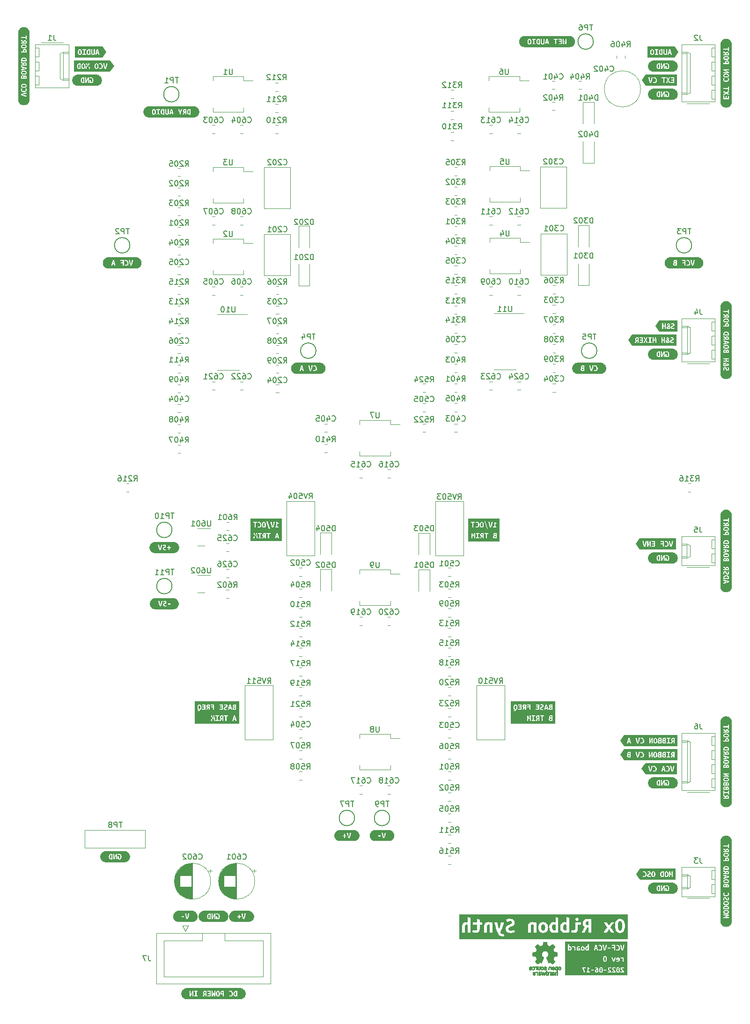
<source format=gbo>
G04 #@! TF.GenerationSoftware,KiCad,Pcbnew,6.0.5+dfsg-1~bpo11+1*
G04 #@! TF.CreationDate,2022-07-21T18:26:45+00:00*
G04 #@! TF.ProjectId,VCF_VCA_board,5643465f-5643-4415-9f62-6f6172642e6b,0*
G04 #@! TF.SameCoordinates,Original*
G04 #@! TF.FileFunction,Legend,Bot*
G04 #@! TF.FilePolarity,Positive*
%FSLAX46Y46*%
G04 Gerber Fmt 4.6, Leading zero omitted, Abs format (unit mm)*
G04 Created by KiCad (PCBNEW 6.0.5+dfsg-1~bpo11+1) date 2022-07-21 18:26:45*
%MOMM*%
%LPD*%
G01*
G04 APERTURE LIST*
%ADD10C,0.150000*%
%ADD11C,0.120000*%
%ADD12C,0.010000*%
%ADD13O,2.720000X3.240000*%
%ADD14R,1.800000X1.800000*%
%ADD15C,1.800000*%
%ADD16C,2.500000*%
%ADD17C,3.000000*%
%ADD18C,1.451600*%
%ADD19C,1.440000*%
%ADD20O,2.190000X1.740000*%
%ADD21R,1.200000X0.900000*%
%ADD22C,2.600000*%
%ADD23C,1.600000*%
%ADD24C,2.000000*%
%ADD25R,1.600000X1.600000*%
%ADD26C,1.700000*%
G04 APERTURE END LIST*
D10*
X128119047Y-96467142D02*
X128166666Y-96514761D01*
X128309523Y-96562380D01*
X128404761Y-96562380D01*
X128547619Y-96514761D01*
X128642857Y-96419523D01*
X128690476Y-96324285D01*
X128738095Y-96133809D01*
X128738095Y-95990952D01*
X128690476Y-95800476D01*
X128642857Y-95705238D01*
X128547619Y-95610000D01*
X128404761Y-95562380D01*
X128309523Y-95562380D01*
X128166666Y-95610000D01*
X128119047Y-95657619D01*
X127261904Y-95562380D02*
X127452380Y-95562380D01*
X127547619Y-95610000D01*
X127595238Y-95657619D01*
X127690476Y-95800476D01*
X127738095Y-95990952D01*
X127738095Y-96371904D01*
X127690476Y-96467142D01*
X127642857Y-96514761D01*
X127547619Y-96562380D01*
X127357142Y-96562380D01*
X127261904Y-96514761D01*
X127214285Y-96467142D01*
X127166666Y-96371904D01*
X127166666Y-96133809D01*
X127214285Y-96038571D01*
X127261904Y-95990952D01*
X127357142Y-95943333D01*
X127547619Y-95943333D01*
X127642857Y-95990952D01*
X127690476Y-96038571D01*
X127738095Y-96133809D01*
X126547619Y-95562380D02*
X126452380Y-95562380D01*
X126357142Y-95610000D01*
X126309523Y-95657619D01*
X126261904Y-95752857D01*
X126214285Y-95943333D01*
X126214285Y-96181428D01*
X126261904Y-96371904D01*
X126309523Y-96467142D01*
X126357142Y-96514761D01*
X126452380Y-96562380D01*
X126547619Y-96562380D01*
X126642857Y-96514761D01*
X126690476Y-96467142D01*
X126738095Y-96371904D01*
X126785714Y-96181428D01*
X126785714Y-95943333D01*
X126738095Y-95752857D01*
X126690476Y-95657619D01*
X126642857Y-95610000D01*
X126547619Y-95562380D01*
X125738095Y-96562380D02*
X125547619Y-96562380D01*
X125452380Y-96514761D01*
X125404761Y-96467142D01*
X125309523Y-96324285D01*
X125261904Y-96133809D01*
X125261904Y-95752857D01*
X125309523Y-95657619D01*
X125357142Y-95610000D01*
X125452380Y-95562380D01*
X125642857Y-95562380D01*
X125738095Y-95610000D01*
X125785714Y-95657619D01*
X125833333Y-95752857D01*
X125833333Y-95990952D01*
X125785714Y-96086190D01*
X125738095Y-96133809D01*
X125642857Y-96181428D01*
X125452380Y-96181428D01*
X125357142Y-96133809D01*
X125309523Y-96086190D01*
X125261904Y-95990952D01*
X128542619Y-168727380D02*
X128875952Y-168251190D01*
X129114047Y-168727380D02*
X129114047Y-167727380D01*
X128733095Y-167727380D01*
X128637857Y-167775000D01*
X128590238Y-167822619D01*
X128542619Y-167917857D01*
X128542619Y-168060714D01*
X128590238Y-168155952D01*
X128637857Y-168203571D01*
X128733095Y-168251190D01*
X129114047Y-168251190D01*
X128256904Y-167727380D02*
X127923571Y-168727380D01*
X127590238Y-167727380D01*
X126780714Y-167727380D02*
X127256904Y-167727380D01*
X127304523Y-168203571D01*
X127256904Y-168155952D01*
X127161666Y-168108333D01*
X126923571Y-168108333D01*
X126828333Y-168155952D01*
X126780714Y-168203571D01*
X126733095Y-168298809D01*
X126733095Y-168536904D01*
X126780714Y-168632142D01*
X126828333Y-168679761D01*
X126923571Y-168727380D01*
X127161666Y-168727380D01*
X127256904Y-168679761D01*
X127304523Y-168632142D01*
X125780714Y-168727380D02*
X126352142Y-168727380D01*
X126066428Y-168727380D02*
X126066428Y-167727380D01*
X126161666Y-167870238D01*
X126256904Y-167965476D01*
X126352142Y-168013095D01*
X125161666Y-167727380D02*
X125066428Y-167727380D01*
X124971190Y-167775000D01*
X124923571Y-167822619D01*
X124875952Y-167917857D01*
X124828333Y-168108333D01*
X124828333Y-168346428D01*
X124875952Y-168536904D01*
X124923571Y-168632142D01*
X124971190Y-168679761D01*
X125066428Y-168727380D01*
X125161666Y-168727380D01*
X125256904Y-168679761D01*
X125304523Y-168632142D01*
X125352142Y-168536904D01*
X125399761Y-168346428D01*
X125399761Y-168108333D01*
X125352142Y-167917857D01*
X125304523Y-167822619D01*
X125256904Y-167775000D01*
X125161666Y-167727380D01*
X164818333Y-200222380D02*
X164818333Y-200936666D01*
X164865952Y-201079523D01*
X164961190Y-201174761D01*
X165104047Y-201222380D01*
X165199285Y-201222380D01*
X164437380Y-200222380D02*
X163818333Y-200222380D01*
X164151666Y-200603333D01*
X164008809Y-200603333D01*
X163913571Y-200650952D01*
X163865952Y-200698571D01*
X163818333Y-200793809D01*
X163818333Y-201031904D01*
X163865952Y-201127142D01*
X163913571Y-201174761D01*
X164008809Y-201222380D01*
X164294523Y-201222380D01*
X164389761Y-201174761D01*
X164437380Y-201127142D01*
X146343476Y-69921380D02*
X146343476Y-68921380D01*
X146105380Y-68921380D01*
X145962523Y-68969000D01*
X145867285Y-69064238D01*
X145819666Y-69159476D01*
X145772047Y-69349952D01*
X145772047Y-69492809D01*
X145819666Y-69683285D01*
X145867285Y-69778523D01*
X145962523Y-69873761D01*
X146105380Y-69921380D01*
X146343476Y-69921380D01*
X144914904Y-69254714D02*
X144914904Y-69921380D01*
X145153000Y-68873761D02*
X145391095Y-69588047D01*
X144772047Y-69588047D01*
X144200619Y-68921380D02*
X144105380Y-68921380D01*
X144010142Y-68969000D01*
X143962523Y-69016619D01*
X143914904Y-69111857D01*
X143867285Y-69302333D01*
X143867285Y-69540428D01*
X143914904Y-69730904D01*
X143962523Y-69826142D01*
X144010142Y-69873761D01*
X144105380Y-69921380D01*
X144200619Y-69921380D01*
X144295857Y-69873761D01*
X144343476Y-69826142D01*
X144391095Y-69730904D01*
X144438714Y-69540428D01*
X144438714Y-69302333D01*
X144391095Y-69111857D01*
X144343476Y-69016619D01*
X144295857Y-68969000D01*
X144200619Y-68921380D01*
X143486333Y-69016619D02*
X143438714Y-68969000D01*
X143343476Y-68921380D01*
X143105380Y-68921380D01*
X143010142Y-68969000D01*
X142962523Y-69016619D01*
X142914904Y-69111857D01*
X142914904Y-69207095D01*
X142962523Y-69349952D01*
X143533952Y-69921380D01*
X142914904Y-69921380D01*
X60316904Y-193762380D02*
X59745476Y-193762380D01*
X60031190Y-194762380D02*
X60031190Y-193762380D01*
X59412142Y-194762380D02*
X59412142Y-193762380D01*
X59031190Y-193762380D01*
X58935952Y-193810000D01*
X58888333Y-193857619D01*
X58840714Y-193952857D01*
X58840714Y-194095714D01*
X58888333Y-194190952D01*
X58935952Y-194238571D01*
X59031190Y-194286190D01*
X59412142Y-194286190D01*
X58269285Y-194190952D02*
X58364523Y-194143333D01*
X58412142Y-194095714D01*
X58459761Y-194000476D01*
X58459761Y-193952857D01*
X58412142Y-193857619D01*
X58364523Y-193810000D01*
X58269285Y-193762380D01*
X58078809Y-193762380D01*
X57983571Y-193810000D01*
X57935952Y-193857619D01*
X57888333Y-193952857D01*
X57888333Y-194000476D01*
X57935952Y-194095714D01*
X57983571Y-194143333D01*
X58078809Y-194190952D01*
X58269285Y-194190952D01*
X58364523Y-194238571D01*
X58412142Y-194286190D01*
X58459761Y-194381428D01*
X58459761Y-194571904D01*
X58412142Y-194667142D01*
X58364523Y-194714761D01*
X58269285Y-194762380D01*
X58078809Y-194762380D01*
X57983571Y-194714761D01*
X57935952Y-194667142D01*
X57888333Y-194571904D01*
X57888333Y-194381428D01*
X57935952Y-194286190D01*
X57983571Y-194238571D01*
X58078809Y-194190952D01*
X71731047Y-103703380D02*
X72064380Y-103227190D01*
X72302476Y-103703380D02*
X72302476Y-102703380D01*
X71921523Y-102703380D01*
X71826285Y-102751000D01*
X71778666Y-102798619D01*
X71731047Y-102893857D01*
X71731047Y-103036714D01*
X71778666Y-103131952D01*
X71826285Y-103179571D01*
X71921523Y-103227190D01*
X72302476Y-103227190D01*
X71350095Y-102798619D02*
X71302476Y-102751000D01*
X71207238Y-102703380D01*
X70969142Y-102703380D01*
X70873904Y-102751000D01*
X70826285Y-102798619D01*
X70778666Y-102893857D01*
X70778666Y-102989095D01*
X70826285Y-103131952D01*
X71397714Y-103703380D01*
X70778666Y-103703380D01*
X69826285Y-103703380D02*
X70397714Y-103703380D01*
X70112000Y-103703380D02*
X70112000Y-102703380D01*
X70207238Y-102846238D01*
X70302476Y-102941476D01*
X70397714Y-102989095D01*
X68969142Y-103036714D02*
X68969142Y-103703380D01*
X69207238Y-102655761D02*
X69445333Y-103370047D01*
X68826285Y-103370047D01*
X120626047Y-147413142D02*
X120673666Y-147460761D01*
X120816523Y-147508380D01*
X120911761Y-147508380D01*
X121054619Y-147460761D01*
X121149857Y-147365523D01*
X121197476Y-147270285D01*
X121245095Y-147079809D01*
X121245095Y-146936952D01*
X121197476Y-146746476D01*
X121149857Y-146651238D01*
X121054619Y-146556000D01*
X120911761Y-146508380D01*
X120816523Y-146508380D01*
X120673666Y-146556000D01*
X120626047Y-146603619D01*
X119721285Y-146508380D02*
X120197476Y-146508380D01*
X120245095Y-146984571D01*
X120197476Y-146936952D01*
X120102238Y-146889333D01*
X119864142Y-146889333D01*
X119768904Y-146936952D01*
X119721285Y-146984571D01*
X119673666Y-147079809D01*
X119673666Y-147317904D01*
X119721285Y-147413142D01*
X119768904Y-147460761D01*
X119864142Y-147508380D01*
X120102238Y-147508380D01*
X120197476Y-147460761D01*
X120245095Y-147413142D01*
X119054619Y-146508380D02*
X118959380Y-146508380D01*
X118864142Y-146556000D01*
X118816523Y-146603619D01*
X118768904Y-146698857D01*
X118721285Y-146889333D01*
X118721285Y-147127428D01*
X118768904Y-147317904D01*
X118816523Y-147413142D01*
X118864142Y-147460761D01*
X118959380Y-147508380D01*
X119054619Y-147508380D01*
X119149857Y-147460761D01*
X119197476Y-147413142D01*
X119245095Y-147317904D01*
X119292714Y-147127428D01*
X119292714Y-146889333D01*
X119245095Y-146698857D01*
X119197476Y-146603619D01*
X119149857Y-146556000D01*
X119054619Y-146508380D01*
X117768904Y-147508380D02*
X118340333Y-147508380D01*
X118054619Y-147508380D02*
X118054619Y-146508380D01*
X118149857Y-146651238D01*
X118245095Y-146746476D01*
X118340333Y-146794095D01*
X130301904Y-73888380D02*
X130301904Y-74697904D01*
X130254285Y-74793142D01*
X130206666Y-74840761D01*
X130111428Y-74888380D01*
X129920952Y-74888380D01*
X129825714Y-74840761D01*
X129778095Y-74793142D01*
X129730476Y-74697904D01*
X129730476Y-73888380D01*
X128778095Y-73888380D02*
X129254285Y-73888380D01*
X129301904Y-74364571D01*
X129254285Y-74316952D01*
X129159047Y-74269333D01*
X128920952Y-74269333D01*
X128825714Y-74316952D01*
X128778095Y-74364571D01*
X128730476Y-74459809D01*
X128730476Y-74697904D01*
X128778095Y-74793142D01*
X128825714Y-74840761D01*
X128920952Y-74888380D01*
X129159047Y-74888380D01*
X129254285Y-74840761D01*
X129301904Y-74793142D01*
X121769047Y-96338380D02*
X122102380Y-95862190D01*
X122340476Y-96338380D02*
X122340476Y-95338380D01*
X121959523Y-95338380D01*
X121864285Y-95386000D01*
X121816666Y-95433619D01*
X121769047Y-95528857D01*
X121769047Y-95671714D01*
X121816666Y-95766952D01*
X121864285Y-95814571D01*
X121959523Y-95862190D01*
X122340476Y-95862190D01*
X121435714Y-95338380D02*
X120816666Y-95338380D01*
X121150000Y-95719333D01*
X121007142Y-95719333D01*
X120911904Y-95766952D01*
X120864285Y-95814571D01*
X120816666Y-95909809D01*
X120816666Y-96147904D01*
X120864285Y-96243142D01*
X120911904Y-96290761D01*
X121007142Y-96338380D01*
X121292857Y-96338380D01*
X121388095Y-96290761D01*
X121435714Y-96243142D01*
X119864285Y-96338380D02*
X120435714Y-96338380D01*
X120150000Y-96338380D02*
X120150000Y-95338380D01*
X120245238Y-95481238D01*
X120340476Y-95576476D01*
X120435714Y-95624095D01*
X118959523Y-95338380D02*
X119435714Y-95338380D01*
X119483333Y-95814571D01*
X119435714Y-95766952D01*
X119340476Y-95719333D01*
X119102380Y-95719333D01*
X119007142Y-95766952D01*
X118959523Y-95814571D01*
X118911904Y-95909809D01*
X118911904Y-96147904D01*
X118959523Y-96243142D01*
X119007142Y-96290761D01*
X119102380Y-96338380D01*
X119340476Y-96338380D01*
X119435714Y-96290761D01*
X119483333Y-96243142D01*
X121134047Y-68524380D02*
X121467380Y-68048190D01*
X121705476Y-68524380D02*
X121705476Y-67524380D01*
X121324523Y-67524380D01*
X121229285Y-67572000D01*
X121181666Y-67619619D01*
X121134047Y-67714857D01*
X121134047Y-67857714D01*
X121181666Y-67952952D01*
X121229285Y-68000571D01*
X121324523Y-68048190D01*
X121705476Y-68048190D01*
X120800714Y-67524380D02*
X120181666Y-67524380D01*
X120515000Y-67905333D01*
X120372142Y-67905333D01*
X120276904Y-67952952D01*
X120229285Y-68000571D01*
X120181666Y-68095809D01*
X120181666Y-68333904D01*
X120229285Y-68429142D01*
X120276904Y-68476761D01*
X120372142Y-68524380D01*
X120657857Y-68524380D01*
X120753095Y-68476761D01*
X120800714Y-68429142D01*
X119229285Y-68524380D02*
X119800714Y-68524380D01*
X119515000Y-68524380D02*
X119515000Y-67524380D01*
X119610238Y-67667238D01*
X119705476Y-67762476D01*
X119800714Y-67810095D01*
X118610238Y-67524380D02*
X118515000Y-67524380D01*
X118419761Y-67572000D01*
X118372142Y-67619619D01*
X118324523Y-67714857D01*
X118276904Y-67905333D01*
X118276904Y-68143428D01*
X118324523Y-68333904D01*
X118372142Y-68429142D01*
X118419761Y-68476761D01*
X118515000Y-68524380D01*
X118610238Y-68524380D01*
X118705476Y-68476761D01*
X118753095Y-68429142D01*
X118800714Y-68333904D01*
X118848333Y-68143428D01*
X118848333Y-67905333D01*
X118800714Y-67714857D01*
X118753095Y-67619619D01*
X118705476Y-67572000D01*
X118610238Y-67524380D01*
X116625476Y-147772380D02*
X116625476Y-146772380D01*
X116387380Y-146772380D01*
X116244523Y-146820000D01*
X116149285Y-146915238D01*
X116101666Y-147010476D01*
X116054047Y-147200952D01*
X116054047Y-147343809D01*
X116101666Y-147534285D01*
X116149285Y-147629523D01*
X116244523Y-147724761D01*
X116387380Y-147772380D01*
X116625476Y-147772380D01*
X115149285Y-146772380D02*
X115625476Y-146772380D01*
X115673095Y-147248571D01*
X115625476Y-147200952D01*
X115530238Y-147153333D01*
X115292142Y-147153333D01*
X115196904Y-147200952D01*
X115149285Y-147248571D01*
X115101666Y-147343809D01*
X115101666Y-147581904D01*
X115149285Y-147677142D01*
X115196904Y-147724761D01*
X115292142Y-147772380D01*
X115530238Y-147772380D01*
X115625476Y-147724761D01*
X115673095Y-147677142D01*
X114482619Y-146772380D02*
X114387380Y-146772380D01*
X114292142Y-146820000D01*
X114244523Y-146867619D01*
X114196904Y-146962857D01*
X114149285Y-147153333D01*
X114149285Y-147391428D01*
X114196904Y-147581904D01*
X114244523Y-147677142D01*
X114292142Y-147724761D01*
X114387380Y-147772380D01*
X114482619Y-147772380D01*
X114577857Y-147724761D01*
X114625476Y-147677142D01*
X114673095Y-147581904D01*
X114720714Y-147391428D01*
X114720714Y-147153333D01*
X114673095Y-146962857D01*
X114625476Y-146867619D01*
X114577857Y-146820000D01*
X114482619Y-146772380D01*
X113196904Y-147772380D02*
X113768333Y-147772380D01*
X113482619Y-147772380D02*
X113482619Y-146772380D01*
X113577857Y-146915238D01*
X113673095Y-147010476D01*
X113768333Y-147058095D01*
X151614047Y-53665380D02*
X151947380Y-53189190D01*
X152185476Y-53665380D02*
X152185476Y-52665380D01*
X151804523Y-52665380D01*
X151709285Y-52713000D01*
X151661666Y-52760619D01*
X151614047Y-52855857D01*
X151614047Y-52998714D01*
X151661666Y-53093952D01*
X151709285Y-53141571D01*
X151804523Y-53189190D01*
X152185476Y-53189190D01*
X150756904Y-52998714D02*
X150756904Y-53665380D01*
X150995000Y-52617761D02*
X151233095Y-53332047D01*
X150614047Y-53332047D01*
X150042619Y-52665380D02*
X149947380Y-52665380D01*
X149852142Y-52713000D01*
X149804523Y-52760619D01*
X149756904Y-52855857D01*
X149709285Y-53046333D01*
X149709285Y-53284428D01*
X149756904Y-53474904D01*
X149804523Y-53570142D01*
X149852142Y-53617761D01*
X149947380Y-53665380D01*
X150042619Y-53665380D01*
X150137857Y-53617761D01*
X150185476Y-53570142D01*
X150233095Y-53474904D01*
X150280714Y-53284428D01*
X150280714Y-53046333D01*
X150233095Y-52855857D01*
X150185476Y-52760619D01*
X150137857Y-52713000D01*
X150042619Y-52665380D01*
X148852142Y-52665380D02*
X149042619Y-52665380D01*
X149137857Y-52713000D01*
X149185476Y-52760619D01*
X149280714Y-52903476D01*
X149328333Y-53093952D01*
X149328333Y-53474904D01*
X149280714Y-53570142D01*
X149233095Y-53617761D01*
X149137857Y-53665380D01*
X148947380Y-53665380D01*
X148852142Y-53617761D01*
X148804523Y-53570142D01*
X148756904Y-53474904D01*
X148756904Y-53236809D01*
X148804523Y-53141571D01*
X148852142Y-53093952D01*
X148947380Y-53046333D01*
X149137857Y-53046333D01*
X149233095Y-53093952D01*
X149280714Y-53141571D01*
X149328333Y-53236809D01*
X93702047Y-184222380D02*
X94035380Y-183746190D01*
X94273476Y-184222380D02*
X94273476Y-183222380D01*
X93892523Y-183222380D01*
X93797285Y-183270000D01*
X93749666Y-183317619D01*
X93702047Y-183412857D01*
X93702047Y-183555714D01*
X93749666Y-183650952D01*
X93797285Y-183698571D01*
X93892523Y-183746190D01*
X94273476Y-183746190D01*
X92797285Y-183222380D02*
X93273476Y-183222380D01*
X93321095Y-183698571D01*
X93273476Y-183650952D01*
X93178238Y-183603333D01*
X92940142Y-183603333D01*
X92844904Y-183650952D01*
X92797285Y-183698571D01*
X92749666Y-183793809D01*
X92749666Y-184031904D01*
X92797285Y-184127142D01*
X92844904Y-184174761D01*
X92940142Y-184222380D01*
X93178238Y-184222380D01*
X93273476Y-184174761D01*
X93321095Y-184127142D01*
X92130619Y-183222380D02*
X92035380Y-183222380D01*
X91940142Y-183270000D01*
X91892523Y-183317619D01*
X91844904Y-183412857D01*
X91797285Y-183603333D01*
X91797285Y-183841428D01*
X91844904Y-184031904D01*
X91892523Y-184127142D01*
X91940142Y-184174761D01*
X92035380Y-184222380D01*
X92130619Y-184222380D01*
X92225857Y-184174761D01*
X92273476Y-184127142D01*
X92321095Y-184031904D01*
X92368714Y-183841428D01*
X92368714Y-183603333D01*
X92321095Y-183412857D01*
X92273476Y-183317619D01*
X92225857Y-183270000D01*
X92130619Y-183222380D01*
X91225857Y-183650952D02*
X91321095Y-183603333D01*
X91368714Y-183555714D01*
X91416333Y-183460476D01*
X91416333Y-183412857D01*
X91368714Y-183317619D01*
X91321095Y-183270000D01*
X91225857Y-183222380D01*
X91035380Y-183222380D01*
X90940142Y-183270000D01*
X90892523Y-183317619D01*
X90844904Y-183412857D01*
X90844904Y-183460476D01*
X90892523Y-183555714D01*
X90940142Y-183603333D01*
X91035380Y-183650952D01*
X91225857Y-183650952D01*
X91321095Y-183698571D01*
X91368714Y-183746190D01*
X91416333Y-183841428D01*
X91416333Y-184031904D01*
X91368714Y-184127142D01*
X91321095Y-184174761D01*
X91225857Y-184222380D01*
X91035380Y-184222380D01*
X90940142Y-184174761D01*
X90892523Y-184127142D01*
X90844904Y-184031904D01*
X90844904Y-183841428D01*
X90892523Y-183746190D01*
X90940142Y-183698571D01*
X91035380Y-183650952D01*
X139549047Y-107006380D02*
X139882380Y-106530190D01*
X140120476Y-107006380D02*
X140120476Y-106006380D01*
X139739523Y-106006380D01*
X139644285Y-106054000D01*
X139596666Y-106101619D01*
X139549047Y-106196857D01*
X139549047Y-106339714D01*
X139596666Y-106434952D01*
X139644285Y-106482571D01*
X139739523Y-106530190D01*
X140120476Y-106530190D01*
X139215714Y-106006380D02*
X138596666Y-106006380D01*
X138930000Y-106387333D01*
X138787142Y-106387333D01*
X138691904Y-106434952D01*
X138644285Y-106482571D01*
X138596666Y-106577809D01*
X138596666Y-106815904D01*
X138644285Y-106911142D01*
X138691904Y-106958761D01*
X138787142Y-107006380D01*
X139072857Y-107006380D01*
X139168095Y-106958761D01*
X139215714Y-106911142D01*
X137977619Y-106006380D02*
X137882380Y-106006380D01*
X137787142Y-106054000D01*
X137739523Y-106101619D01*
X137691904Y-106196857D01*
X137644285Y-106387333D01*
X137644285Y-106625428D01*
X137691904Y-106815904D01*
X137739523Y-106911142D01*
X137787142Y-106958761D01*
X137882380Y-107006380D01*
X137977619Y-107006380D01*
X138072857Y-106958761D01*
X138120476Y-106911142D01*
X138168095Y-106815904D01*
X138215714Y-106625428D01*
X138215714Y-106387333D01*
X138168095Y-106196857D01*
X138120476Y-106101619D01*
X138072857Y-106054000D01*
X137977619Y-106006380D01*
X137072857Y-106434952D02*
X137168095Y-106387333D01*
X137215714Y-106339714D01*
X137263333Y-106244476D01*
X137263333Y-106196857D01*
X137215714Y-106101619D01*
X137168095Y-106054000D01*
X137072857Y-106006380D01*
X136882380Y-106006380D01*
X136787142Y-106054000D01*
X136739523Y-106101619D01*
X136691904Y-106196857D01*
X136691904Y-106244476D01*
X136739523Y-106339714D01*
X136787142Y-106387333D01*
X136882380Y-106434952D01*
X137072857Y-106434952D01*
X137168095Y-106482571D01*
X137215714Y-106530190D01*
X137263333Y-106625428D01*
X137263333Y-106815904D01*
X137215714Y-106911142D01*
X137168095Y-106958761D01*
X137072857Y-107006380D01*
X136882380Y-107006380D01*
X136787142Y-106958761D01*
X136739523Y-106911142D01*
X136691904Y-106815904D01*
X136691904Y-106625428D01*
X136739523Y-106530190D01*
X136787142Y-106482571D01*
X136882380Y-106434952D01*
X106806904Y-119735380D02*
X106806904Y-120544904D01*
X106759285Y-120640142D01*
X106711666Y-120687761D01*
X106616428Y-120735380D01*
X106425952Y-120735380D01*
X106330714Y-120687761D01*
X106283095Y-120640142D01*
X106235476Y-120544904D01*
X106235476Y-119735380D01*
X105854523Y-119735380D02*
X105187857Y-119735380D01*
X105616428Y-120735380D01*
X121054619Y-135453380D02*
X121387952Y-134977190D01*
X121626047Y-135453380D02*
X121626047Y-134453380D01*
X121245095Y-134453380D01*
X121149857Y-134501000D01*
X121102238Y-134548619D01*
X121054619Y-134643857D01*
X121054619Y-134786714D01*
X121102238Y-134881952D01*
X121149857Y-134929571D01*
X121245095Y-134977190D01*
X121626047Y-134977190D01*
X120768904Y-134453380D02*
X120435571Y-135453380D01*
X120102238Y-134453380D01*
X119292714Y-134453380D02*
X119768904Y-134453380D01*
X119816523Y-134929571D01*
X119768904Y-134881952D01*
X119673666Y-134834333D01*
X119435571Y-134834333D01*
X119340333Y-134881952D01*
X119292714Y-134929571D01*
X119245095Y-135024809D01*
X119245095Y-135262904D01*
X119292714Y-135358142D01*
X119340333Y-135405761D01*
X119435571Y-135453380D01*
X119673666Y-135453380D01*
X119768904Y-135405761D01*
X119816523Y-135358142D01*
X118626047Y-134453380D02*
X118530809Y-134453380D01*
X118435571Y-134501000D01*
X118387952Y-134548619D01*
X118340333Y-134643857D01*
X118292714Y-134834333D01*
X118292714Y-135072428D01*
X118340333Y-135262904D01*
X118387952Y-135358142D01*
X118435571Y-135405761D01*
X118530809Y-135453380D01*
X118626047Y-135453380D01*
X118721285Y-135405761D01*
X118768904Y-135358142D01*
X118816523Y-135262904D01*
X118864142Y-135072428D01*
X118864142Y-134834333D01*
X118816523Y-134643857D01*
X118768904Y-134548619D01*
X118721285Y-134501000D01*
X118626047Y-134453380D01*
X117959380Y-134453380D02*
X117340333Y-134453380D01*
X117673666Y-134834333D01*
X117530809Y-134834333D01*
X117435571Y-134881952D01*
X117387952Y-134929571D01*
X117340333Y-135024809D01*
X117340333Y-135262904D01*
X117387952Y-135358142D01*
X117435571Y-135405761D01*
X117530809Y-135453380D01*
X117816523Y-135453380D01*
X117911761Y-135405761D01*
X117959380Y-135358142D01*
X93702047Y-165542380D02*
X94035380Y-165066190D01*
X94273476Y-165542380D02*
X94273476Y-164542380D01*
X93892523Y-164542380D01*
X93797285Y-164590000D01*
X93749666Y-164637619D01*
X93702047Y-164732857D01*
X93702047Y-164875714D01*
X93749666Y-164970952D01*
X93797285Y-165018571D01*
X93892523Y-165066190D01*
X94273476Y-165066190D01*
X92797285Y-164542380D02*
X93273476Y-164542380D01*
X93321095Y-165018571D01*
X93273476Y-164970952D01*
X93178238Y-164923333D01*
X92940142Y-164923333D01*
X92844904Y-164970952D01*
X92797285Y-165018571D01*
X92749666Y-165113809D01*
X92749666Y-165351904D01*
X92797285Y-165447142D01*
X92844904Y-165494761D01*
X92940142Y-165542380D01*
X93178238Y-165542380D01*
X93273476Y-165494761D01*
X93321095Y-165447142D01*
X91797285Y-165542380D02*
X92368714Y-165542380D01*
X92083000Y-165542380D02*
X92083000Y-164542380D01*
X92178238Y-164685238D01*
X92273476Y-164780476D01*
X92368714Y-164828095D01*
X91463952Y-164542380D02*
X90797285Y-164542380D01*
X91225857Y-165542380D01*
X83034047Y-96467142D02*
X83081666Y-96514761D01*
X83224523Y-96562380D01*
X83319761Y-96562380D01*
X83462619Y-96514761D01*
X83557857Y-96419523D01*
X83605476Y-96324285D01*
X83653095Y-96133809D01*
X83653095Y-95990952D01*
X83605476Y-95800476D01*
X83557857Y-95705238D01*
X83462619Y-95610000D01*
X83319761Y-95562380D01*
X83224523Y-95562380D01*
X83081666Y-95610000D01*
X83034047Y-95657619D01*
X82176904Y-95562380D02*
X82367380Y-95562380D01*
X82462619Y-95610000D01*
X82510238Y-95657619D01*
X82605476Y-95800476D01*
X82653095Y-95990952D01*
X82653095Y-96371904D01*
X82605476Y-96467142D01*
X82557857Y-96514761D01*
X82462619Y-96562380D01*
X82272142Y-96562380D01*
X82176904Y-96514761D01*
X82129285Y-96467142D01*
X82081666Y-96371904D01*
X82081666Y-96133809D01*
X82129285Y-96038571D01*
X82176904Y-95990952D01*
X82272142Y-95943333D01*
X82462619Y-95943333D01*
X82557857Y-95990952D01*
X82605476Y-96038571D01*
X82653095Y-96133809D01*
X81462619Y-95562380D02*
X81367380Y-95562380D01*
X81272142Y-95610000D01*
X81224523Y-95657619D01*
X81176904Y-95752857D01*
X81129285Y-95943333D01*
X81129285Y-96181428D01*
X81176904Y-96371904D01*
X81224523Y-96467142D01*
X81272142Y-96514761D01*
X81367380Y-96562380D01*
X81462619Y-96562380D01*
X81557857Y-96514761D01*
X81605476Y-96467142D01*
X81653095Y-96371904D01*
X81700714Y-96181428D01*
X81700714Y-95943333D01*
X81653095Y-95752857D01*
X81605476Y-95657619D01*
X81557857Y-95610000D01*
X81462619Y-95562380D01*
X80272142Y-95562380D02*
X80462619Y-95562380D01*
X80557857Y-95610000D01*
X80605476Y-95657619D01*
X80700714Y-95800476D01*
X80748333Y-95990952D01*
X80748333Y-96371904D01*
X80700714Y-96467142D01*
X80653095Y-96514761D01*
X80557857Y-96562380D01*
X80367380Y-96562380D01*
X80272142Y-96514761D01*
X80224523Y-96467142D01*
X80176904Y-96371904D01*
X80176904Y-96133809D01*
X80224523Y-96038571D01*
X80272142Y-95990952D01*
X80367380Y-95943333D01*
X80557857Y-95943333D01*
X80653095Y-95990952D01*
X80700714Y-96038571D01*
X80748333Y-96133809D01*
X109704047Y-156157142D02*
X109751666Y-156204761D01*
X109894523Y-156252380D01*
X109989761Y-156252380D01*
X110132619Y-156204761D01*
X110227857Y-156109523D01*
X110275476Y-156014285D01*
X110323095Y-155823809D01*
X110323095Y-155680952D01*
X110275476Y-155490476D01*
X110227857Y-155395238D01*
X110132619Y-155300000D01*
X109989761Y-155252380D01*
X109894523Y-155252380D01*
X109751666Y-155300000D01*
X109704047Y-155347619D01*
X108846904Y-155252380D02*
X109037380Y-155252380D01*
X109132619Y-155300000D01*
X109180238Y-155347619D01*
X109275476Y-155490476D01*
X109323095Y-155680952D01*
X109323095Y-156061904D01*
X109275476Y-156157142D01*
X109227857Y-156204761D01*
X109132619Y-156252380D01*
X108942142Y-156252380D01*
X108846904Y-156204761D01*
X108799285Y-156157142D01*
X108751666Y-156061904D01*
X108751666Y-155823809D01*
X108799285Y-155728571D01*
X108846904Y-155680952D01*
X108942142Y-155633333D01*
X109132619Y-155633333D01*
X109227857Y-155680952D01*
X109275476Y-155728571D01*
X109323095Y-155823809D01*
X108370714Y-155347619D02*
X108323095Y-155300000D01*
X108227857Y-155252380D01*
X107989761Y-155252380D01*
X107894523Y-155300000D01*
X107846904Y-155347619D01*
X107799285Y-155442857D01*
X107799285Y-155538095D01*
X107846904Y-155680952D01*
X108418333Y-156252380D01*
X107799285Y-156252380D01*
X107180238Y-155252380D02*
X107085000Y-155252380D01*
X106989761Y-155300000D01*
X106942142Y-155347619D01*
X106894523Y-155442857D01*
X106846904Y-155633333D01*
X106846904Y-155871428D01*
X106894523Y-156061904D01*
X106942142Y-156157142D01*
X106989761Y-156204761D01*
X107085000Y-156252380D01*
X107180238Y-156252380D01*
X107275476Y-156204761D01*
X107323095Y-156157142D01*
X107370714Y-156061904D01*
X107418333Y-155871428D01*
X107418333Y-155633333D01*
X107370714Y-155442857D01*
X107323095Y-155347619D01*
X107275476Y-155300000D01*
X107180238Y-155252380D01*
X104624047Y-129487142D02*
X104671666Y-129534761D01*
X104814523Y-129582380D01*
X104909761Y-129582380D01*
X105052619Y-129534761D01*
X105147857Y-129439523D01*
X105195476Y-129344285D01*
X105243095Y-129153809D01*
X105243095Y-129010952D01*
X105195476Y-128820476D01*
X105147857Y-128725238D01*
X105052619Y-128630000D01*
X104909761Y-128582380D01*
X104814523Y-128582380D01*
X104671666Y-128630000D01*
X104624047Y-128677619D01*
X103766904Y-128582380D02*
X103957380Y-128582380D01*
X104052619Y-128630000D01*
X104100238Y-128677619D01*
X104195476Y-128820476D01*
X104243095Y-129010952D01*
X104243095Y-129391904D01*
X104195476Y-129487142D01*
X104147857Y-129534761D01*
X104052619Y-129582380D01*
X103862142Y-129582380D01*
X103766904Y-129534761D01*
X103719285Y-129487142D01*
X103671666Y-129391904D01*
X103671666Y-129153809D01*
X103719285Y-129058571D01*
X103766904Y-129010952D01*
X103862142Y-128963333D01*
X104052619Y-128963333D01*
X104147857Y-129010952D01*
X104195476Y-129058571D01*
X104243095Y-129153809D01*
X102719285Y-129582380D02*
X103290714Y-129582380D01*
X103005000Y-129582380D02*
X103005000Y-128582380D01*
X103100238Y-128725238D01*
X103195476Y-128820476D01*
X103290714Y-128868095D01*
X101814523Y-128582380D02*
X102290714Y-128582380D01*
X102338333Y-129058571D01*
X102290714Y-129010952D01*
X102195476Y-128963333D01*
X101957380Y-128963333D01*
X101862142Y-129010952D01*
X101814523Y-129058571D01*
X101766904Y-129153809D01*
X101766904Y-129391904D01*
X101814523Y-129487142D01*
X101862142Y-129534761D01*
X101957380Y-129582380D01*
X102195476Y-129582380D01*
X102290714Y-129534761D01*
X102338333Y-129487142D01*
X121769047Y-106881142D02*
X121816666Y-106928761D01*
X121959523Y-106976380D01*
X122054761Y-106976380D01*
X122197619Y-106928761D01*
X122292857Y-106833523D01*
X122340476Y-106738285D01*
X122388095Y-106547809D01*
X122388095Y-106404952D01*
X122340476Y-106214476D01*
X122292857Y-106119238D01*
X122197619Y-106024000D01*
X122054761Y-105976380D01*
X121959523Y-105976380D01*
X121816666Y-106024000D01*
X121769047Y-106071619D01*
X121435714Y-105976380D02*
X120816666Y-105976380D01*
X121150000Y-106357333D01*
X121007142Y-106357333D01*
X120911904Y-106404952D01*
X120864285Y-106452571D01*
X120816666Y-106547809D01*
X120816666Y-106785904D01*
X120864285Y-106881142D01*
X120911904Y-106928761D01*
X121007142Y-106976380D01*
X121292857Y-106976380D01*
X121388095Y-106928761D01*
X121435714Y-106881142D01*
X120197619Y-105976380D02*
X120102380Y-105976380D01*
X120007142Y-106024000D01*
X119959523Y-106071619D01*
X119911904Y-106166857D01*
X119864285Y-106357333D01*
X119864285Y-106595428D01*
X119911904Y-106785904D01*
X119959523Y-106881142D01*
X120007142Y-106928761D01*
X120102380Y-106976380D01*
X120197619Y-106976380D01*
X120292857Y-106928761D01*
X120340476Y-106881142D01*
X120388095Y-106785904D01*
X120435714Y-106595428D01*
X120435714Y-106357333D01*
X120388095Y-106166857D01*
X120340476Y-106071619D01*
X120292857Y-106024000D01*
X120197619Y-105976380D01*
X119007142Y-105976380D02*
X119197619Y-105976380D01*
X119292857Y-106024000D01*
X119340476Y-106071619D01*
X119435714Y-106214476D01*
X119483333Y-106404952D01*
X119483333Y-106785904D01*
X119435714Y-106881142D01*
X119388095Y-106928761D01*
X119292857Y-106976380D01*
X119102380Y-106976380D01*
X119007142Y-106928761D01*
X118959523Y-106881142D01*
X118911904Y-106785904D01*
X118911904Y-106547809D01*
X118959523Y-106452571D01*
X119007142Y-106404952D01*
X119102380Y-106357333D01*
X119292857Y-106357333D01*
X119388095Y-106404952D01*
X119435714Y-106452571D01*
X119483333Y-106547809D01*
X98274047Y-125040380D02*
X98607380Y-124564190D01*
X98845476Y-125040380D02*
X98845476Y-124040380D01*
X98464523Y-124040380D01*
X98369285Y-124088000D01*
X98321666Y-124135619D01*
X98274047Y-124230857D01*
X98274047Y-124373714D01*
X98321666Y-124468952D01*
X98369285Y-124516571D01*
X98464523Y-124564190D01*
X98845476Y-124564190D01*
X97416904Y-124373714D02*
X97416904Y-125040380D01*
X97655000Y-123992761D02*
X97893095Y-124707047D01*
X97274047Y-124707047D01*
X96369285Y-125040380D02*
X96940714Y-125040380D01*
X96655000Y-125040380D02*
X96655000Y-124040380D01*
X96750238Y-124183238D01*
X96845476Y-124278476D01*
X96940714Y-124326095D01*
X95750238Y-124040380D02*
X95655000Y-124040380D01*
X95559761Y-124088000D01*
X95512142Y-124135619D01*
X95464523Y-124230857D01*
X95416904Y-124421333D01*
X95416904Y-124659428D01*
X95464523Y-124849904D01*
X95512142Y-124945142D01*
X95559761Y-124992761D01*
X95655000Y-125040380D01*
X95750238Y-125040380D01*
X95845476Y-124992761D01*
X95893095Y-124945142D01*
X95940714Y-124849904D01*
X95988333Y-124659428D01*
X95988333Y-124421333D01*
X95940714Y-124230857D01*
X95893095Y-124135619D01*
X95845476Y-124088000D01*
X95750238Y-124040380D01*
X89511047Y-100052142D02*
X89558666Y-100099761D01*
X89701523Y-100147380D01*
X89796761Y-100147380D01*
X89939619Y-100099761D01*
X90034857Y-100004523D01*
X90082476Y-99909285D01*
X90130095Y-99718809D01*
X90130095Y-99575952D01*
X90082476Y-99385476D01*
X90034857Y-99290238D01*
X89939619Y-99195000D01*
X89796761Y-99147380D01*
X89701523Y-99147380D01*
X89558666Y-99195000D01*
X89511047Y-99242619D01*
X89130095Y-99242619D02*
X89082476Y-99195000D01*
X88987238Y-99147380D01*
X88749142Y-99147380D01*
X88653904Y-99195000D01*
X88606285Y-99242619D01*
X88558666Y-99337857D01*
X88558666Y-99433095D01*
X88606285Y-99575952D01*
X89177714Y-100147380D01*
X88558666Y-100147380D01*
X87939619Y-99147380D02*
X87844380Y-99147380D01*
X87749142Y-99195000D01*
X87701523Y-99242619D01*
X87653904Y-99337857D01*
X87606285Y-99528333D01*
X87606285Y-99766428D01*
X87653904Y-99956904D01*
X87701523Y-100052142D01*
X87749142Y-100099761D01*
X87844380Y-100147380D01*
X87939619Y-100147380D01*
X88034857Y-100099761D01*
X88082476Y-100052142D01*
X88130095Y-99956904D01*
X88177714Y-99766428D01*
X88177714Y-99528333D01*
X88130095Y-99337857D01*
X88082476Y-99242619D01*
X88034857Y-99195000D01*
X87939619Y-99147380D01*
X87272952Y-99147380D02*
X86653904Y-99147380D01*
X86987238Y-99528333D01*
X86844380Y-99528333D01*
X86749142Y-99575952D01*
X86701523Y-99623571D01*
X86653904Y-99718809D01*
X86653904Y-99956904D01*
X86701523Y-100052142D01*
X86749142Y-100099761D01*
X86844380Y-100147380D01*
X87130095Y-100147380D01*
X87225333Y-100099761D01*
X87272952Y-100052142D01*
X93702047Y-169098380D02*
X94035380Y-168622190D01*
X94273476Y-169098380D02*
X94273476Y-168098380D01*
X93892523Y-168098380D01*
X93797285Y-168146000D01*
X93749666Y-168193619D01*
X93702047Y-168288857D01*
X93702047Y-168431714D01*
X93749666Y-168526952D01*
X93797285Y-168574571D01*
X93892523Y-168622190D01*
X94273476Y-168622190D01*
X92797285Y-168098380D02*
X93273476Y-168098380D01*
X93321095Y-168574571D01*
X93273476Y-168526952D01*
X93178238Y-168479333D01*
X92940142Y-168479333D01*
X92844904Y-168526952D01*
X92797285Y-168574571D01*
X92749666Y-168669809D01*
X92749666Y-168907904D01*
X92797285Y-169003142D01*
X92844904Y-169050761D01*
X92940142Y-169098380D01*
X93178238Y-169098380D01*
X93273476Y-169050761D01*
X93321095Y-169003142D01*
X91797285Y-169098380D02*
X92368714Y-169098380D01*
X92083000Y-169098380D02*
X92083000Y-168098380D01*
X92178238Y-168241238D01*
X92273476Y-168336476D01*
X92368714Y-168384095D01*
X91321095Y-169098380D02*
X91130619Y-169098380D01*
X91035380Y-169050761D01*
X90987761Y-169003142D01*
X90892523Y-168860285D01*
X90844904Y-168669809D01*
X90844904Y-168288857D01*
X90892523Y-168193619D01*
X90940142Y-168146000D01*
X91035380Y-168098380D01*
X91225857Y-168098380D01*
X91321095Y-168146000D01*
X91368714Y-168193619D01*
X91416333Y-168288857D01*
X91416333Y-168526952D01*
X91368714Y-168622190D01*
X91321095Y-168669809D01*
X91225857Y-168717428D01*
X91035380Y-168717428D01*
X90940142Y-168669809D01*
X90892523Y-168622190D01*
X90844904Y-168526952D01*
X120626047Y-154748380D02*
X120959380Y-154272190D01*
X121197476Y-154748380D02*
X121197476Y-153748380D01*
X120816523Y-153748380D01*
X120721285Y-153796000D01*
X120673666Y-153843619D01*
X120626047Y-153938857D01*
X120626047Y-154081714D01*
X120673666Y-154176952D01*
X120721285Y-154224571D01*
X120816523Y-154272190D01*
X121197476Y-154272190D01*
X119721285Y-153748380D02*
X120197476Y-153748380D01*
X120245095Y-154224571D01*
X120197476Y-154176952D01*
X120102238Y-154129333D01*
X119864142Y-154129333D01*
X119768904Y-154176952D01*
X119721285Y-154224571D01*
X119673666Y-154319809D01*
X119673666Y-154557904D01*
X119721285Y-154653142D01*
X119768904Y-154700761D01*
X119864142Y-154748380D01*
X120102238Y-154748380D01*
X120197476Y-154700761D01*
X120245095Y-154653142D01*
X119054619Y-153748380D02*
X118959380Y-153748380D01*
X118864142Y-153796000D01*
X118816523Y-153843619D01*
X118768904Y-153938857D01*
X118721285Y-154129333D01*
X118721285Y-154367428D01*
X118768904Y-154557904D01*
X118816523Y-154653142D01*
X118864142Y-154700761D01*
X118959380Y-154748380D01*
X119054619Y-154748380D01*
X119149857Y-154700761D01*
X119197476Y-154653142D01*
X119245095Y-154557904D01*
X119292714Y-154367428D01*
X119292714Y-154129333D01*
X119245095Y-153938857D01*
X119197476Y-153843619D01*
X119149857Y-153796000D01*
X119054619Y-153748380D01*
X118245095Y-154748380D02*
X118054619Y-154748380D01*
X117959380Y-154700761D01*
X117911761Y-154653142D01*
X117816523Y-154510285D01*
X117768904Y-154319809D01*
X117768904Y-153938857D01*
X117816523Y-153843619D01*
X117864142Y-153796000D01*
X117959380Y-153748380D01*
X118149857Y-153748380D01*
X118245095Y-153796000D01*
X118292714Y-153843619D01*
X118340333Y-153938857D01*
X118340333Y-154176952D01*
X118292714Y-154272190D01*
X118245095Y-154319809D01*
X118149857Y-154367428D01*
X117959380Y-154367428D01*
X117864142Y-154319809D01*
X117816523Y-154272190D01*
X117768904Y-154176952D01*
X89511047Y-103703380D02*
X89844380Y-103227190D01*
X90082476Y-103703380D02*
X90082476Y-102703380D01*
X89701523Y-102703380D01*
X89606285Y-102751000D01*
X89558666Y-102798619D01*
X89511047Y-102893857D01*
X89511047Y-103036714D01*
X89558666Y-103131952D01*
X89606285Y-103179571D01*
X89701523Y-103227190D01*
X90082476Y-103227190D01*
X89130095Y-102798619D02*
X89082476Y-102751000D01*
X88987238Y-102703380D01*
X88749142Y-102703380D01*
X88653904Y-102751000D01*
X88606285Y-102798619D01*
X88558666Y-102893857D01*
X88558666Y-102989095D01*
X88606285Y-103131952D01*
X89177714Y-103703380D01*
X88558666Y-103703380D01*
X87939619Y-102703380D02*
X87844380Y-102703380D01*
X87749142Y-102751000D01*
X87701523Y-102798619D01*
X87653904Y-102893857D01*
X87606285Y-103084333D01*
X87606285Y-103322428D01*
X87653904Y-103512904D01*
X87701523Y-103608142D01*
X87749142Y-103655761D01*
X87844380Y-103703380D01*
X87939619Y-103703380D01*
X88034857Y-103655761D01*
X88082476Y-103608142D01*
X88130095Y-103512904D01*
X88177714Y-103322428D01*
X88177714Y-103084333D01*
X88130095Y-102893857D01*
X88082476Y-102798619D01*
X88034857Y-102751000D01*
X87939619Y-102703380D01*
X87272952Y-102703380D02*
X86606285Y-102703380D01*
X87034857Y-103703380D01*
X109704047Y-186637142D02*
X109751666Y-186684761D01*
X109894523Y-186732380D01*
X109989761Y-186732380D01*
X110132619Y-186684761D01*
X110227857Y-186589523D01*
X110275476Y-186494285D01*
X110323095Y-186303809D01*
X110323095Y-186160952D01*
X110275476Y-185970476D01*
X110227857Y-185875238D01*
X110132619Y-185780000D01*
X109989761Y-185732380D01*
X109894523Y-185732380D01*
X109751666Y-185780000D01*
X109704047Y-185827619D01*
X108846904Y-185732380D02*
X109037380Y-185732380D01*
X109132619Y-185780000D01*
X109180238Y-185827619D01*
X109275476Y-185970476D01*
X109323095Y-186160952D01*
X109323095Y-186541904D01*
X109275476Y-186637142D01*
X109227857Y-186684761D01*
X109132619Y-186732380D01*
X108942142Y-186732380D01*
X108846904Y-186684761D01*
X108799285Y-186637142D01*
X108751666Y-186541904D01*
X108751666Y-186303809D01*
X108799285Y-186208571D01*
X108846904Y-186160952D01*
X108942142Y-186113333D01*
X109132619Y-186113333D01*
X109227857Y-186160952D01*
X109275476Y-186208571D01*
X109323095Y-186303809D01*
X107799285Y-186732380D02*
X108370714Y-186732380D01*
X108085000Y-186732380D02*
X108085000Y-185732380D01*
X108180238Y-185875238D01*
X108275476Y-185970476D01*
X108370714Y-186018095D01*
X107227857Y-186160952D02*
X107323095Y-186113333D01*
X107370714Y-186065714D01*
X107418333Y-185970476D01*
X107418333Y-185922857D01*
X107370714Y-185827619D01*
X107323095Y-185780000D01*
X107227857Y-185732380D01*
X107037380Y-185732380D01*
X106942142Y-185780000D01*
X106894523Y-185827619D01*
X106846904Y-185922857D01*
X106846904Y-185970476D01*
X106894523Y-186065714D01*
X106942142Y-186113333D01*
X107037380Y-186160952D01*
X107227857Y-186160952D01*
X107323095Y-186208571D01*
X107370714Y-186256190D01*
X107418333Y-186351428D01*
X107418333Y-186541904D01*
X107370714Y-186637142D01*
X107323095Y-186684761D01*
X107227857Y-186732380D01*
X107037380Y-186732380D01*
X106942142Y-186684761D01*
X106894523Y-186637142D01*
X106846904Y-186541904D01*
X106846904Y-186351428D01*
X106894523Y-186256190D01*
X106942142Y-186208571D01*
X107037380Y-186160952D01*
X76314085Y-147775980D02*
X76314085Y-148585504D01*
X76266466Y-148680742D01*
X76218847Y-148728361D01*
X76123609Y-148775980D01*
X75933133Y-148775980D01*
X75837895Y-148728361D01*
X75790276Y-148680742D01*
X75742657Y-148585504D01*
X75742657Y-147775980D01*
X74837895Y-147775980D02*
X75028371Y-147775980D01*
X75123609Y-147823600D01*
X75171228Y-147871219D01*
X75266466Y-148014076D01*
X75314085Y-148204552D01*
X75314085Y-148585504D01*
X75266466Y-148680742D01*
X75218847Y-148728361D01*
X75123609Y-148775980D01*
X74933133Y-148775980D01*
X74837895Y-148728361D01*
X74790276Y-148680742D01*
X74742657Y-148585504D01*
X74742657Y-148347409D01*
X74790276Y-148252171D01*
X74837895Y-148204552D01*
X74933133Y-148156933D01*
X75123609Y-148156933D01*
X75218847Y-148204552D01*
X75266466Y-148252171D01*
X75314085Y-148347409D01*
X74123609Y-147775980D02*
X74028371Y-147775980D01*
X73933133Y-147823600D01*
X73885514Y-147871219D01*
X73837895Y-147966457D01*
X73790276Y-148156933D01*
X73790276Y-148395028D01*
X73837895Y-148585504D01*
X73885514Y-148680742D01*
X73933133Y-148728361D01*
X74028371Y-148775980D01*
X74123609Y-148775980D01*
X74218847Y-148728361D01*
X74266466Y-148680742D01*
X74314085Y-148585504D01*
X74361704Y-148395028D01*
X74361704Y-148156933D01*
X74314085Y-147966457D01*
X74266466Y-147871219D01*
X74218847Y-147823600D01*
X74123609Y-147775980D01*
X73409323Y-147871219D02*
X73361704Y-147823600D01*
X73266466Y-147775980D01*
X73028371Y-147775980D01*
X72933133Y-147823600D01*
X72885514Y-147871219D01*
X72837895Y-147966457D01*
X72837895Y-148061695D01*
X72885514Y-148204552D01*
X73456942Y-148775980D01*
X72837895Y-148775980D01*
X77954047Y-83767142D02*
X78001666Y-83814761D01*
X78144523Y-83862380D01*
X78239761Y-83862380D01*
X78382619Y-83814761D01*
X78477857Y-83719523D01*
X78525476Y-83624285D01*
X78573095Y-83433809D01*
X78573095Y-83290952D01*
X78525476Y-83100476D01*
X78477857Y-83005238D01*
X78382619Y-82910000D01*
X78239761Y-82862380D01*
X78144523Y-82862380D01*
X78001666Y-82910000D01*
X77954047Y-82957619D01*
X77096904Y-82862380D02*
X77287380Y-82862380D01*
X77382619Y-82910000D01*
X77430238Y-82957619D01*
X77525476Y-83100476D01*
X77573095Y-83290952D01*
X77573095Y-83671904D01*
X77525476Y-83767142D01*
X77477857Y-83814761D01*
X77382619Y-83862380D01*
X77192142Y-83862380D01*
X77096904Y-83814761D01*
X77049285Y-83767142D01*
X77001666Y-83671904D01*
X77001666Y-83433809D01*
X77049285Y-83338571D01*
X77096904Y-83290952D01*
X77192142Y-83243333D01*
X77382619Y-83243333D01*
X77477857Y-83290952D01*
X77525476Y-83338571D01*
X77573095Y-83433809D01*
X76382619Y-82862380D02*
X76287380Y-82862380D01*
X76192142Y-82910000D01*
X76144523Y-82957619D01*
X76096904Y-83052857D01*
X76049285Y-83243333D01*
X76049285Y-83481428D01*
X76096904Y-83671904D01*
X76144523Y-83767142D01*
X76192142Y-83814761D01*
X76287380Y-83862380D01*
X76382619Y-83862380D01*
X76477857Y-83814761D01*
X76525476Y-83767142D01*
X76573095Y-83671904D01*
X76620714Y-83481428D01*
X76620714Y-83243333D01*
X76573095Y-83052857D01*
X76525476Y-82957619D01*
X76477857Y-82910000D01*
X76382619Y-82862380D01*
X75715952Y-82862380D02*
X75049285Y-82862380D01*
X75477857Y-83862380D01*
X120626047Y-191842380D02*
X120959380Y-191366190D01*
X121197476Y-191842380D02*
X121197476Y-190842380D01*
X120816523Y-190842380D01*
X120721285Y-190890000D01*
X120673666Y-190937619D01*
X120626047Y-191032857D01*
X120626047Y-191175714D01*
X120673666Y-191270952D01*
X120721285Y-191318571D01*
X120816523Y-191366190D01*
X121197476Y-191366190D01*
X119721285Y-190842380D02*
X120197476Y-190842380D01*
X120245095Y-191318571D01*
X120197476Y-191270952D01*
X120102238Y-191223333D01*
X119864142Y-191223333D01*
X119768904Y-191270952D01*
X119721285Y-191318571D01*
X119673666Y-191413809D01*
X119673666Y-191651904D01*
X119721285Y-191747142D01*
X119768904Y-191794761D01*
X119864142Y-191842380D01*
X120102238Y-191842380D01*
X120197476Y-191794761D01*
X120245095Y-191747142D01*
X119054619Y-190842380D02*
X118959380Y-190842380D01*
X118864142Y-190890000D01*
X118816523Y-190937619D01*
X118768904Y-191032857D01*
X118721285Y-191223333D01*
X118721285Y-191461428D01*
X118768904Y-191651904D01*
X118816523Y-191747142D01*
X118864142Y-191794761D01*
X118959380Y-191842380D01*
X119054619Y-191842380D01*
X119149857Y-191794761D01*
X119197476Y-191747142D01*
X119245095Y-191651904D01*
X119292714Y-191461428D01*
X119292714Y-191223333D01*
X119245095Y-191032857D01*
X119197476Y-190937619D01*
X119149857Y-190890000D01*
X119054619Y-190842380D01*
X117816523Y-190842380D02*
X118292714Y-190842380D01*
X118340333Y-191318571D01*
X118292714Y-191270952D01*
X118197476Y-191223333D01*
X117959380Y-191223333D01*
X117864142Y-191270952D01*
X117816523Y-191318571D01*
X117768904Y-191413809D01*
X117768904Y-191651904D01*
X117816523Y-191747142D01*
X117864142Y-191794761D01*
X117959380Y-191842380D01*
X118197476Y-191842380D01*
X118292714Y-191794761D01*
X118340333Y-191747142D01*
X139422047Y-74779142D02*
X139469666Y-74826761D01*
X139612523Y-74874380D01*
X139707761Y-74874380D01*
X139850619Y-74826761D01*
X139945857Y-74731523D01*
X139993476Y-74636285D01*
X140041095Y-74445809D01*
X140041095Y-74302952D01*
X139993476Y-74112476D01*
X139945857Y-74017238D01*
X139850619Y-73922000D01*
X139707761Y-73874380D01*
X139612523Y-73874380D01*
X139469666Y-73922000D01*
X139422047Y-73969619D01*
X139088714Y-73874380D02*
X138469666Y-73874380D01*
X138803000Y-74255333D01*
X138660142Y-74255333D01*
X138564904Y-74302952D01*
X138517285Y-74350571D01*
X138469666Y-74445809D01*
X138469666Y-74683904D01*
X138517285Y-74779142D01*
X138564904Y-74826761D01*
X138660142Y-74874380D01*
X138945857Y-74874380D01*
X139041095Y-74826761D01*
X139088714Y-74779142D01*
X137850619Y-73874380D02*
X137755380Y-73874380D01*
X137660142Y-73922000D01*
X137612523Y-73969619D01*
X137564904Y-74064857D01*
X137517285Y-74255333D01*
X137517285Y-74493428D01*
X137564904Y-74683904D01*
X137612523Y-74779142D01*
X137660142Y-74826761D01*
X137755380Y-74874380D01*
X137850619Y-74874380D01*
X137945857Y-74826761D01*
X137993476Y-74779142D01*
X138041095Y-74683904D01*
X138088714Y-74493428D01*
X138088714Y-74255333D01*
X138041095Y-74064857D01*
X137993476Y-73969619D01*
X137945857Y-73922000D01*
X137850619Y-73874380D01*
X137136333Y-73969619D02*
X137088714Y-73922000D01*
X136993476Y-73874380D01*
X136755380Y-73874380D01*
X136660142Y-73922000D01*
X136612523Y-73969619D01*
X136564904Y-74064857D01*
X136564904Y-74160095D01*
X136612523Y-74302952D01*
X137183952Y-74874380D01*
X136564904Y-74874380D01*
X77954047Y-113612142D02*
X78001666Y-113659761D01*
X78144523Y-113707380D01*
X78239761Y-113707380D01*
X78382619Y-113659761D01*
X78477857Y-113564523D01*
X78525476Y-113469285D01*
X78573095Y-113278809D01*
X78573095Y-113135952D01*
X78525476Y-112945476D01*
X78477857Y-112850238D01*
X78382619Y-112755000D01*
X78239761Y-112707380D01*
X78144523Y-112707380D01*
X78001666Y-112755000D01*
X77954047Y-112802619D01*
X77096904Y-112707380D02*
X77287380Y-112707380D01*
X77382619Y-112755000D01*
X77430238Y-112802619D01*
X77525476Y-112945476D01*
X77573095Y-113135952D01*
X77573095Y-113516904D01*
X77525476Y-113612142D01*
X77477857Y-113659761D01*
X77382619Y-113707380D01*
X77192142Y-113707380D01*
X77096904Y-113659761D01*
X77049285Y-113612142D01*
X77001666Y-113516904D01*
X77001666Y-113278809D01*
X77049285Y-113183571D01*
X77096904Y-113135952D01*
X77192142Y-113088333D01*
X77382619Y-113088333D01*
X77477857Y-113135952D01*
X77525476Y-113183571D01*
X77573095Y-113278809D01*
X76620714Y-112802619D02*
X76573095Y-112755000D01*
X76477857Y-112707380D01*
X76239761Y-112707380D01*
X76144523Y-112755000D01*
X76096904Y-112802619D01*
X76049285Y-112897857D01*
X76049285Y-112993095D01*
X76096904Y-113135952D01*
X76668333Y-113707380D01*
X76049285Y-113707380D01*
X75096904Y-113707380D02*
X75668333Y-113707380D01*
X75382619Y-113707380D02*
X75382619Y-112707380D01*
X75477857Y-112850238D01*
X75573095Y-112945476D01*
X75668333Y-112993095D01*
X80531547Y-139137380D02*
X80864880Y-138661190D01*
X81102976Y-139137380D02*
X81102976Y-138137380D01*
X80722023Y-138137380D01*
X80626785Y-138185000D01*
X80579166Y-138232619D01*
X80531547Y-138327857D01*
X80531547Y-138470714D01*
X80579166Y-138565952D01*
X80626785Y-138613571D01*
X80722023Y-138661190D01*
X81102976Y-138661190D01*
X79674404Y-138137380D02*
X79864880Y-138137380D01*
X79960119Y-138185000D01*
X80007738Y-138232619D01*
X80102976Y-138375476D01*
X80150595Y-138565952D01*
X80150595Y-138946904D01*
X80102976Y-139042142D01*
X80055357Y-139089761D01*
X79960119Y-139137380D01*
X79769642Y-139137380D01*
X79674404Y-139089761D01*
X79626785Y-139042142D01*
X79579166Y-138946904D01*
X79579166Y-138708809D01*
X79626785Y-138613571D01*
X79674404Y-138565952D01*
X79769642Y-138518333D01*
X79960119Y-138518333D01*
X80055357Y-138565952D01*
X80102976Y-138613571D01*
X80150595Y-138708809D01*
X78960119Y-138137380D02*
X78864880Y-138137380D01*
X78769642Y-138185000D01*
X78722023Y-138232619D01*
X78674404Y-138327857D01*
X78626785Y-138518333D01*
X78626785Y-138756428D01*
X78674404Y-138946904D01*
X78722023Y-139042142D01*
X78769642Y-139089761D01*
X78864880Y-139137380D01*
X78960119Y-139137380D01*
X79055357Y-139089761D01*
X79102976Y-139042142D01*
X79150595Y-138946904D01*
X79198214Y-138756428D01*
X79198214Y-138518333D01*
X79150595Y-138327857D01*
X79102976Y-138232619D01*
X79055357Y-138185000D01*
X78960119Y-138137380D01*
X77674404Y-139137380D02*
X78245833Y-139137380D01*
X77960119Y-139137380D02*
X77960119Y-138137380D01*
X78055357Y-138280238D01*
X78150595Y-138375476D01*
X78245833Y-138423095D01*
X71731047Y-125167380D02*
X72064380Y-124691190D01*
X72302476Y-125167380D02*
X72302476Y-124167380D01*
X71921523Y-124167380D01*
X71826285Y-124215000D01*
X71778666Y-124262619D01*
X71731047Y-124357857D01*
X71731047Y-124500714D01*
X71778666Y-124595952D01*
X71826285Y-124643571D01*
X71921523Y-124691190D01*
X72302476Y-124691190D01*
X70873904Y-124500714D02*
X70873904Y-125167380D01*
X71112000Y-124119761D02*
X71350095Y-124834047D01*
X70731047Y-124834047D01*
X70159619Y-124167380D02*
X70064380Y-124167380D01*
X69969142Y-124215000D01*
X69921523Y-124262619D01*
X69873904Y-124357857D01*
X69826285Y-124548333D01*
X69826285Y-124786428D01*
X69873904Y-124976904D01*
X69921523Y-125072142D01*
X69969142Y-125119761D01*
X70064380Y-125167380D01*
X70159619Y-125167380D01*
X70254857Y-125119761D01*
X70302476Y-125072142D01*
X70350095Y-124976904D01*
X70397714Y-124786428D01*
X70397714Y-124548333D01*
X70350095Y-124357857D01*
X70302476Y-124262619D01*
X70254857Y-124215000D01*
X70159619Y-124167380D01*
X69492952Y-124167380D02*
X68826285Y-124167380D01*
X69254857Y-125167380D01*
X121769047Y-100021380D02*
X122102380Y-99545190D01*
X122340476Y-100021380D02*
X122340476Y-99021380D01*
X121959523Y-99021380D01*
X121864285Y-99069000D01*
X121816666Y-99116619D01*
X121769047Y-99211857D01*
X121769047Y-99354714D01*
X121816666Y-99449952D01*
X121864285Y-99497571D01*
X121959523Y-99545190D01*
X122340476Y-99545190D01*
X121435714Y-99021380D02*
X120816666Y-99021380D01*
X121150000Y-99402333D01*
X121007142Y-99402333D01*
X120911904Y-99449952D01*
X120864285Y-99497571D01*
X120816666Y-99592809D01*
X120816666Y-99830904D01*
X120864285Y-99926142D01*
X120911904Y-99973761D01*
X121007142Y-100021380D01*
X121292857Y-100021380D01*
X121388095Y-99973761D01*
X121435714Y-99926142D01*
X119864285Y-100021380D02*
X120435714Y-100021380D01*
X120150000Y-100021380D02*
X120150000Y-99021380D01*
X120245238Y-99164238D01*
X120340476Y-99259476D01*
X120435714Y-99307095D01*
X119530952Y-99021380D02*
X118911904Y-99021380D01*
X119245238Y-99402333D01*
X119102380Y-99402333D01*
X119007142Y-99449952D01*
X118959523Y-99497571D01*
X118911904Y-99592809D01*
X118911904Y-99830904D01*
X118959523Y-99926142D01*
X119007142Y-99973761D01*
X119102380Y-100021380D01*
X119388095Y-100021380D01*
X119483333Y-99973761D01*
X119530952Y-99926142D01*
X145406904Y-49657380D02*
X144835476Y-49657380D01*
X145121190Y-50657380D02*
X145121190Y-49657380D01*
X144502142Y-50657380D02*
X144502142Y-49657380D01*
X144121190Y-49657380D01*
X144025952Y-49705000D01*
X143978333Y-49752619D01*
X143930714Y-49847857D01*
X143930714Y-49990714D01*
X143978333Y-50085952D01*
X144025952Y-50133571D01*
X144121190Y-50181190D01*
X144502142Y-50181190D01*
X143073571Y-49657380D02*
X143264047Y-49657380D01*
X143359285Y-49705000D01*
X143406904Y-49752619D01*
X143502142Y-49895476D01*
X143549761Y-50085952D01*
X143549761Y-50466904D01*
X143502142Y-50562142D01*
X143454523Y-50609761D01*
X143359285Y-50657380D01*
X143168809Y-50657380D01*
X143073571Y-50609761D01*
X143025952Y-50562142D01*
X142978333Y-50466904D01*
X142978333Y-50228809D01*
X143025952Y-50133571D01*
X143073571Y-50085952D01*
X143168809Y-50038333D01*
X143359285Y-50038333D01*
X143454523Y-50085952D01*
X143502142Y-50133571D01*
X143549761Y-50228809D01*
X121769047Y-75002380D02*
X122102380Y-74526190D01*
X122340476Y-75002380D02*
X122340476Y-74002380D01*
X121959523Y-74002380D01*
X121864285Y-74050000D01*
X121816666Y-74097619D01*
X121769047Y-74192857D01*
X121769047Y-74335714D01*
X121816666Y-74430952D01*
X121864285Y-74478571D01*
X121959523Y-74526190D01*
X122340476Y-74526190D01*
X121435714Y-74002380D02*
X120816666Y-74002380D01*
X121150000Y-74383333D01*
X121007142Y-74383333D01*
X120911904Y-74430952D01*
X120864285Y-74478571D01*
X120816666Y-74573809D01*
X120816666Y-74811904D01*
X120864285Y-74907142D01*
X120911904Y-74954761D01*
X121007142Y-75002380D01*
X121292857Y-75002380D01*
X121388095Y-74954761D01*
X121435714Y-74907142D01*
X120197619Y-74002380D02*
X120102380Y-74002380D01*
X120007142Y-74050000D01*
X119959523Y-74097619D01*
X119911904Y-74192857D01*
X119864285Y-74383333D01*
X119864285Y-74621428D01*
X119911904Y-74811904D01*
X119959523Y-74907142D01*
X120007142Y-74954761D01*
X120102380Y-75002380D01*
X120197619Y-75002380D01*
X120292857Y-74954761D01*
X120340476Y-74907142D01*
X120388095Y-74811904D01*
X120435714Y-74621428D01*
X120435714Y-74383333D01*
X120388095Y-74192857D01*
X120340476Y-74097619D01*
X120292857Y-74050000D01*
X120197619Y-74002380D01*
X118959523Y-74002380D02*
X119435714Y-74002380D01*
X119483333Y-74478571D01*
X119435714Y-74430952D01*
X119340476Y-74383333D01*
X119102380Y-74383333D01*
X119007142Y-74430952D01*
X118959523Y-74478571D01*
X118911904Y-74573809D01*
X118911904Y-74811904D01*
X118959523Y-74907142D01*
X119007142Y-74954761D01*
X119102380Y-75002380D01*
X119340476Y-75002380D01*
X119435714Y-74954761D01*
X119483333Y-74907142D01*
X71731047Y-82367380D02*
X72064380Y-81891190D01*
X72302476Y-82367380D02*
X72302476Y-81367380D01*
X71921523Y-81367380D01*
X71826285Y-81415000D01*
X71778666Y-81462619D01*
X71731047Y-81557857D01*
X71731047Y-81700714D01*
X71778666Y-81795952D01*
X71826285Y-81843571D01*
X71921523Y-81891190D01*
X72302476Y-81891190D01*
X71350095Y-81462619D02*
X71302476Y-81415000D01*
X71207238Y-81367380D01*
X70969142Y-81367380D01*
X70873904Y-81415000D01*
X70826285Y-81462619D01*
X70778666Y-81557857D01*
X70778666Y-81653095D01*
X70826285Y-81795952D01*
X71397714Y-82367380D01*
X70778666Y-82367380D01*
X70159619Y-81367380D02*
X70064380Y-81367380D01*
X69969142Y-81415000D01*
X69921523Y-81462619D01*
X69873904Y-81557857D01*
X69826285Y-81748333D01*
X69826285Y-81986428D01*
X69873904Y-82176904D01*
X69921523Y-82272142D01*
X69969142Y-82319761D01*
X70064380Y-82367380D01*
X70159619Y-82367380D01*
X70254857Y-82319761D01*
X70302476Y-82272142D01*
X70350095Y-82176904D01*
X70397714Y-81986428D01*
X70397714Y-81748333D01*
X70350095Y-81557857D01*
X70302476Y-81462619D01*
X70254857Y-81415000D01*
X70159619Y-81367380D01*
X69492952Y-81367380D02*
X68873904Y-81367380D01*
X69207238Y-81748333D01*
X69064380Y-81748333D01*
X68969142Y-81795952D01*
X68921523Y-81843571D01*
X68873904Y-81938809D01*
X68873904Y-82176904D01*
X68921523Y-82272142D01*
X68969142Y-82319761D01*
X69064380Y-82367380D01*
X69350095Y-82367380D01*
X69445333Y-82319761D01*
X69492952Y-82272142D01*
X77954047Y-67257142D02*
X78001666Y-67304761D01*
X78144523Y-67352380D01*
X78239761Y-67352380D01*
X78382619Y-67304761D01*
X78477857Y-67209523D01*
X78525476Y-67114285D01*
X78573095Y-66923809D01*
X78573095Y-66780952D01*
X78525476Y-66590476D01*
X78477857Y-66495238D01*
X78382619Y-66400000D01*
X78239761Y-66352380D01*
X78144523Y-66352380D01*
X78001666Y-66400000D01*
X77954047Y-66447619D01*
X77096904Y-66352380D02*
X77287380Y-66352380D01*
X77382619Y-66400000D01*
X77430238Y-66447619D01*
X77525476Y-66590476D01*
X77573095Y-66780952D01*
X77573095Y-67161904D01*
X77525476Y-67257142D01*
X77477857Y-67304761D01*
X77382619Y-67352380D01*
X77192142Y-67352380D01*
X77096904Y-67304761D01*
X77049285Y-67257142D01*
X77001666Y-67161904D01*
X77001666Y-66923809D01*
X77049285Y-66828571D01*
X77096904Y-66780952D01*
X77192142Y-66733333D01*
X77382619Y-66733333D01*
X77477857Y-66780952D01*
X77525476Y-66828571D01*
X77573095Y-66923809D01*
X76382619Y-66352380D02*
X76287380Y-66352380D01*
X76192142Y-66400000D01*
X76144523Y-66447619D01*
X76096904Y-66542857D01*
X76049285Y-66733333D01*
X76049285Y-66971428D01*
X76096904Y-67161904D01*
X76144523Y-67257142D01*
X76192142Y-67304761D01*
X76287380Y-67352380D01*
X76382619Y-67352380D01*
X76477857Y-67304761D01*
X76525476Y-67257142D01*
X76573095Y-67161904D01*
X76620714Y-66971428D01*
X76620714Y-66733333D01*
X76573095Y-66542857D01*
X76525476Y-66447619D01*
X76477857Y-66400000D01*
X76382619Y-66352380D01*
X75715952Y-66352380D02*
X75096904Y-66352380D01*
X75430238Y-66733333D01*
X75287380Y-66733333D01*
X75192142Y-66780952D01*
X75144523Y-66828571D01*
X75096904Y-66923809D01*
X75096904Y-67161904D01*
X75144523Y-67257142D01*
X75192142Y-67304761D01*
X75287380Y-67352380D01*
X75573095Y-67352380D01*
X75668333Y-67304761D01*
X75715952Y-67257142D01*
X89511047Y-110815380D02*
X89844380Y-110339190D01*
X90082476Y-110815380D02*
X90082476Y-109815380D01*
X89701523Y-109815380D01*
X89606285Y-109863000D01*
X89558666Y-109910619D01*
X89511047Y-110005857D01*
X89511047Y-110148714D01*
X89558666Y-110243952D01*
X89606285Y-110291571D01*
X89701523Y-110339190D01*
X90082476Y-110339190D01*
X89130095Y-109910619D02*
X89082476Y-109863000D01*
X88987238Y-109815380D01*
X88749142Y-109815380D01*
X88653904Y-109863000D01*
X88606285Y-109910619D01*
X88558666Y-110005857D01*
X88558666Y-110101095D01*
X88606285Y-110243952D01*
X89177714Y-110815380D01*
X88558666Y-110815380D01*
X87939619Y-109815380D02*
X87844380Y-109815380D01*
X87749142Y-109863000D01*
X87701523Y-109910619D01*
X87653904Y-110005857D01*
X87606285Y-110196333D01*
X87606285Y-110434428D01*
X87653904Y-110624904D01*
X87701523Y-110720142D01*
X87749142Y-110767761D01*
X87844380Y-110815380D01*
X87939619Y-110815380D01*
X88034857Y-110767761D01*
X88082476Y-110720142D01*
X88130095Y-110624904D01*
X88177714Y-110434428D01*
X88177714Y-110196333D01*
X88130095Y-110005857D01*
X88082476Y-109910619D01*
X88034857Y-109863000D01*
X87939619Y-109815380D01*
X87130095Y-110815380D02*
X86939619Y-110815380D01*
X86844380Y-110767761D01*
X86796761Y-110720142D01*
X86701523Y-110577285D01*
X86653904Y-110386809D01*
X86653904Y-110005857D01*
X86701523Y-109910619D01*
X86749142Y-109863000D01*
X86844380Y-109815380D01*
X87034857Y-109815380D01*
X87130095Y-109863000D01*
X87177714Y-109910619D01*
X87225333Y-110005857D01*
X87225333Y-110243952D01*
X87177714Y-110339190D01*
X87130095Y-110386809D01*
X87034857Y-110434428D01*
X86844380Y-110434428D01*
X86749142Y-110386809D01*
X86701523Y-110339190D01*
X86653904Y-110243952D01*
X144248047Y-59507380D02*
X144581380Y-59031190D01*
X144819476Y-59507380D02*
X144819476Y-58507380D01*
X144438523Y-58507380D01*
X144343285Y-58555000D01*
X144295666Y-58602619D01*
X144248047Y-58697857D01*
X144248047Y-58840714D01*
X144295666Y-58935952D01*
X144343285Y-58983571D01*
X144438523Y-59031190D01*
X144819476Y-59031190D01*
X143390904Y-58840714D02*
X143390904Y-59507380D01*
X143629000Y-58459761D02*
X143867095Y-59174047D01*
X143248047Y-59174047D01*
X142676619Y-58507380D02*
X142581380Y-58507380D01*
X142486142Y-58555000D01*
X142438523Y-58602619D01*
X142390904Y-58697857D01*
X142343285Y-58888333D01*
X142343285Y-59126428D01*
X142390904Y-59316904D01*
X142438523Y-59412142D01*
X142486142Y-59459761D01*
X142581380Y-59507380D01*
X142676619Y-59507380D01*
X142771857Y-59459761D01*
X142819476Y-59412142D01*
X142867095Y-59316904D01*
X142914714Y-59126428D01*
X142914714Y-58888333D01*
X142867095Y-58697857D01*
X142819476Y-58602619D01*
X142771857Y-58555000D01*
X142676619Y-58507380D01*
X141486142Y-58840714D02*
X141486142Y-59507380D01*
X141724238Y-58459761D02*
X141962333Y-59174047D01*
X141343285Y-59174047D01*
X146343476Y-63317380D02*
X146343476Y-62317380D01*
X146105380Y-62317380D01*
X145962523Y-62365000D01*
X145867285Y-62460238D01*
X145819666Y-62555476D01*
X145772047Y-62745952D01*
X145772047Y-62888809D01*
X145819666Y-63079285D01*
X145867285Y-63174523D01*
X145962523Y-63269761D01*
X146105380Y-63317380D01*
X146343476Y-63317380D01*
X144914904Y-62650714D02*
X144914904Y-63317380D01*
X145153000Y-62269761D02*
X145391095Y-62984047D01*
X144772047Y-62984047D01*
X144200619Y-62317380D02*
X144105380Y-62317380D01*
X144010142Y-62365000D01*
X143962523Y-62412619D01*
X143914904Y-62507857D01*
X143867285Y-62698333D01*
X143867285Y-62936428D01*
X143914904Y-63126904D01*
X143962523Y-63222142D01*
X144010142Y-63269761D01*
X144105380Y-63317380D01*
X144200619Y-63317380D01*
X144295857Y-63269761D01*
X144343476Y-63222142D01*
X144391095Y-63126904D01*
X144438714Y-62936428D01*
X144438714Y-62698333D01*
X144391095Y-62507857D01*
X144343476Y-62412619D01*
X144295857Y-62365000D01*
X144200619Y-62317380D01*
X142914904Y-63317380D02*
X143486333Y-63317380D01*
X143200619Y-63317380D02*
X143200619Y-62317380D01*
X143295857Y-62460238D01*
X143391095Y-62555476D01*
X143486333Y-62603095D01*
X94908476Y-85795380D02*
X94908476Y-84795380D01*
X94670380Y-84795380D01*
X94527523Y-84843000D01*
X94432285Y-84938238D01*
X94384666Y-85033476D01*
X94337047Y-85223952D01*
X94337047Y-85366809D01*
X94384666Y-85557285D01*
X94432285Y-85652523D01*
X94527523Y-85747761D01*
X94670380Y-85795380D01*
X94908476Y-85795380D01*
X93956095Y-84890619D02*
X93908476Y-84843000D01*
X93813238Y-84795380D01*
X93575142Y-84795380D01*
X93479904Y-84843000D01*
X93432285Y-84890619D01*
X93384666Y-84985857D01*
X93384666Y-85081095D01*
X93432285Y-85223952D01*
X94003714Y-85795380D01*
X93384666Y-85795380D01*
X92765619Y-84795380D02*
X92670380Y-84795380D01*
X92575142Y-84843000D01*
X92527523Y-84890619D01*
X92479904Y-84985857D01*
X92432285Y-85176333D01*
X92432285Y-85414428D01*
X92479904Y-85604904D01*
X92527523Y-85700142D01*
X92575142Y-85747761D01*
X92670380Y-85795380D01*
X92765619Y-85795380D01*
X92860857Y-85747761D01*
X92908476Y-85700142D01*
X92956095Y-85604904D01*
X93003714Y-85414428D01*
X93003714Y-85176333D01*
X92956095Y-84985857D01*
X92908476Y-84890619D01*
X92860857Y-84843000D01*
X92765619Y-84795380D01*
X92051333Y-84890619D02*
X92003714Y-84843000D01*
X91908476Y-84795380D01*
X91670380Y-84795380D01*
X91575142Y-84843000D01*
X91527523Y-84890619D01*
X91479904Y-84985857D01*
X91479904Y-85081095D01*
X91527523Y-85223952D01*
X92098952Y-85795380D01*
X91479904Y-85795380D01*
X83034047Y-113612142D02*
X83081666Y-113659761D01*
X83224523Y-113707380D01*
X83319761Y-113707380D01*
X83462619Y-113659761D01*
X83557857Y-113564523D01*
X83605476Y-113469285D01*
X83653095Y-113278809D01*
X83653095Y-113135952D01*
X83605476Y-112945476D01*
X83557857Y-112850238D01*
X83462619Y-112755000D01*
X83319761Y-112707380D01*
X83224523Y-112707380D01*
X83081666Y-112755000D01*
X83034047Y-112802619D01*
X82176904Y-112707380D02*
X82367380Y-112707380D01*
X82462619Y-112755000D01*
X82510238Y-112802619D01*
X82605476Y-112945476D01*
X82653095Y-113135952D01*
X82653095Y-113516904D01*
X82605476Y-113612142D01*
X82557857Y-113659761D01*
X82462619Y-113707380D01*
X82272142Y-113707380D01*
X82176904Y-113659761D01*
X82129285Y-113612142D01*
X82081666Y-113516904D01*
X82081666Y-113278809D01*
X82129285Y-113183571D01*
X82176904Y-113135952D01*
X82272142Y-113088333D01*
X82462619Y-113088333D01*
X82557857Y-113135952D01*
X82605476Y-113183571D01*
X82653095Y-113278809D01*
X81700714Y-112802619D02*
X81653095Y-112755000D01*
X81557857Y-112707380D01*
X81319761Y-112707380D01*
X81224523Y-112755000D01*
X81176904Y-112802619D01*
X81129285Y-112897857D01*
X81129285Y-112993095D01*
X81176904Y-113135952D01*
X81748333Y-113707380D01*
X81129285Y-113707380D01*
X80748333Y-112802619D02*
X80700714Y-112755000D01*
X80605476Y-112707380D01*
X80367380Y-112707380D01*
X80272142Y-112755000D01*
X80224523Y-112802619D01*
X80176904Y-112897857D01*
X80176904Y-112993095D01*
X80224523Y-113135952D01*
X80795952Y-113707380D01*
X80176904Y-113707380D01*
X71731047Y-114245380D02*
X72064380Y-113769190D01*
X72302476Y-114245380D02*
X72302476Y-113245380D01*
X71921523Y-113245380D01*
X71826285Y-113293000D01*
X71778666Y-113340619D01*
X71731047Y-113435857D01*
X71731047Y-113578714D01*
X71778666Y-113673952D01*
X71826285Y-113721571D01*
X71921523Y-113769190D01*
X72302476Y-113769190D01*
X70873904Y-113578714D02*
X70873904Y-114245380D01*
X71112000Y-113197761D02*
X71350095Y-113912047D01*
X70731047Y-113912047D01*
X70159619Y-113245380D02*
X70064380Y-113245380D01*
X69969142Y-113293000D01*
X69921523Y-113340619D01*
X69873904Y-113435857D01*
X69826285Y-113626333D01*
X69826285Y-113864428D01*
X69873904Y-114054904D01*
X69921523Y-114150142D01*
X69969142Y-114197761D01*
X70064380Y-114245380D01*
X70159619Y-114245380D01*
X70254857Y-114197761D01*
X70302476Y-114150142D01*
X70350095Y-114054904D01*
X70397714Y-113864428D01*
X70397714Y-113626333D01*
X70350095Y-113435857D01*
X70302476Y-113340619D01*
X70254857Y-113293000D01*
X70159619Y-113245380D01*
X69350095Y-114245380D02*
X69159619Y-114245380D01*
X69064380Y-114197761D01*
X69016761Y-114150142D01*
X68921523Y-114007285D01*
X68873904Y-113816809D01*
X68873904Y-113435857D01*
X68921523Y-113340619D01*
X68969142Y-113293000D01*
X69064380Y-113245380D01*
X69254857Y-113245380D01*
X69350095Y-113293000D01*
X69397714Y-113340619D01*
X69445333Y-113435857D01*
X69445333Y-113673952D01*
X69397714Y-113769190D01*
X69350095Y-113816809D01*
X69254857Y-113864428D01*
X69064380Y-113864428D01*
X68969142Y-113816809D01*
X68921523Y-113769190D01*
X68873904Y-113673952D01*
X80494047Y-147521142D02*
X80541666Y-147568761D01*
X80684523Y-147616380D01*
X80779761Y-147616380D01*
X80922619Y-147568761D01*
X81017857Y-147473523D01*
X81065476Y-147378285D01*
X81113095Y-147187809D01*
X81113095Y-147044952D01*
X81065476Y-146854476D01*
X81017857Y-146759238D01*
X80922619Y-146664000D01*
X80779761Y-146616380D01*
X80684523Y-146616380D01*
X80541666Y-146664000D01*
X80494047Y-146711619D01*
X79636904Y-146616380D02*
X79827380Y-146616380D01*
X79922619Y-146664000D01*
X79970238Y-146711619D01*
X80065476Y-146854476D01*
X80113095Y-147044952D01*
X80113095Y-147425904D01*
X80065476Y-147521142D01*
X80017857Y-147568761D01*
X79922619Y-147616380D01*
X79732142Y-147616380D01*
X79636904Y-147568761D01*
X79589285Y-147521142D01*
X79541666Y-147425904D01*
X79541666Y-147187809D01*
X79589285Y-147092571D01*
X79636904Y-147044952D01*
X79732142Y-146997333D01*
X79922619Y-146997333D01*
X80017857Y-147044952D01*
X80065476Y-147092571D01*
X80113095Y-147187809D01*
X79160714Y-146711619D02*
X79113095Y-146664000D01*
X79017857Y-146616380D01*
X78779761Y-146616380D01*
X78684523Y-146664000D01*
X78636904Y-146711619D01*
X78589285Y-146806857D01*
X78589285Y-146902095D01*
X78636904Y-147044952D01*
X79208333Y-147616380D01*
X78589285Y-147616380D01*
X77732142Y-146616380D02*
X77922619Y-146616380D01*
X78017857Y-146664000D01*
X78065476Y-146711619D01*
X78160714Y-146854476D01*
X78208333Y-147044952D01*
X78208333Y-147425904D01*
X78160714Y-147521142D01*
X78113095Y-147568761D01*
X78017857Y-147616380D01*
X77827380Y-147616380D01*
X77732142Y-147568761D01*
X77684523Y-147521142D01*
X77636904Y-147425904D01*
X77636904Y-147187809D01*
X77684523Y-147092571D01*
X77732142Y-147044952D01*
X77827380Y-146997333D01*
X78017857Y-146997333D01*
X78113095Y-147044952D01*
X78160714Y-147092571D01*
X78208333Y-147187809D01*
X106806904Y-146776380D02*
X106806904Y-147585904D01*
X106759285Y-147681142D01*
X106711666Y-147728761D01*
X106616428Y-147776380D01*
X106425952Y-147776380D01*
X106330714Y-147728761D01*
X106283095Y-147681142D01*
X106235476Y-147585904D01*
X106235476Y-146776380D01*
X105711666Y-147776380D02*
X105521190Y-147776380D01*
X105425952Y-147728761D01*
X105378333Y-147681142D01*
X105283095Y-147538285D01*
X105235476Y-147347809D01*
X105235476Y-146966857D01*
X105283095Y-146871619D01*
X105330714Y-146824000D01*
X105425952Y-146776380D01*
X105616428Y-146776380D01*
X105711666Y-146824000D01*
X105759285Y-146871619D01*
X105806904Y-146966857D01*
X105806904Y-147204952D01*
X105759285Y-147300190D01*
X105711666Y-147347809D01*
X105616428Y-147395428D01*
X105425952Y-147395428D01*
X105330714Y-147347809D01*
X105283095Y-147300190D01*
X105235476Y-147204952D01*
X120626047Y-184222380D02*
X120959380Y-183746190D01*
X121197476Y-184222380D02*
X121197476Y-183222380D01*
X120816523Y-183222380D01*
X120721285Y-183270000D01*
X120673666Y-183317619D01*
X120626047Y-183412857D01*
X120626047Y-183555714D01*
X120673666Y-183650952D01*
X120721285Y-183698571D01*
X120816523Y-183746190D01*
X121197476Y-183746190D01*
X119721285Y-183222380D02*
X120197476Y-183222380D01*
X120245095Y-183698571D01*
X120197476Y-183650952D01*
X120102238Y-183603333D01*
X119864142Y-183603333D01*
X119768904Y-183650952D01*
X119721285Y-183698571D01*
X119673666Y-183793809D01*
X119673666Y-184031904D01*
X119721285Y-184127142D01*
X119768904Y-184174761D01*
X119864142Y-184222380D01*
X120102238Y-184222380D01*
X120197476Y-184174761D01*
X120245095Y-184127142D01*
X119054619Y-183222380D02*
X118959380Y-183222380D01*
X118864142Y-183270000D01*
X118816523Y-183317619D01*
X118768904Y-183412857D01*
X118721285Y-183603333D01*
X118721285Y-183841428D01*
X118768904Y-184031904D01*
X118816523Y-184127142D01*
X118864142Y-184174761D01*
X118959380Y-184222380D01*
X119054619Y-184222380D01*
X119149857Y-184174761D01*
X119197476Y-184127142D01*
X119245095Y-184031904D01*
X119292714Y-183841428D01*
X119292714Y-183603333D01*
X119245095Y-183412857D01*
X119197476Y-183317619D01*
X119149857Y-183270000D01*
X119054619Y-183222380D01*
X117768904Y-184222380D02*
X118340333Y-184222380D01*
X118054619Y-184222380D02*
X118054619Y-183222380D01*
X118149857Y-183365238D01*
X118245095Y-183460476D01*
X118340333Y-183508095D01*
X130778095Y-100486380D02*
X130778095Y-101295904D01*
X130730476Y-101391142D01*
X130682857Y-101438761D01*
X130587619Y-101486380D01*
X130397142Y-101486380D01*
X130301904Y-101438761D01*
X130254285Y-101391142D01*
X130206666Y-101295904D01*
X130206666Y-100486380D01*
X129206666Y-101486380D02*
X129778095Y-101486380D01*
X129492380Y-101486380D02*
X129492380Y-100486380D01*
X129587619Y-100629238D01*
X129682857Y-100724476D01*
X129778095Y-100772095D01*
X128254285Y-101486380D02*
X128825714Y-101486380D01*
X128540000Y-101486380D02*
X128540000Y-100486380D01*
X128635238Y-100629238D01*
X128730476Y-100724476D01*
X128825714Y-100772095D01*
X139422047Y-59412142D02*
X139469666Y-59459761D01*
X139612523Y-59507380D01*
X139707761Y-59507380D01*
X139850619Y-59459761D01*
X139945857Y-59364523D01*
X139993476Y-59269285D01*
X140041095Y-59078809D01*
X140041095Y-58935952D01*
X139993476Y-58745476D01*
X139945857Y-58650238D01*
X139850619Y-58555000D01*
X139707761Y-58507380D01*
X139612523Y-58507380D01*
X139469666Y-58555000D01*
X139422047Y-58602619D01*
X138564904Y-58840714D02*
X138564904Y-59507380D01*
X138803000Y-58459761D02*
X139041095Y-59174047D01*
X138422047Y-59174047D01*
X137850619Y-58507380D02*
X137755380Y-58507380D01*
X137660142Y-58555000D01*
X137612523Y-58602619D01*
X137564904Y-58697857D01*
X137517285Y-58888333D01*
X137517285Y-59126428D01*
X137564904Y-59316904D01*
X137612523Y-59412142D01*
X137660142Y-59459761D01*
X137755380Y-59507380D01*
X137850619Y-59507380D01*
X137945857Y-59459761D01*
X137993476Y-59412142D01*
X138041095Y-59316904D01*
X138088714Y-59126428D01*
X138088714Y-58888333D01*
X138041095Y-58697857D01*
X137993476Y-58602619D01*
X137945857Y-58555000D01*
X137850619Y-58507380D01*
X136564904Y-59507380D02*
X137136333Y-59507380D01*
X136850619Y-59507380D02*
X136850619Y-58507380D01*
X136945857Y-58650238D01*
X137041095Y-58745476D01*
X137136333Y-58793095D01*
X71731047Y-92940142D02*
X71778666Y-92987761D01*
X71921523Y-93035380D01*
X72016761Y-93035380D01*
X72159619Y-92987761D01*
X72254857Y-92892523D01*
X72302476Y-92797285D01*
X72350095Y-92606809D01*
X72350095Y-92463952D01*
X72302476Y-92273476D01*
X72254857Y-92178238D01*
X72159619Y-92083000D01*
X72016761Y-92035380D01*
X71921523Y-92035380D01*
X71778666Y-92083000D01*
X71731047Y-92130619D01*
X71350095Y-92130619D02*
X71302476Y-92083000D01*
X71207238Y-92035380D01*
X70969142Y-92035380D01*
X70873904Y-92083000D01*
X70826285Y-92130619D01*
X70778666Y-92225857D01*
X70778666Y-92321095D01*
X70826285Y-92463952D01*
X71397714Y-93035380D01*
X70778666Y-93035380D01*
X70159619Y-92035380D02*
X70064380Y-92035380D01*
X69969142Y-92083000D01*
X69921523Y-92130619D01*
X69873904Y-92225857D01*
X69826285Y-92416333D01*
X69826285Y-92654428D01*
X69873904Y-92844904D01*
X69921523Y-92940142D01*
X69969142Y-92987761D01*
X70064380Y-93035380D01*
X70159619Y-93035380D01*
X70254857Y-92987761D01*
X70302476Y-92940142D01*
X70350095Y-92844904D01*
X70397714Y-92654428D01*
X70397714Y-92416333D01*
X70350095Y-92225857D01*
X70302476Y-92130619D01*
X70254857Y-92083000D01*
X70159619Y-92035380D01*
X68921523Y-92035380D02*
X69397714Y-92035380D01*
X69445333Y-92511571D01*
X69397714Y-92463952D01*
X69302476Y-92416333D01*
X69064380Y-92416333D01*
X68969142Y-92463952D01*
X68921523Y-92511571D01*
X68873904Y-92606809D01*
X68873904Y-92844904D01*
X68921523Y-92940142D01*
X68969142Y-92987761D01*
X69064380Y-93035380D01*
X69302476Y-93035380D01*
X69397714Y-92987761D01*
X69445333Y-92940142D01*
X74164047Y-200427142D02*
X74211666Y-200474761D01*
X74354523Y-200522380D01*
X74449761Y-200522380D01*
X74592619Y-200474761D01*
X74687857Y-200379523D01*
X74735476Y-200284285D01*
X74783095Y-200093809D01*
X74783095Y-199950952D01*
X74735476Y-199760476D01*
X74687857Y-199665238D01*
X74592619Y-199570000D01*
X74449761Y-199522380D01*
X74354523Y-199522380D01*
X74211666Y-199570000D01*
X74164047Y-199617619D01*
X73306904Y-199522380D02*
X73497380Y-199522380D01*
X73592619Y-199570000D01*
X73640238Y-199617619D01*
X73735476Y-199760476D01*
X73783095Y-199950952D01*
X73783095Y-200331904D01*
X73735476Y-200427142D01*
X73687857Y-200474761D01*
X73592619Y-200522380D01*
X73402142Y-200522380D01*
X73306904Y-200474761D01*
X73259285Y-200427142D01*
X73211666Y-200331904D01*
X73211666Y-200093809D01*
X73259285Y-199998571D01*
X73306904Y-199950952D01*
X73402142Y-199903333D01*
X73592619Y-199903333D01*
X73687857Y-199950952D01*
X73735476Y-199998571D01*
X73783095Y-200093809D01*
X72592619Y-199522380D02*
X72497380Y-199522380D01*
X72402142Y-199570000D01*
X72354523Y-199617619D01*
X72306904Y-199712857D01*
X72259285Y-199903333D01*
X72259285Y-200141428D01*
X72306904Y-200331904D01*
X72354523Y-200427142D01*
X72402142Y-200474761D01*
X72497380Y-200522380D01*
X72592619Y-200522380D01*
X72687857Y-200474761D01*
X72735476Y-200427142D01*
X72783095Y-200331904D01*
X72830714Y-200141428D01*
X72830714Y-199903333D01*
X72783095Y-199712857D01*
X72735476Y-199617619D01*
X72687857Y-199570000D01*
X72592619Y-199522380D01*
X71878333Y-199617619D02*
X71830714Y-199570000D01*
X71735476Y-199522380D01*
X71497380Y-199522380D01*
X71402142Y-199570000D01*
X71354523Y-199617619D01*
X71306904Y-199712857D01*
X71306904Y-199808095D01*
X71354523Y-199950952D01*
X71925952Y-200522380D01*
X71306904Y-200522380D01*
X83034047Y-67257142D02*
X83081666Y-67304761D01*
X83224523Y-67352380D01*
X83319761Y-67352380D01*
X83462619Y-67304761D01*
X83557857Y-67209523D01*
X83605476Y-67114285D01*
X83653095Y-66923809D01*
X83653095Y-66780952D01*
X83605476Y-66590476D01*
X83557857Y-66495238D01*
X83462619Y-66400000D01*
X83319761Y-66352380D01*
X83224523Y-66352380D01*
X83081666Y-66400000D01*
X83034047Y-66447619D01*
X82176904Y-66352380D02*
X82367380Y-66352380D01*
X82462619Y-66400000D01*
X82510238Y-66447619D01*
X82605476Y-66590476D01*
X82653095Y-66780952D01*
X82653095Y-67161904D01*
X82605476Y-67257142D01*
X82557857Y-67304761D01*
X82462619Y-67352380D01*
X82272142Y-67352380D01*
X82176904Y-67304761D01*
X82129285Y-67257142D01*
X82081666Y-67161904D01*
X82081666Y-66923809D01*
X82129285Y-66828571D01*
X82176904Y-66780952D01*
X82272142Y-66733333D01*
X82462619Y-66733333D01*
X82557857Y-66780952D01*
X82605476Y-66828571D01*
X82653095Y-66923809D01*
X81462619Y-66352380D02*
X81367380Y-66352380D01*
X81272142Y-66400000D01*
X81224523Y-66447619D01*
X81176904Y-66542857D01*
X81129285Y-66733333D01*
X81129285Y-66971428D01*
X81176904Y-67161904D01*
X81224523Y-67257142D01*
X81272142Y-67304761D01*
X81367380Y-67352380D01*
X81462619Y-67352380D01*
X81557857Y-67304761D01*
X81605476Y-67257142D01*
X81653095Y-67161904D01*
X81700714Y-66971428D01*
X81700714Y-66733333D01*
X81653095Y-66542857D01*
X81605476Y-66447619D01*
X81557857Y-66400000D01*
X81462619Y-66352380D01*
X80272142Y-66685714D02*
X80272142Y-67352380D01*
X80510238Y-66304761D02*
X80748333Y-67019047D01*
X80129285Y-67019047D01*
X93702047Y-158430380D02*
X94035380Y-157954190D01*
X94273476Y-158430380D02*
X94273476Y-157430380D01*
X93892523Y-157430380D01*
X93797285Y-157478000D01*
X93749666Y-157525619D01*
X93702047Y-157620857D01*
X93702047Y-157763714D01*
X93749666Y-157858952D01*
X93797285Y-157906571D01*
X93892523Y-157954190D01*
X94273476Y-157954190D01*
X92797285Y-157430380D02*
X93273476Y-157430380D01*
X93321095Y-157906571D01*
X93273476Y-157858952D01*
X93178238Y-157811333D01*
X92940142Y-157811333D01*
X92844904Y-157858952D01*
X92797285Y-157906571D01*
X92749666Y-158001809D01*
X92749666Y-158239904D01*
X92797285Y-158335142D01*
X92844904Y-158382761D01*
X92940142Y-158430380D01*
X93178238Y-158430380D01*
X93273476Y-158382761D01*
X93321095Y-158335142D01*
X91797285Y-158430380D02*
X92368714Y-158430380D01*
X92083000Y-158430380D02*
X92083000Y-157430380D01*
X92178238Y-157573238D01*
X92273476Y-157668476D01*
X92368714Y-157716095D01*
X91416333Y-157525619D02*
X91368714Y-157478000D01*
X91273476Y-157430380D01*
X91035380Y-157430380D01*
X90940142Y-157478000D01*
X90892523Y-157525619D01*
X90844904Y-157620857D01*
X90844904Y-157716095D01*
X90892523Y-157858952D01*
X91463952Y-158430380D01*
X90844904Y-158430380D01*
X121134047Y-64714380D02*
X121467380Y-64238190D01*
X121705476Y-64714380D02*
X121705476Y-63714380D01*
X121324523Y-63714380D01*
X121229285Y-63762000D01*
X121181666Y-63809619D01*
X121134047Y-63904857D01*
X121134047Y-64047714D01*
X121181666Y-64142952D01*
X121229285Y-64190571D01*
X121324523Y-64238190D01*
X121705476Y-64238190D01*
X120800714Y-63714380D02*
X120181666Y-63714380D01*
X120515000Y-64095333D01*
X120372142Y-64095333D01*
X120276904Y-64142952D01*
X120229285Y-64190571D01*
X120181666Y-64285809D01*
X120181666Y-64523904D01*
X120229285Y-64619142D01*
X120276904Y-64666761D01*
X120372142Y-64714380D01*
X120657857Y-64714380D01*
X120753095Y-64666761D01*
X120800714Y-64619142D01*
X119229285Y-64714380D02*
X119800714Y-64714380D01*
X119515000Y-64714380D02*
X119515000Y-63714380D01*
X119610238Y-63857238D01*
X119705476Y-63952476D01*
X119800714Y-64000095D01*
X118276904Y-64714380D02*
X118848333Y-64714380D01*
X118562619Y-64714380D02*
X118562619Y-63714380D01*
X118657857Y-63857238D01*
X118753095Y-63952476D01*
X118848333Y-64000095D01*
X139549047Y-110562380D02*
X139882380Y-110086190D01*
X140120476Y-110562380D02*
X140120476Y-109562380D01*
X139739523Y-109562380D01*
X139644285Y-109610000D01*
X139596666Y-109657619D01*
X139549047Y-109752857D01*
X139549047Y-109895714D01*
X139596666Y-109990952D01*
X139644285Y-110038571D01*
X139739523Y-110086190D01*
X140120476Y-110086190D01*
X139215714Y-109562380D02*
X138596666Y-109562380D01*
X138930000Y-109943333D01*
X138787142Y-109943333D01*
X138691904Y-109990952D01*
X138644285Y-110038571D01*
X138596666Y-110133809D01*
X138596666Y-110371904D01*
X138644285Y-110467142D01*
X138691904Y-110514761D01*
X138787142Y-110562380D01*
X139072857Y-110562380D01*
X139168095Y-110514761D01*
X139215714Y-110467142D01*
X137977619Y-109562380D02*
X137882380Y-109562380D01*
X137787142Y-109610000D01*
X137739523Y-109657619D01*
X137691904Y-109752857D01*
X137644285Y-109943333D01*
X137644285Y-110181428D01*
X137691904Y-110371904D01*
X137739523Y-110467142D01*
X137787142Y-110514761D01*
X137882380Y-110562380D01*
X137977619Y-110562380D01*
X138072857Y-110514761D01*
X138120476Y-110467142D01*
X138168095Y-110371904D01*
X138215714Y-110181428D01*
X138215714Y-109943333D01*
X138168095Y-109752857D01*
X138120476Y-109657619D01*
X138072857Y-109610000D01*
X137977619Y-109562380D01*
X137168095Y-110562380D02*
X136977619Y-110562380D01*
X136882380Y-110514761D01*
X136834761Y-110467142D01*
X136739523Y-110324285D01*
X136691904Y-110133809D01*
X136691904Y-109752857D01*
X136739523Y-109657619D01*
X136787142Y-109610000D01*
X136882380Y-109562380D01*
X137072857Y-109562380D01*
X137168095Y-109610000D01*
X137215714Y-109657619D01*
X137263333Y-109752857D01*
X137263333Y-109990952D01*
X137215714Y-110086190D01*
X137168095Y-110133809D01*
X137072857Y-110181428D01*
X136882380Y-110181428D01*
X136787142Y-110133809D01*
X136739523Y-110086190D01*
X136691904Y-109990952D01*
X164036547Y-132152380D02*
X164369880Y-131676190D01*
X164607976Y-132152380D02*
X164607976Y-131152380D01*
X164227023Y-131152380D01*
X164131785Y-131200000D01*
X164084166Y-131247619D01*
X164036547Y-131342857D01*
X164036547Y-131485714D01*
X164084166Y-131580952D01*
X164131785Y-131628571D01*
X164227023Y-131676190D01*
X164607976Y-131676190D01*
X163703214Y-131152380D02*
X163084166Y-131152380D01*
X163417500Y-131533333D01*
X163274642Y-131533333D01*
X163179404Y-131580952D01*
X163131785Y-131628571D01*
X163084166Y-131723809D01*
X163084166Y-131961904D01*
X163131785Y-132057142D01*
X163179404Y-132104761D01*
X163274642Y-132152380D01*
X163560357Y-132152380D01*
X163655595Y-132104761D01*
X163703214Y-132057142D01*
X162131785Y-132152380D02*
X162703214Y-132152380D01*
X162417500Y-132152380D02*
X162417500Y-131152380D01*
X162512738Y-131295238D01*
X162607976Y-131390476D01*
X162703214Y-131438095D01*
X161274642Y-131152380D02*
X161465119Y-131152380D01*
X161560357Y-131200000D01*
X161607976Y-131247619D01*
X161703214Y-131390476D01*
X161750833Y-131580952D01*
X161750833Y-131961904D01*
X161703214Y-132057142D01*
X161655595Y-132104761D01*
X161560357Y-132152380D01*
X161369880Y-132152380D01*
X161274642Y-132104761D01*
X161227023Y-132057142D01*
X161179404Y-131961904D01*
X161179404Y-131723809D01*
X161227023Y-131628571D01*
X161274642Y-131580952D01*
X161369880Y-131533333D01*
X161560357Y-131533333D01*
X161655595Y-131580952D01*
X161703214Y-131628571D01*
X161750833Y-131723809D01*
X93702047Y-161986380D02*
X94035380Y-161510190D01*
X94273476Y-161986380D02*
X94273476Y-160986380D01*
X93892523Y-160986380D01*
X93797285Y-161034000D01*
X93749666Y-161081619D01*
X93702047Y-161176857D01*
X93702047Y-161319714D01*
X93749666Y-161414952D01*
X93797285Y-161462571D01*
X93892523Y-161510190D01*
X94273476Y-161510190D01*
X92797285Y-160986380D02*
X93273476Y-160986380D01*
X93321095Y-161462571D01*
X93273476Y-161414952D01*
X93178238Y-161367333D01*
X92940142Y-161367333D01*
X92844904Y-161414952D01*
X92797285Y-161462571D01*
X92749666Y-161557809D01*
X92749666Y-161795904D01*
X92797285Y-161891142D01*
X92844904Y-161938761D01*
X92940142Y-161986380D01*
X93178238Y-161986380D01*
X93273476Y-161938761D01*
X93321095Y-161891142D01*
X91797285Y-161986380D02*
X92368714Y-161986380D01*
X92083000Y-161986380D02*
X92083000Y-160986380D01*
X92178238Y-161129238D01*
X92273476Y-161224476D01*
X92368714Y-161272095D01*
X90940142Y-161319714D02*
X90940142Y-161986380D01*
X91178238Y-160938761D02*
X91416333Y-161653047D01*
X90797285Y-161653047D01*
X146041904Y-105537380D02*
X145470476Y-105537380D01*
X145756190Y-106537380D02*
X145756190Y-105537380D01*
X145137142Y-106537380D02*
X145137142Y-105537380D01*
X144756190Y-105537380D01*
X144660952Y-105585000D01*
X144613333Y-105632619D01*
X144565714Y-105727857D01*
X144565714Y-105870714D01*
X144613333Y-105965952D01*
X144660952Y-106013571D01*
X144756190Y-106061190D01*
X145137142Y-106061190D01*
X143660952Y-105537380D02*
X144137142Y-105537380D01*
X144184761Y-106013571D01*
X144137142Y-105965952D01*
X144041904Y-105918333D01*
X143803809Y-105918333D01*
X143708571Y-105965952D01*
X143660952Y-106013571D01*
X143613333Y-106108809D01*
X143613333Y-106346904D01*
X143660952Y-106442142D01*
X143708571Y-106489761D01*
X143803809Y-106537380D01*
X144041904Y-106537380D01*
X144137142Y-106489761D01*
X144184761Y-106442142D01*
X164838333Y-101052380D02*
X164838333Y-101766666D01*
X164885952Y-101909523D01*
X164981190Y-102004761D01*
X165124047Y-102052380D01*
X165219285Y-102052380D01*
X163933571Y-101385714D02*
X163933571Y-102052380D01*
X164171666Y-101004761D02*
X164409761Y-101719047D01*
X163790714Y-101719047D01*
X71731047Y-117676142D02*
X71778666Y-117723761D01*
X71921523Y-117771380D01*
X72016761Y-117771380D01*
X72159619Y-117723761D01*
X72254857Y-117628523D01*
X72302476Y-117533285D01*
X72350095Y-117342809D01*
X72350095Y-117199952D01*
X72302476Y-117009476D01*
X72254857Y-116914238D01*
X72159619Y-116819000D01*
X72016761Y-116771380D01*
X71921523Y-116771380D01*
X71778666Y-116819000D01*
X71731047Y-116866619D01*
X70873904Y-117104714D02*
X70873904Y-117771380D01*
X71112000Y-116723761D02*
X71350095Y-117438047D01*
X70731047Y-117438047D01*
X70159619Y-116771380D02*
X70064380Y-116771380D01*
X69969142Y-116819000D01*
X69921523Y-116866619D01*
X69873904Y-116961857D01*
X69826285Y-117152333D01*
X69826285Y-117390428D01*
X69873904Y-117580904D01*
X69921523Y-117676142D01*
X69969142Y-117723761D01*
X70064380Y-117771380D01*
X70159619Y-117771380D01*
X70254857Y-117723761D01*
X70302476Y-117676142D01*
X70350095Y-117580904D01*
X70397714Y-117390428D01*
X70397714Y-117152333D01*
X70350095Y-116961857D01*
X70302476Y-116866619D01*
X70254857Y-116819000D01*
X70159619Y-116771380D01*
X68969142Y-117104714D02*
X68969142Y-117771380D01*
X69207238Y-116723761D02*
X69445333Y-117438047D01*
X68826285Y-117438047D01*
X71731047Y-107164142D02*
X71778666Y-107211761D01*
X71921523Y-107259380D01*
X72016761Y-107259380D01*
X72159619Y-107211761D01*
X72254857Y-107116523D01*
X72302476Y-107021285D01*
X72350095Y-106830809D01*
X72350095Y-106687952D01*
X72302476Y-106497476D01*
X72254857Y-106402238D01*
X72159619Y-106307000D01*
X72016761Y-106259380D01*
X71921523Y-106259380D01*
X71778666Y-106307000D01*
X71731047Y-106354619D01*
X71350095Y-106354619D02*
X71302476Y-106307000D01*
X71207238Y-106259380D01*
X70969142Y-106259380D01*
X70873904Y-106307000D01*
X70826285Y-106354619D01*
X70778666Y-106449857D01*
X70778666Y-106545095D01*
X70826285Y-106687952D01*
X71397714Y-107259380D01*
X70778666Y-107259380D01*
X70159619Y-106259380D02*
X70064380Y-106259380D01*
X69969142Y-106307000D01*
X69921523Y-106354619D01*
X69873904Y-106449857D01*
X69826285Y-106640333D01*
X69826285Y-106878428D01*
X69873904Y-107068904D01*
X69921523Y-107164142D01*
X69969142Y-107211761D01*
X70064380Y-107259380D01*
X70159619Y-107259380D01*
X70254857Y-107211761D01*
X70302476Y-107164142D01*
X70350095Y-107068904D01*
X70397714Y-106878428D01*
X70397714Y-106640333D01*
X70350095Y-106449857D01*
X70302476Y-106354619D01*
X70254857Y-106307000D01*
X70159619Y-106259380D01*
X68969142Y-106259380D02*
X69159619Y-106259380D01*
X69254857Y-106307000D01*
X69302476Y-106354619D01*
X69397714Y-106497476D01*
X69445333Y-106687952D01*
X69445333Y-107068904D01*
X69397714Y-107164142D01*
X69350095Y-107211761D01*
X69254857Y-107259380D01*
X69064380Y-107259380D01*
X68969142Y-107211761D01*
X68921523Y-107164142D01*
X68873904Y-107068904D01*
X68873904Y-106830809D01*
X68921523Y-106735571D01*
X68969142Y-106687952D01*
X69064380Y-106640333D01*
X69254857Y-106640333D01*
X69350095Y-106687952D01*
X69397714Y-106735571D01*
X69445333Y-106830809D01*
X120626047Y-195652380D02*
X120959380Y-195176190D01*
X121197476Y-195652380D02*
X121197476Y-194652380D01*
X120816523Y-194652380D01*
X120721285Y-194700000D01*
X120673666Y-194747619D01*
X120626047Y-194842857D01*
X120626047Y-194985714D01*
X120673666Y-195080952D01*
X120721285Y-195128571D01*
X120816523Y-195176190D01*
X121197476Y-195176190D01*
X119721285Y-194652380D02*
X120197476Y-194652380D01*
X120245095Y-195128571D01*
X120197476Y-195080952D01*
X120102238Y-195033333D01*
X119864142Y-195033333D01*
X119768904Y-195080952D01*
X119721285Y-195128571D01*
X119673666Y-195223809D01*
X119673666Y-195461904D01*
X119721285Y-195557142D01*
X119768904Y-195604761D01*
X119864142Y-195652380D01*
X120102238Y-195652380D01*
X120197476Y-195604761D01*
X120245095Y-195557142D01*
X118721285Y-195652380D02*
X119292714Y-195652380D01*
X119007000Y-195652380D02*
X119007000Y-194652380D01*
X119102238Y-194795238D01*
X119197476Y-194890476D01*
X119292714Y-194938095D01*
X117768904Y-195652380D02*
X118340333Y-195652380D01*
X118054619Y-195652380D02*
X118054619Y-194652380D01*
X118149857Y-194795238D01*
X118245095Y-194890476D01*
X118340333Y-194938095D01*
X89511047Y-114276142D02*
X89558666Y-114323761D01*
X89701523Y-114371380D01*
X89796761Y-114371380D01*
X89939619Y-114323761D01*
X90034857Y-114228523D01*
X90082476Y-114133285D01*
X90130095Y-113942809D01*
X90130095Y-113799952D01*
X90082476Y-113609476D01*
X90034857Y-113514238D01*
X89939619Y-113419000D01*
X89796761Y-113371380D01*
X89701523Y-113371380D01*
X89558666Y-113419000D01*
X89511047Y-113466619D01*
X89130095Y-113466619D02*
X89082476Y-113419000D01*
X88987238Y-113371380D01*
X88749142Y-113371380D01*
X88653904Y-113419000D01*
X88606285Y-113466619D01*
X88558666Y-113561857D01*
X88558666Y-113657095D01*
X88606285Y-113799952D01*
X89177714Y-114371380D01*
X88558666Y-114371380D01*
X87939619Y-113371380D02*
X87844380Y-113371380D01*
X87749142Y-113419000D01*
X87701523Y-113466619D01*
X87653904Y-113561857D01*
X87606285Y-113752333D01*
X87606285Y-113990428D01*
X87653904Y-114180904D01*
X87701523Y-114276142D01*
X87749142Y-114323761D01*
X87844380Y-114371380D01*
X87939619Y-114371380D01*
X88034857Y-114323761D01*
X88082476Y-114276142D01*
X88130095Y-114180904D01*
X88177714Y-113990428D01*
X88177714Y-113752333D01*
X88130095Y-113561857D01*
X88082476Y-113466619D01*
X88034857Y-113419000D01*
X87939619Y-113371380D01*
X86749142Y-113704714D02*
X86749142Y-114371380D01*
X86987238Y-113323761D02*
X87225333Y-114038047D01*
X86606285Y-114038047D01*
X89384047Y-63572380D02*
X89717380Y-63096190D01*
X89955476Y-63572380D02*
X89955476Y-62572380D01*
X89574523Y-62572380D01*
X89479285Y-62620000D01*
X89431666Y-62667619D01*
X89384047Y-62762857D01*
X89384047Y-62905714D01*
X89431666Y-63000952D01*
X89479285Y-63048571D01*
X89574523Y-63096190D01*
X89955476Y-63096190D01*
X89003095Y-62667619D02*
X88955476Y-62620000D01*
X88860238Y-62572380D01*
X88622142Y-62572380D01*
X88526904Y-62620000D01*
X88479285Y-62667619D01*
X88431666Y-62762857D01*
X88431666Y-62858095D01*
X88479285Y-63000952D01*
X89050714Y-63572380D01*
X88431666Y-63572380D01*
X87479285Y-63572380D02*
X88050714Y-63572380D01*
X87765000Y-63572380D02*
X87765000Y-62572380D01*
X87860238Y-62715238D01*
X87955476Y-62810476D01*
X88050714Y-62858095D01*
X86526904Y-63572380D02*
X87098333Y-63572380D01*
X86812619Y-63572380D02*
X86812619Y-62572380D01*
X86907857Y-62715238D01*
X87003095Y-62810476D01*
X87098333Y-62858095D01*
X77954047Y-96467142D02*
X78001666Y-96514761D01*
X78144523Y-96562380D01*
X78239761Y-96562380D01*
X78382619Y-96514761D01*
X78477857Y-96419523D01*
X78525476Y-96324285D01*
X78573095Y-96133809D01*
X78573095Y-95990952D01*
X78525476Y-95800476D01*
X78477857Y-95705238D01*
X78382619Y-95610000D01*
X78239761Y-95562380D01*
X78144523Y-95562380D01*
X78001666Y-95610000D01*
X77954047Y-95657619D01*
X77096904Y-95562380D02*
X77287380Y-95562380D01*
X77382619Y-95610000D01*
X77430238Y-95657619D01*
X77525476Y-95800476D01*
X77573095Y-95990952D01*
X77573095Y-96371904D01*
X77525476Y-96467142D01*
X77477857Y-96514761D01*
X77382619Y-96562380D01*
X77192142Y-96562380D01*
X77096904Y-96514761D01*
X77049285Y-96467142D01*
X77001666Y-96371904D01*
X77001666Y-96133809D01*
X77049285Y-96038571D01*
X77096904Y-95990952D01*
X77192142Y-95943333D01*
X77382619Y-95943333D01*
X77477857Y-95990952D01*
X77525476Y-96038571D01*
X77573095Y-96133809D01*
X76382619Y-95562380D02*
X76287380Y-95562380D01*
X76192142Y-95610000D01*
X76144523Y-95657619D01*
X76096904Y-95752857D01*
X76049285Y-95943333D01*
X76049285Y-96181428D01*
X76096904Y-96371904D01*
X76144523Y-96467142D01*
X76192142Y-96514761D01*
X76287380Y-96562380D01*
X76382619Y-96562380D01*
X76477857Y-96514761D01*
X76525476Y-96467142D01*
X76573095Y-96371904D01*
X76620714Y-96181428D01*
X76620714Y-95943333D01*
X76573095Y-95752857D01*
X76525476Y-95657619D01*
X76477857Y-95610000D01*
X76382619Y-95562380D01*
X75144523Y-95562380D02*
X75620714Y-95562380D01*
X75668333Y-96038571D01*
X75620714Y-95990952D01*
X75525476Y-95943333D01*
X75287380Y-95943333D01*
X75192142Y-95990952D01*
X75144523Y-96038571D01*
X75096904Y-96133809D01*
X75096904Y-96371904D01*
X75144523Y-96467142D01*
X75192142Y-96514761D01*
X75287380Y-96562380D01*
X75525476Y-96562380D01*
X75620714Y-96514761D01*
X75668333Y-96467142D01*
X80263904Y-57632380D02*
X80263904Y-58441904D01*
X80216285Y-58537142D01*
X80168666Y-58584761D01*
X80073428Y-58632380D01*
X79882952Y-58632380D01*
X79787714Y-58584761D01*
X79740095Y-58537142D01*
X79692476Y-58441904D01*
X79692476Y-57632380D01*
X78692476Y-58632380D02*
X79263904Y-58632380D01*
X78978190Y-58632380D02*
X78978190Y-57632380D01*
X79073428Y-57775238D01*
X79168666Y-57870476D01*
X79263904Y-57918095D01*
X69683095Y-148082380D02*
X69111666Y-148082380D01*
X69397380Y-149082380D02*
X69397380Y-148082380D01*
X68778333Y-149082380D02*
X68778333Y-148082380D01*
X68397380Y-148082380D01*
X68302142Y-148130000D01*
X68254523Y-148177619D01*
X68206904Y-148272857D01*
X68206904Y-148415714D01*
X68254523Y-148510952D01*
X68302142Y-148558571D01*
X68397380Y-148606190D01*
X68778333Y-148606190D01*
X67254523Y-149082380D02*
X67825952Y-149082380D01*
X67540238Y-149082380D02*
X67540238Y-148082380D01*
X67635476Y-148225238D01*
X67730714Y-148320476D01*
X67825952Y-148368095D01*
X66302142Y-149082380D02*
X66873571Y-149082380D01*
X66587857Y-149082380D02*
X66587857Y-148082380D01*
X66683095Y-148225238D01*
X66778333Y-148320476D01*
X66873571Y-148368095D01*
X163186904Y-86487380D02*
X162615476Y-86487380D01*
X162901190Y-87487380D02*
X162901190Y-86487380D01*
X162282142Y-87487380D02*
X162282142Y-86487380D01*
X161901190Y-86487380D01*
X161805952Y-86535000D01*
X161758333Y-86582619D01*
X161710714Y-86677857D01*
X161710714Y-86820714D01*
X161758333Y-86915952D01*
X161805952Y-86963571D01*
X161901190Y-87011190D01*
X162282142Y-87011190D01*
X161377380Y-86487380D02*
X160758333Y-86487380D01*
X161091666Y-86868333D01*
X160948809Y-86868333D01*
X160853571Y-86915952D01*
X160805952Y-86963571D01*
X160758333Y-87058809D01*
X160758333Y-87296904D01*
X160805952Y-87392142D01*
X160853571Y-87439761D01*
X160948809Y-87487380D01*
X161234523Y-87487380D01*
X161329761Y-87439761D01*
X161377380Y-87392142D01*
X121769047Y-117674380D02*
X122102380Y-117198190D01*
X122340476Y-117674380D02*
X122340476Y-116674380D01*
X121959523Y-116674380D01*
X121864285Y-116722000D01*
X121816666Y-116769619D01*
X121769047Y-116864857D01*
X121769047Y-117007714D01*
X121816666Y-117102952D01*
X121864285Y-117150571D01*
X121959523Y-117198190D01*
X122340476Y-117198190D01*
X120911904Y-117007714D02*
X120911904Y-117674380D01*
X121150000Y-116626761D02*
X121388095Y-117341047D01*
X120769047Y-117341047D01*
X120197619Y-116674380D02*
X120102380Y-116674380D01*
X120007142Y-116722000D01*
X119959523Y-116769619D01*
X119911904Y-116864857D01*
X119864285Y-117055333D01*
X119864285Y-117293428D01*
X119911904Y-117483904D01*
X119959523Y-117579142D01*
X120007142Y-117626761D01*
X120102380Y-117674380D01*
X120197619Y-117674380D01*
X120292857Y-117626761D01*
X120340476Y-117579142D01*
X120388095Y-117483904D01*
X120435714Y-117293428D01*
X120435714Y-117055333D01*
X120388095Y-116864857D01*
X120340476Y-116769619D01*
X120292857Y-116722000D01*
X120197619Y-116674380D01*
X118959523Y-116674380D02*
X119435714Y-116674380D01*
X119483333Y-117150571D01*
X119435714Y-117102952D01*
X119340476Y-117055333D01*
X119102380Y-117055333D01*
X119007142Y-117102952D01*
X118959523Y-117150571D01*
X118911904Y-117245809D01*
X118911904Y-117483904D01*
X118959523Y-117579142D01*
X119007142Y-117626761D01*
X119102380Y-117674380D01*
X119340476Y-117674380D01*
X119435714Y-117626761D01*
X119483333Y-117579142D01*
X76324285Y-139292380D02*
X76324285Y-140101904D01*
X76276666Y-140197142D01*
X76229047Y-140244761D01*
X76133809Y-140292380D01*
X75943333Y-140292380D01*
X75848095Y-140244761D01*
X75800476Y-140197142D01*
X75752857Y-140101904D01*
X75752857Y-139292380D01*
X74848095Y-139292380D02*
X75038571Y-139292380D01*
X75133809Y-139340000D01*
X75181428Y-139387619D01*
X75276666Y-139530476D01*
X75324285Y-139720952D01*
X75324285Y-140101904D01*
X75276666Y-140197142D01*
X75229047Y-140244761D01*
X75133809Y-140292380D01*
X74943333Y-140292380D01*
X74848095Y-140244761D01*
X74800476Y-140197142D01*
X74752857Y-140101904D01*
X74752857Y-139863809D01*
X74800476Y-139768571D01*
X74848095Y-139720952D01*
X74943333Y-139673333D01*
X75133809Y-139673333D01*
X75229047Y-139720952D01*
X75276666Y-139768571D01*
X75324285Y-139863809D01*
X74133809Y-139292380D02*
X74038571Y-139292380D01*
X73943333Y-139340000D01*
X73895714Y-139387619D01*
X73848095Y-139482857D01*
X73800476Y-139673333D01*
X73800476Y-139911428D01*
X73848095Y-140101904D01*
X73895714Y-140197142D01*
X73943333Y-140244761D01*
X74038571Y-140292380D01*
X74133809Y-140292380D01*
X74229047Y-140244761D01*
X74276666Y-140197142D01*
X74324285Y-140101904D01*
X74371904Y-139911428D01*
X74371904Y-139673333D01*
X74324285Y-139482857D01*
X74276666Y-139387619D01*
X74229047Y-139340000D01*
X74133809Y-139292380D01*
X72848095Y-140292380D02*
X73419523Y-140292380D01*
X73133809Y-140292380D02*
X73133809Y-139292380D01*
X73229047Y-139435238D01*
X73324285Y-139530476D01*
X73419523Y-139578095D01*
X93702047Y-172908380D02*
X94035380Y-172432190D01*
X94273476Y-172908380D02*
X94273476Y-171908380D01*
X93892523Y-171908380D01*
X93797285Y-171956000D01*
X93749666Y-172003619D01*
X93702047Y-172098857D01*
X93702047Y-172241714D01*
X93749666Y-172336952D01*
X93797285Y-172384571D01*
X93892523Y-172432190D01*
X94273476Y-172432190D01*
X92797285Y-171908380D02*
X93273476Y-171908380D01*
X93321095Y-172384571D01*
X93273476Y-172336952D01*
X93178238Y-172289333D01*
X92940142Y-172289333D01*
X92844904Y-172336952D01*
X92797285Y-172384571D01*
X92749666Y-172479809D01*
X92749666Y-172717904D01*
X92797285Y-172813142D01*
X92844904Y-172860761D01*
X92940142Y-172908380D01*
X93178238Y-172908380D01*
X93273476Y-172860761D01*
X93321095Y-172813142D01*
X92368714Y-172003619D02*
X92321095Y-171956000D01*
X92225857Y-171908380D01*
X91987761Y-171908380D01*
X91892523Y-171956000D01*
X91844904Y-172003619D01*
X91797285Y-172098857D01*
X91797285Y-172194095D01*
X91844904Y-172336952D01*
X92416333Y-172908380D01*
X91797285Y-172908380D01*
X90844904Y-172908380D02*
X91416333Y-172908380D01*
X91130619Y-172908380D02*
X91130619Y-171908380D01*
X91225857Y-172051238D01*
X91321095Y-172146476D01*
X91416333Y-172194095D01*
X93702047Y-180412380D02*
X94035380Y-179936190D01*
X94273476Y-180412380D02*
X94273476Y-179412380D01*
X93892523Y-179412380D01*
X93797285Y-179460000D01*
X93749666Y-179507619D01*
X93702047Y-179602857D01*
X93702047Y-179745714D01*
X93749666Y-179840952D01*
X93797285Y-179888571D01*
X93892523Y-179936190D01*
X94273476Y-179936190D01*
X92797285Y-179412380D02*
X93273476Y-179412380D01*
X93321095Y-179888571D01*
X93273476Y-179840952D01*
X93178238Y-179793333D01*
X92940142Y-179793333D01*
X92844904Y-179840952D01*
X92797285Y-179888571D01*
X92749666Y-179983809D01*
X92749666Y-180221904D01*
X92797285Y-180317142D01*
X92844904Y-180364761D01*
X92940142Y-180412380D01*
X93178238Y-180412380D01*
X93273476Y-180364761D01*
X93321095Y-180317142D01*
X92130619Y-179412380D02*
X92035380Y-179412380D01*
X91940142Y-179460000D01*
X91892523Y-179507619D01*
X91844904Y-179602857D01*
X91797285Y-179793333D01*
X91797285Y-180031428D01*
X91844904Y-180221904D01*
X91892523Y-180317142D01*
X91940142Y-180364761D01*
X92035380Y-180412380D01*
X92130619Y-180412380D01*
X92225857Y-180364761D01*
X92273476Y-180317142D01*
X92321095Y-180221904D01*
X92368714Y-180031428D01*
X92368714Y-179793333D01*
X92321095Y-179602857D01*
X92273476Y-179507619D01*
X92225857Y-179460000D01*
X92130619Y-179412380D01*
X91463952Y-179412380D02*
X90797285Y-179412380D01*
X91225857Y-180412380D01*
X139549047Y-86844142D02*
X139596666Y-86891761D01*
X139739523Y-86939380D01*
X139834761Y-86939380D01*
X139977619Y-86891761D01*
X140072857Y-86796523D01*
X140120476Y-86701285D01*
X140168095Y-86510809D01*
X140168095Y-86367952D01*
X140120476Y-86177476D01*
X140072857Y-86082238D01*
X139977619Y-85987000D01*
X139834761Y-85939380D01*
X139739523Y-85939380D01*
X139596666Y-85987000D01*
X139549047Y-86034619D01*
X139215714Y-85939380D02*
X138596666Y-85939380D01*
X138930000Y-86320333D01*
X138787142Y-86320333D01*
X138691904Y-86367952D01*
X138644285Y-86415571D01*
X138596666Y-86510809D01*
X138596666Y-86748904D01*
X138644285Y-86844142D01*
X138691904Y-86891761D01*
X138787142Y-86939380D01*
X139072857Y-86939380D01*
X139168095Y-86891761D01*
X139215714Y-86844142D01*
X137977619Y-85939380D02*
X137882380Y-85939380D01*
X137787142Y-85987000D01*
X137739523Y-86034619D01*
X137691904Y-86129857D01*
X137644285Y-86320333D01*
X137644285Y-86558428D01*
X137691904Y-86748904D01*
X137739523Y-86844142D01*
X137787142Y-86891761D01*
X137882380Y-86939380D01*
X137977619Y-86939380D01*
X138072857Y-86891761D01*
X138120476Y-86844142D01*
X138168095Y-86748904D01*
X138215714Y-86558428D01*
X138215714Y-86320333D01*
X138168095Y-86129857D01*
X138120476Y-86034619D01*
X138072857Y-85987000D01*
X137977619Y-85939380D01*
X136691904Y-86939380D02*
X137263333Y-86939380D01*
X136977619Y-86939380D02*
X136977619Y-85939380D01*
X137072857Y-86082238D01*
X137168095Y-86177476D01*
X137263333Y-86225095D01*
X116054047Y-114244380D02*
X116387380Y-113768190D01*
X116625476Y-114244380D02*
X116625476Y-113244380D01*
X116244523Y-113244380D01*
X116149285Y-113292000D01*
X116101666Y-113339619D01*
X116054047Y-113434857D01*
X116054047Y-113577714D01*
X116101666Y-113672952D01*
X116149285Y-113720571D01*
X116244523Y-113768190D01*
X116625476Y-113768190D01*
X115149285Y-113244380D02*
X115625476Y-113244380D01*
X115673095Y-113720571D01*
X115625476Y-113672952D01*
X115530238Y-113625333D01*
X115292142Y-113625333D01*
X115196904Y-113672952D01*
X115149285Y-113720571D01*
X115101666Y-113815809D01*
X115101666Y-114053904D01*
X115149285Y-114149142D01*
X115196904Y-114196761D01*
X115292142Y-114244380D01*
X115530238Y-114244380D01*
X115625476Y-114196761D01*
X115673095Y-114149142D01*
X114720714Y-113339619D02*
X114673095Y-113292000D01*
X114577857Y-113244380D01*
X114339761Y-113244380D01*
X114244523Y-113292000D01*
X114196904Y-113339619D01*
X114149285Y-113434857D01*
X114149285Y-113530095D01*
X114196904Y-113672952D01*
X114768333Y-114244380D01*
X114149285Y-114244380D01*
X113292142Y-113577714D02*
X113292142Y-114244380D01*
X113530238Y-113196761D02*
X113768333Y-113911047D01*
X113149285Y-113911047D01*
X133199047Y-113612142D02*
X133246666Y-113659761D01*
X133389523Y-113707380D01*
X133484761Y-113707380D01*
X133627619Y-113659761D01*
X133722857Y-113564523D01*
X133770476Y-113469285D01*
X133818095Y-113278809D01*
X133818095Y-113135952D01*
X133770476Y-112945476D01*
X133722857Y-112850238D01*
X133627619Y-112755000D01*
X133484761Y-112707380D01*
X133389523Y-112707380D01*
X133246666Y-112755000D01*
X133199047Y-112802619D01*
X132341904Y-112707380D02*
X132532380Y-112707380D01*
X132627619Y-112755000D01*
X132675238Y-112802619D01*
X132770476Y-112945476D01*
X132818095Y-113135952D01*
X132818095Y-113516904D01*
X132770476Y-113612142D01*
X132722857Y-113659761D01*
X132627619Y-113707380D01*
X132437142Y-113707380D01*
X132341904Y-113659761D01*
X132294285Y-113612142D01*
X132246666Y-113516904D01*
X132246666Y-113278809D01*
X132294285Y-113183571D01*
X132341904Y-113135952D01*
X132437142Y-113088333D01*
X132627619Y-113088333D01*
X132722857Y-113135952D01*
X132770476Y-113183571D01*
X132818095Y-113278809D01*
X131865714Y-112802619D02*
X131818095Y-112755000D01*
X131722857Y-112707380D01*
X131484761Y-112707380D01*
X131389523Y-112755000D01*
X131341904Y-112802619D01*
X131294285Y-112897857D01*
X131294285Y-112993095D01*
X131341904Y-113135952D01*
X131913333Y-113707380D01*
X131294285Y-113707380D01*
X130437142Y-113040714D02*
X130437142Y-113707380D01*
X130675238Y-112659761D02*
X130913333Y-113374047D01*
X130294285Y-113374047D01*
X164838333Y-175982380D02*
X164838333Y-176696666D01*
X164885952Y-176839523D01*
X164981190Y-176934761D01*
X165124047Y-176982380D01*
X165219285Y-176982380D01*
X163933571Y-175982380D02*
X164124047Y-175982380D01*
X164219285Y-176030000D01*
X164266904Y-176077619D01*
X164362142Y-176220476D01*
X164409761Y-176410952D01*
X164409761Y-176791904D01*
X164362142Y-176887142D01*
X164314523Y-176934761D01*
X164219285Y-176982380D01*
X164028809Y-176982380D01*
X163933571Y-176934761D01*
X163885952Y-176887142D01*
X163838333Y-176791904D01*
X163838333Y-176553809D01*
X163885952Y-176458571D01*
X163933571Y-176410952D01*
X164028809Y-176363333D01*
X164219285Y-176363333D01*
X164314523Y-176410952D01*
X164362142Y-176458571D01*
X164409761Y-176553809D01*
X94908476Y-92145380D02*
X94908476Y-91145380D01*
X94670380Y-91145380D01*
X94527523Y-91193000D01*
X94432285Y-91288238D01*
X94384666Y-91383476D01*
X94337047Y-91573952D01*
X94337047Y-91716809D01*
X94384666Y-91907285D01*
X94432285Y-92002523D01*
X94527523Y-92097761D01*
X94670380Y-92145380D01*
X94908476Y-92145380D01*
X93956095Y-91240619D02*
X93908476Y-91193000D01*
X93813238Y-91145380D01*
X93575142Y-91145380D01*
X93479904Y-91193000D01*
X93432285Y-91240619D01*
X93384666Y-91335857D01*
X93384666Y-91431095D01*
X93432285Y-91573952D01*
X94003714Y-92145380D01*
X93384666Y-92145380D01*
X92765619Y-91145380D02*
X92670380Y-91145380D01*
X92575142Y-91193000D01*
X92527523Y-91240619D01*
X92479904Y-91335857D01*
X92432285Y-91526333D01*
X92432285Y-91764428D01*
X92479904Y-91954904D01*
X92527523Y-92050142D01*
X92575142Y-92097761D01*
X92670380Y-92145380D01*
X92765619Y-92145380D01*
X92860857Y-92097761D01*
X92908476Y-92050142D01*
X92956095Y-91954904D01*
X93003714Y-91764428D01*
X93003714Y-91526333D01*
X92956095Y-91335857D01*
X92908476Y-91240619D01*
X92860857Y-91193000D01*
X92765619Y-91145380D01*
X91479904Y-92145380D02*
X92051333Y-92145380D01*
X91765619Y-92145380D02*
X91765619Y-91145380D01*
X91860857Y-91288238D01*
X91956095Y-91383476D01*
X92051333Y-91431095D01*
X139549047Y-96337380D02*
X139882380Y-95861190D01*
X140120476Y-96337380D02*
X140120476Y-95337380D01*
X139739523Y-95337380D01*
X139644285Y-95385000D01*
X139596666Y-95432619D01*
X139549047Y-95527857D01*
X139549047Y-95670714D01*
X139596666Y-95765952D01*
X139644285Y-95813571D01*
X139739523Y-95861190D01*
X140120476Y-95861190D01*
X139215714Y-95337380D02*
X138596666Y-95337380D01*
X138930000Y-95718333D01*
X138787142Y-95718333D01*
X138691904Y-95765952D01*
X138644285Y-95813571D01*
X138596666Y-95908809D01*
X138596666Y-96146904D01*
X138644285Y-96242142D01*
X138691904Y-96289761D01*
X138787142Y-96337380D01*
X139072857Y-96337380D01*
X139168095Y-96289761D01*
X139215714Y-96242142D01*
X137977619Y-95337380D02*
X137882380Y-95337380D01*
X137787142Y-95385000D01*
X137739523Y-95432619D01*
X137691904Y-95527857D01*
X137644285Y-95718333D01*
X137644285Y-95956428D01*
X137691904Y-96146904D01*
X137739523Y-96242142D01*
X137787142Y-96289761D01*
X137882380Y-96337380D01*
X137977619Y-96337380D01*
X138072857Y-96289761D01*
X138120476Y-96242142D01*
X138168095Y-96146904D01*
X138215714Y-95956428D01*
X138215714Y-95718333D01*
X138168095Y-95527857D01*
X138120476Y-95432619D01*
X138072857Y-95385000D01*
X137977619Y-95337380D01*
X136787142Y-95337380D02*
X136977619Y-95337380D01*
X137072857Y-95385000D01*
X137120476Y-95432619D01*
X137215714Y-95575476D01*
X137263333Y-95765952D01*
X137263333Y-96146904D01*
X137215714Y-96242142D01*
X137168095Y-96289761D01*
X137072857Y-96337380D01*
X136882380Y-96337380D01*
X136787142Y-96289761D01*
X136739523Y-96242142D01*
X136691904Y-96146904D01*
X136691904Y-95908809D01*
X136739523Y-95813571D01*
X136787142Y-95765952D01*
X136882380Y-95718333D01*
X137072857Y-95718333D01*
X137168095Y-95765952D01*
X137215714Y-95813571D01*
X137263333Y-95908809D01*
X71731047Y-89479380D02*
X72064380Y-89003190D01*
X72302476Y-89479380D02*
X72302476Y-88479380D01*
X71921523Y-88479380D01*
X71826285Y-88527000D01*
X71778666Y-88574619D01*
X71731047Y-88669857D01*
X71731047Y-88812714D01*
X71778666Y-88907952D01*
X71826285Y-88955571D01*
X71921523Y-89003190D01*
X72302476Y-89003190D01*
X71350095Y-88574619D02*
X71302476Y-88527000D01*
X71207238Y-88479380D01*
X70969142Y-88479380D01*
X70873904Y-88527000D01*
X70826285Y-88574619D01*
X70778666Y-88669857D01*
X70778666Y-88765095D01*
X70826285Y-88907952D01*
X71397714Y-89479380D01*
X70778666Y-89479380D01*
X70159619Y-88479380D02*
X70064380Y-88479380D01*
X69969142Y-88527000D01*
X69921523Y-88574619D01*
X69873904Y-88669857D01*
X69826285Y-88860333D01*
X69826285Y-89098428D01*
X69873904Y-89288904D01*
X69921523Y-89384142D01*
X69969142Y-89431761D01*
X70064380Y-89479380D01*
X70159619Y-89479380D01*
X70254857Y-89431761D01*
X70302476Y-89384142D01*
X70350095Y-89288904D01*
X70397714Y-89098428D01*
X70397714Y-88860333D01*
X70350095Y-88669857D01*
X70302476Y-88574619D01*
X70254857Y-88527000D01*
X70159619Y-88479380D01*
X68969142Y-88812714D02*
X68969142Y-89479380D01*
X69207238Y-88431761D02*
X69445333Y-89146047D01*
X68826285Y-89146047D01*
X120626047Y-180538380D02*
X120959380Y-180062190D01*
X121197476Y-180538380D02*
X121197476Y-179538380D01*
X120816523Y-179538380D01*
X120721285Y-179586000D01*
X120673666Y-179633619D01*
X120626047Y-179728857D01*
X120626047Y-179871714D01*
X120673666Y-179966952D01*
X120721285Y-180014571D01*
X120816523Y-180062190D01*
X121197476Y-180062190D01*
X119721285Y-179538380D02*
X120197476Y-179538380D01*
X120245095Y-180014571D01*
X120197476Y-179966952D01*
X120102238Y-179919333D01*
X119864142Y-179919333D01*
X119768904Y-179966952D01*
X119721285Y-180014571D01*
X119673666Y-180109809D01*
X119673666Y-180347904D01*
X119721285Y-180443142D01*
X119768904Y-180490761D01*
X119864142Y-180538380D01*
X120102238Y-180538380D01*
X120197476Y-180490761D01*
X120245095Y-180443142D01*
X119054619Y-179538380D02*
X118959380Y-179538380D01*
X118864142Y-179586000D01*
X118816523Y-179633619D01*
X118768904Y-179728857D01*
X118721285Y-179919333D01*
X118721285Y-180157428D01*
X118768904Y-180347904D01*
X118816523Y-180443142D01*
X118864142Y-180490761D01*
X118959380Y-180538380D01*
X119054619Y-180538380D01*
X119149857Y-180490761D01*
X119197476Y-180443142D01*
X119245095Y-180347904D01*
X119292714Y-180157428D01*
X119292714Y-179919333D01*
X119245095Y-179728857D01*
X119197476Y-179633619D01*
X119149857Y-179586000D01*
X119054619Y-179538380D01*
X117864142Y-179538380D02*
X118054619Y-179538380D01*
X118149857Y-179586000D01*
X118197476Y-179633619D01*
X118292714Y-179776476D01*
X118340333Y-179966952D01*
X118340333Y-180347904D01*
X118292714Y-180443142D01*
X118245095Y-180490761D01*
X118149857Y-180538380D01*
X117959380Y-180538380D01*
X117864142Y-180490761D01*
X117816523Y-180443142D01*
X117768904Y-180347904D01*
X117768904Y-180109809D01*
X117816523Y-180014571D01*
X117864142Y-179966952D01*
X117959380Y-179919333D01*
X118149857Y-179919333D01*
X118245095Y-179966952D01*
X118292714Y-180014571D01*
X118340333Y-180109809D01*
X133199047Y-96467142D02*
X133246666Y-96514761D01*
X133389523Y-96562380D01*
X133484761Y-96562380D01*
X133627619Y-96514761D01*
X133722857Y-96419523D01*
X133770476Y-96324285D01*
X133818095Y-96133809D01*
X133818095Y-95990952D01*
X133770476Y-95800476D01*
X133722857Y-95705238D01*
X133627619Y-95610000D01*
X133484761Y-95562380D01*
X133389523Y-95562380D01*
X133246666Y-95610000D01*
X133199047Y-95657619D01*
X132341904Y-95562380D02*
X132532380Y-95562380D01*
X132627619Y-95610000D01*
X132675238Y-95657619D01*
X132770476Y-95800476D01*
X132818095Y-95990952D01*
X132818095Y-96371904D01*
X132770476Y-96467142D01*
X132722857Y-96514761D01*
X132627619Y-96562380D01*
X132437142Y-96562380D01*
X132341904Y-96514761D01*
X132294285Y-96467142D01*
X132246666Y-96371904D01*
X132246666Y-96133809D01*
X132294285Y-96038571D01*
X132341904Y-95990952D01*
X132437142Y-95943333D01*
X132627619Y-95943333D01*
X132722857Y-95990952D01*
X132770476Y-96038571D01*
X132818095Y-96133809D01*
X131294285Y-96562380D02*
X131865714Y-96562380D01*
X131580000Y-96562380D02*
X131580000Y-95562380D01*
X131675238Y-95705238D01*
X131770476Y-95800476D01*
X131865714Y-95848095D01*
X130675238Y-95562380D02*
X130580000Y-95562380D01*
X130484761Y-95610000D01*
X130437142Y-95657619D01*
X130389523Y-95752857D01*
X130341904Y-95943333D01*
X130341904Y-96181428D01*
X130389523Y-96371904D01*
X130437142Y-96467142D01*
X130484761Y-96514761D01*
X130580000Y-96562380D01*
X130675238Y-96562380D01*
X130770476Y-96514761D01*
X130818095Y-96467142D01*
X130865714Y-96371904D01*
X130913333Y-96181428D01*
X130913333Y-95943333D01*
X130865714Y-95752857D01*
X130818095Y-95657619D01*
X130770476Y-95610000D01*
X130675238Y-95562380D01*
X121769047Y-89225380D02*
X122102380Y-88749190D01*
X122340476Y-89225380D02*
X122340476Y-88225380D01*
X121959523Y-88225380D01*
X121864285Y-88273000D01*
X121816666Y-88320619D01*
X121769047Y-88415857D01*
X121769047Y-88558714D01*
X121816666Y-88653952D01*
X121864285Y-88701571D01*
X121959523Y-88749190D01*
X122340476Y-88749190D01*
X121435714Y-88225380D02*
X120816666Y-88225380D01*
X121150000Y-88606333D01*
X121007142Y-88606333D01*
X120911904Y-88653952D01*
X120864285Y-88701571D01*
X120816666Y-88796809D01*
X120816666Y-89034904D01*
X120864285Y-89130142D01*
X120911904Y-89177761D01*
X121007142Y-89225380D01*
X121292857Y-89225380D01*
X121388095Y-89177761D01*
X121435714Y-89130142D01*
X120197619Y-88225380D02*
X120102380Y-88225380D01*
X120007142Y-88273000D01*
X119959523Y-88320619D01*
X119911904Y-88415857D01*
X119864285Y-88606333D01*
X119864285Y-88844428D01*
X119911904Y-89034904D01*
X119959523Y-89130142D01*
X120007142Y-89177761D01*
X120102380Y-89225380D01*
X120197619Y-89225380D01*
X120292857Y-89177761D01*
X120340476Y-89130142D01*
X120388095Y-89034904D01*
X120435714Y-88844428D01*
X120435714Y-88606333D01*
X120388095Y-88415857D01*
X120340476Y-88320619D01*
X120292857Y-88273000D01*
X120197619Y-88225380D01*
X119007142Y-88558714D02*
X119007142Y-89225380D01*
X119245238Y-88177761D02*
X119483333Y-88892047D01*
X118864285Y-88892047D01*
X93702047Y-176477142D02*
X93749666Y-176524761D01*
X93892523Y-176572380D01*
X93987761Y-176572380D01*
X94130619Y-176524761D01*
X94225857Y-176429523D01*
X94273476Y-176334285D01*
X94321095Y-176143809D01*
X94321095Y-176000952D01*
X94273476Y-175810476D01*
X94225857Y-175715238D01*
X94130619Y-175620000D01*
X93987761Y-175572380D01*
X93892523Y-175572380D01*
X93749666Y-175620000D01*
X93702047Y-175667619D01*
X92797285Y-175572380D02*
X93273476Y-175572380D01*
X93321095Y-176048571D01*
X93273476Y-176000952D01*
X93178238Y-175953333D01*
X92940142Y-175953333D01*
X92844904Y-176000952D01*
X92797285Y-176048571D01*
X92749666Y-176143809D01*
X92749666Y-176381904D01*
X92797285Y-176477142D01*
X92844904Y-176524761D01*
X92940142Y-176572380D01*
X93178238Y-176572380D01*
X93273476Y-176524761D01*
X93321095Y-176477142D01*
X92130619Y-175572380D02*
X92035380Y-175572380D01*
X91940142Y-175620000D01*
X91892523Y-175667619D01*
X91844904Y-175762857D01*
X91797285Y-175953333D01*
X91797285Y-176191428D01*
X91844904Y-176381904D01*
X91892523Y-176477142D01*
X91940142Y-176524761D01*
X92035380Y-176572380D01*
X92130619Y-176572380D01*
X92225857Y-176524761D01*
X92273476Y-176477142D01*
X92321095Y-176381904D01*
X92368714Y-176191428D01*
X92368714Y-175953333D01*
X92321095Y-175762857D01*
X92273476Y-175667619D01*
X92225857Y-175620000D01*
X92130619Y-175572380D01*
X90940142Y-175905714D02*
X90940142Y-176572380D01*
X91178238Y-175524761D02*
X91416333Y-176239047D01*
X90797285Y-176239047D01*
X71731047Y-75255380D02*
X72064380Y-74779190D01*
X72302476Y-75255380D02*
X72302476Y-74255380D01*
X71921523Y-74255380D01*
X71826285Y-74303000D01*
X71778666Y-74350619D01*
X71731047Y-74445857D01*
X71731047Y-74588714D01*
X71778666Y-74683952D01*
X71826285Y-74731571D01*
X71921523Y-74779190D01*
X72302476Y-74779190D01*
X71350095Y-74350619D02*
X71302476Y-74303000D01*
X71207238Y-74255380D01*
X70969142Y-74255380D01*
X70873904Y-74303000D01*
X70826285Y-74350619D01*
X70778666Y-74445857D01*
X70778666Y-74541095D01*
X70826285Y-74683952D01*
X71397714Y-75255380D01*
X70778666Y-75255380D01*
X70159619Y-74255380D02*
X70064380Y-74255380D01*
X69969142Y-74303000D01*
X69921523Y-74350619D01*
X69873904Y-74445857D01*
X69826285Y-74636333D01*
X69826285Y-74874428D01*
X69873904Y-75064904D01*
X69921523Y-75160142D01*
X69969142Y-75207761D01*
X70064380Y-75255380D01*
X70159619Y-75255380D01*
X70254857Y-75207761D01*
X70302476Y-75160142D01*
X70350095Y-75064904D01*
X70397714Y-74874428D01*
X70397714Y-74636333D01*
X70350095Y-74445857D01*
X70302476Y-74350619D01*
X70254857Y-74303000D01*
X70159619Y-74255380D01*
X68921523Y-74255380D02*
X69397714Y-74255380D01*
X69445333Y-74731571D01*
X69397714Y-74683952D01*
X69302476Y-74636333D01*
X69064380Y-74636333D01*
X68969142Y-74683952D01*
X68921523Y-74731571D01*
X68873904Y-74826809D01*
X68873904Y-75064904D01*
X68921523Y-75160142D01*
X68969142Y-75207761D01*
X69064380Y-75255380D01*
X69302476Y-75255380D01*
X69397714Y-75207761D01*
X69445333Y-75160142D01*
X82144047Y-200427142D02*
X82191666Y-200474761D01*
X82334523Y-200522380D01*
X82429761Y-200522380D01*
X82572619Y-200474761D01*
X82667857Y-200379523D01*
X82715476Y-200284285D01*
X82763095Y-200093809D01*
X82763095Y-199950952D01*
X82715476Y-199760476D01*
X82667857Y-199665238D01*
X82572619Y-199570000D01*
X82429761Y-199522380D01*
X82334523Y-199522380D01*
X82191666Y-199570000D01*
X82144047Y-199617619D01*
X81286904Y-199522380D02*
X81477380Y-199522380D01*
X81572619Y-199570000D01*
X81620238Y-199617619D01*
X81715476Y-199760476D01*
X81763095Y-199950952D01*
X81763095Y-200331904D01*
X81715476Y-200427142D01*
X81667857Y-200474761D01*
X81572619Y-200522380D01*
X81382142Y-200522380D01*
X81286904Y-200474761D01*
X81239285Y-200427142D01*
X81191666Y-200331904D01*
X81191666Y-200093809D01*
X81239285Y-199998571D01*
X81286904Y-199950952D01*
X81382142Y-199903333D01*
X81572619Y-199903333D01*
X81667857Y-199950952D01*
X81715476Y-199998571D01*
X81763095Y-200093809D01*
X80572619Y-199522380D02*
X80477380Y-199522380D01*
X80382142Y-199570000D01*
X80334523Y-199617619D01*
X80286904Y-199712857D01*
X80239285Y-199903333D01*
X80239285Y-200141428D01*
X80286904Y-200331904D01*
X80334523Y-200427142D01*
X80382142Y-200474761D01*
X80477380Y-200522380D01*
X80572619Y-200522380D01*
X80667857Y-200474761D01*
X80715476Y-200427142D01*
X80763095Y-200331904D01*
X80810714Y-200141428D01*
X80810714Y-199903333D01*
X80763095Y-199712857D01*
X80715476Y-199617619D01*
X80667857Y-199570000D01*
X80572619Y-199522380D01*
X79286904Y-200522380D02*
X79858333Y-200522380D01*
X79572619Y-200522380D02*
X79572619Y-199522380D01*
X79667857Y-199665238D01*
X79763095Y-199760476D01*
X79858333Y-199808095D01*
X121134047Y-61032380D02*
X121467380Y-60556190D01*
X121705476Y-61032380D02*
X121705476Y-60032380D01*
X121324523Y-60032380D01*
X121229285Y-60080000D01*
X121181666Y-60127619D01*
X121134047Y-60222857D01*
X121134047Y-60365714D01*
X121181666Y-60460952D01*
X121229285Y-60508571D01*
X121324523Y-60556190D01*
X121705476Y-60556190D01*
X120800714Y-60032380D02*
X120181666Y-60032380D01*
X120515000Y-60413333D01*
X120372142Y-60413333D01*
X120276904Y-60460952D01*
X120229285Y-60508571D01*
X120181666Y-60603809D01*
X120181666Y-60841904D01*
X120229285Y-60937142D01*
X120276904Y-60984761D01*
X120372142Y-61032380D01*
X120657857Y-61032380D01*
X120753095Y-60984761D01*
X120800714Y-60937142D01*
X119229285Y-61032380D02*
X119800714Y-61032380D01*
X119515000Y-61032380D02*
X119515000Y-60032380D01*
X119610238Y-60175238D01*
X119705476Y-60270476D01*
X119800714Y-60318095D01*
X118848333Y-60127619D02*
X118800714Y-60080000D01*
X118705476Y-60032380D01*
X118467380Y-60032380D01*
X118372142Y-60080000D01*
X118324523Y-60127619D01*
X118276904Y-60222857D01*
X118276904Y-60318095D01*
X118324523Y-60460952D01*
X118895952Y-61032380D01*
X118276904Y-61032380D01*
X116054047Y-117705142D02*
X116101666Y-117752761D01*
X116244523Y-117800380D01*
X116339761Y-117800380D01*
X116482619Y-117752761D01*
X116577857Y-117657523D01*
X116625476Y-117562285D01*
X116673095Y-117371809D01*
X116673095Y-117228952D01*
X116625476Y-117038476D01*
X116577857Y-116943238D01*
X116482619Y-116848000D01*
X116339761Y-116800380D01*
X116244523Y-116800380D01*
X116101666Y-116848000D01*
X116054047Y-116895619D01*
X115149285Y-116800380D02*
X115625476Y-116800380D01*
X115673095Y-117276571D01*
X115625476Y-117228952D01*
X115530238Y-117181333D01*
X115292142Y-117181333D01*
X115196904Y-117228952D01*
X115149285Y-117276571D01*
X115101666Y-117371809D01*
X115101666Y-117609904D01*
X115149285Y-117705142D01*
X115196904Y-117752761D01*
X115292142Y-117800380D01*
X115530238Y-117800380D01*
X115625476Y-117752761D01*
X115673095Y-117705142D01*
X114482619Y-116800380D02*
X114387380Y-116800380D01*
X114292142Y-116848000D01*
X114244523Y-116895619D01*
X114196904Y-116990857D01*
X114149285Y-117181333D01*
X114149285Y-117419428D01*
X114196904Y-117609904D01*
X114244523Y-117705142D01*
X114292142Y-117752761D01*
X114387380Y-117800380D01*
X114482619Y-117800380D01*
X114577857Y-117752761D01*
X114625476Y-117705142D01*
X114673095Y-117609904D01*
X114720714Y-117419428D01*
X114720714Y-117181333D01*
X114673095Y-116990857D01*
X114625476Y-116895619D01*
X114577857Y-116848000D01*
X114482619Y-116800380D01*
X113244523Y-116800380D02*
X113720714Y-116800380D01*
X113768333Y-117276571D01*
X113720714Y-117228952D01*
X113625476Y-117181333D01*
X113387380Y-117181333D01*
X113292142Y-117228952D01*
X113244523Y-117276571D01*
X113196904Y-117371809D01*
X113196904Y-117609904D01*
X113244523Y-117705142D01*
X113292142Y-117752761D01*
X113387380Y-117800380D01*
X113625476Y-117800380D01*
X113720714Y-117752761D01*
X113768333Y-117705142D01*
X71731047Y-78811380D02*
X72064380Y-78335190D01*
X72302476Y-78811380D02*
X72302476Y-77811380D01*
X71921523Y-77811380D01*
X71826285Y-77859000D01*
X71778666Y-77906619D01*
X71731047Y-78001857D01*
X71731047Y-78144714D01*
X71778666Y-78239952D01*
X71826285Y-78287571D01*
X71921523Y-78335190D01*
X72302476Y-78335190D01*
X71350095Y-77906619D02*
X71302476Y-77859000D01*
X71207238Y-77811380D01*
X70969142Y-77811380D01*
X70873904Y-77859000D01*
X70826285Y-77906619D01*
X70778666Y-78001857D01*
X70778666Y-78097095D01*
X70826285Y-78239952D01*
X71397714Y-78811380D01*
X70778666Y-78811380D01*
X70159619Y-77811380D02*
X70064380Y-77811380D01*
X69969142Y-77859000D01*
X69921523Y-77906619D01*
X69873904Y-78001857D01*
X69826285Y-78192333D01*
X69826285Y-78430428D01*
X69873904Y-78620904D01*
X69921523Y-78716142D01*
X69969142Y-78763761D01*
X70064380Y-78811380D01*
X70159619Y-78811380D01*
X70254857Y-78763761D01*
X70302476Y-78716142D01*
X70350095Y-78620904D01*
X70397714Y-78430428D01*
X70397714Y-78192333D01*
X70350095Y-78001857D01*
X70302476Y-77906619D01*
X70254857Y-77859000D01*
X70159619Y-77811380D01*
X69445333Y-77906619D02*
X69397714Y-77859000D01*
X69302476Y-77811380D01*
X69064380Y-77811380D01*
X68969142Y-77859000D01*
X68921523Y-77906619D01*
X68873904Y-78001857D01*
X68873904Y-78097095D01*
X68921523Y-78239952D01*
X69492952Y-78811380D01*
X68873904Y-78811380D01*
X71731047Y-110689380D02*
X72064380Y-110213190D01*
X72302476Y-110689380D02*
X72302476Y-109689380D01*
X71921523Y-109689380D01*
X71826285Y-109737000D01*
X71778666Y-109784619D01*
X71731047Y-109879857D01*
X71731047Y-110022714D01*
X71778666Y-110117952D01*
X71826285Y-110165571D01*
X71921523Y-110213190D01*
X72302476Y-110213190D01*
X70873904Y-110022714D02*
X70873904Y-110689380D01*
X71112000Y-109641761D02*
X71350095Y-110356047D01*
X70731047Y-110356047D01*
X69826285Y-110689380D02*
X70397714Y-110689380D01*
X70112000Y-110689380D02*
X70112000Y-109689380D01*
X70207238Y-109832238D01*
X70302476Y-109927476D01*
X70397714Y-109975095D01*
X68873904Y-110689380D02*
X69445333Y-110689380D01*
X69159619Y-110689380D02*
X69159619Y-109689380D01*
X69254857Y-109832238D01*
X69350095Y-109927476D01*
X69445333Y-109975095D01*
X145454476Y-91892380D02*
X145454476Y-90892380D01*
X145216380Y-90892380D01*
X145073523Y-90940000D01*
X144978285Y-91035238D01*
X144930666Y-91130476D01*
X144883047Y-91320952D01*
X144883047Y-91463809D01*
X144930666Y-91654285D01*
X144978285Y-91749523D01*
X145073523Y-91844761D01*
X145216380Y-91892380D01*
X145454476Y-91892380D01*
X144549714Y-90892380D02*
X143930666Y-90892380D01*
X144264000Y-91273333D01*
X144121142Y-91273333D01*
X144025904Y-91320952D01*
X143978285Y-91368571D01*
X143930666Y-91463809D01*
X143930666Y-91701904D01*
X143978285Y-91797142D01*
X144025904Y-91844761D01*
X144121142Y-91892380D01*
X144406857Y-91892380D01*
X144502095Y-91844761D01*
X144549714Y-91797142D01*
X143311619Y-90892380D02*
X143216380Y-90892380D01*
X143121142Y-90940000D01*
X143073523Y-90987619D01*
X143025904Y-91082857D01*
X142978285Y-91273333D01*
X142978285Y-91511428D01*
X143025904Y-91701904D01*
X143073523Y-91797142D01*
X143121142Y-91844761D01*
X143216380Y-91892380D01*
X143311619Y-91892380D01*
X143406857Y-91844761D01*
X143454476Y-91797142D01*
X143502095Y-91701904D01*
X143549714Y-91511428D01*
X143549714Y-91273333D01*
X143502095Y-91082857D01*
X143454476Y-90987619D01*
X143406857Y-90940000D01*
X143311619Y-90892380D01*
X142025904Y-91892380D02*
X142597333Y-91892380D01*
X142311619Y-91892380D02*
X142311619Y-90892380D01*
X142406857Y-91035238D01*
X142502095Y-91130476D01*
X142597333Y-91178095D01*
X139549047Y-103450380D02*
X139882380Y-102974190D01*
X140120476Y-103450380D02*
X140120476Y-102450380D01*
X139739523Y-102450380D01*
X139644285Y-102498000D01*
X139596666Y-102545619D01*
X139549047Y-102640857D01*
X139549047Y-102783714D01*
X139596666Y-102878952D01*
X139644285Y-102926571D01*
X139739523Y-102974190D01*
X140120476Y-102974190D01*
X139215714Y-102450380D02*
X138596666Y-102450380D01*
X138930000Y-102831333D01*
X138787142Y-102831333D01*
X138691904Y-102878952D01*
X138644285Y-102926571D01*
X138596666Y-103021809D01*
X138596666Y-103259904D01*
X138644285Y-103355142D01*
X138691904Y-103402761D01*
X138787142Y-103450380D01*
X139072857Y-103450380D01*
X139168095Y-103402761D01*
X139215714Y-103355142D01*
X137977619Y-102450380D02*
X137882380Y-102450380D01*
X137787142Y-102498000D01*
X137739523Y-102545619D01*
X137691904Y-102640857D01*
X137644285Y-102831333D01*
X137644285Y-103069428D01*
X137691904Y-103259904D01*
X137739523Y-103355142D01*
X137787142Y-103402761D01*
X137882380Y-103450380D01*
X137977619Y-103450380D01*
X138072857Y-103402761D01*
X138120476Y-103355142D01*
X138168095Y-103259904D01*
X138215714Y-103069428D01*
X138215714Y-102831333D01*
X138168095Y-102640857D01*
X138120476Y-102545619D01*
X138072857Y-102498000D01*
X137977619Y-102450380D01*
X137310952Y-102450380D02*
X136644285Y-102450380D01*
X137072857Y-103450380D01*
X89384047Y-59634380D02*
X89717380Y-59158190D01*
X89955476Y-59634380D02*
X89955476Y-58634380D01*
X89574523Y-58634380D01*
X89479285Y-58682000D01*
X89431666Y-58729619D01*
X89384047Y-58824857D01*
X89384047Y-58967714D01*
X89431666Y-59062952D01*
X89479285Y-59110571D01*
X89574523Y-59158190D01*
X89955476Y-59158190D01*
X89003095Y-58729619D02*
X88955476Y-58682000D01*
X88860238Y-58634380D01*
X88622142Y-58634380D01*
X88526904Y-58682000D01*
X88479285Y-58729619D01*
X88431666Y-58824857D01*
X88431666Y-58920095D01*
X88479285Y-59062952D01*
X89050714Y-59634380D01*
X88431666Y-59634380D01*
X87479285Y-59634380D02*
X88050714Y-59634380D01*
X87765000Y-59634380D02*
X87765000Y-58634380D01*
X87860238Y-58777238D01*
X87955476Y-58872476D01*
X88050714Y-58920095D01*
X87098333Y-58729619D02*
X87050714Y-58682000D01*
X86955476Y-58634380D01*
X86717380Y-58634380D01*
X86622142Y-58682000D01*
X86574523Y-58729619D01*
X86526904Y-58824857D01*
X86526904Y-58920095D01*
X86574523Y-59062952D01*
X87145952Y-59634380D01*
X86526904Y-59634380D01*
X89511047Y-107259380D02*
X89844380Y-106783190D01*
X90082476Y-107259380D02*
X90082476Y-106259380D01*
X89701523Y-106259380D01*
X89606285Y-106307000D01*
X89558666Y-106354619D01*
X89511047Y-106449857D01*
X89511047Y-106592714D01*
X89558666Y-106687952D01*
X89606285Y-106735571D01*
X89701523Y-106783190D01*
X90082476Y-106783190D01*
X89130095Y-106354619D02*
X89082476Y-106307000D01*
X88987238Y-106259380D01*
X88749142Y-106259380D01*
X88653904Y-106307000D01*
X88606285Y-106354619D01*
X88558666Y-106449857D01*
X88558666Y-106545095D01*
X88606285Y-106687952D01*
X89177714Y-107259380D01*
X88558666Y-107259380D01*
X87939619Y-106259380D02*
X87844380Y-106259380D01*
X87749142Y-106307000D01*
X87701523Y-106354619D01*
X87653904Y-106449857D01*
X87606285Y-106640333D01*
X87606285Y-106878428D01*
X87653904Y-107068904D01*
X87701523Y-107164142D01*
X87749142Y-107211761D01*
X87844380Y-107259380D01*
X87939619Y-107259380D01*
X88034857Y-107211761D01*
X88082476Y-107164142D01*
X88130095Y-107068904D01*
X88177714Y-106878428D01*
X88177714Y-106640333D01*
X88130095Y-106449857D01*
X88082476Y-106354619D01*
X88034857Y-106307000D01*
X87939619Y-106259380D01*
X87034857Y-106687952D02*
X87130095Y-106640333D01*
X87177714Y-106592714D01*
X87225333Y-106497476D01*
X87225333Y-106449857D01*
X87177714Y-106354619D01*
X87130095Y-106307000D01*
X87034857Y-106259380D01*
X86844380Y-106259380D01*
X86749142Y-106307000D01*
X86701523Y-106354619D01*
X86653904Y-106449857D01*
X86653904Y-106497476D01*
X86701523Y-106592714D01*
X86749142Y-106640333D01*
X86844380Y-106687952D01*
X87034857Y-106687952D01*
X87130095Y-106735571D01*
X87177714Y-106783190D01*
X87225333Y-106878428D01*
X87225333Y-107068904D01*
X87177714Y-107164142D01*
X87130095Y-107211761D01*
X87034857Y-107259380D01*
X86844380Y-107259380D01*
X86749142Y-107211761D01*
X86701523Y-107164142D01*
X86653904Y-107068904D01*
X86653904Y-106878428D01*
X86701523Y-106783190D01*
X86749142Y-106735571D01*
X86844380Y-106687952D01*
X80263904Y-86969380D02*
X80263904Y-87778904D01*
X80216285Y-87874142D01*
X80168666Y-87921761D01*
X80073428Y-87969380D01*
X79882952Y-87969380D01*
X79787714Y-87921761D01*
X79740095Y-87874142D01*
X79692476Y-87778904D01*
X79692476Y-86969380D01*
X79263904Y-87064619D02*
X79216285Y-87017000D01*
X79121047Y-86969380D01*
X78882952Y-86969380D01*
X78787714Y-87017000D01*
X78740095Y-87064619D01*
X78692476Y-87159857D01*
X78692476Y-87255095D01*
X78740095Y-87397952D01*
X79311523Y-87969380D01*
X78692476Y-87969380D01*
X121769047Y-114117380D02*
X122102380Y-113641190D01*
X122340476Y-114117380D02*
X122340476Y-113117380D01*
X121959523Y-113117380D01*
X121864285Y-113165000D01*
X121816666Y-113212619D01*
X121769047Y-113307857D01*
X121769047Y-113450714D01*
X121816666Y-113545952D01*
X121864285Y-113593571D01*
X121959523Y-113641190D01*
X122340476Y-113641190D01*
X120911904Y-113450714D02*
X120911904Y-114117380D01*
X121150000Y-113069761D02*
X121388095Y-113784047D01*
X120769047Y-113784047D01*
X120197619Y-113117380D02*
X120102380Y-113117380D01*
X120007142Y-113165000D01*
X119959523Y-113212619D01*
X119911904Y-113307857D01*
X119864285Y-113498333D01*
X119864285Y-113736428D01*
X119911904Y-113926904D01*
X119959523Y-114022142D01*
X120007142Y-114069761D01*
X120102380Y-114117380D01*
X120197619Y-114117380D01*
X120292857Y-114069761D01*
X120340476Y-114022142D01*
X120388095Y-113926904D01*
X120435714Y-113736428D01*
X120435714Y-113498333D01*
X120388095Y-113307857D01*
X120340476Y-113212619D01*
X120292857Y-113165000D01*
X120197619Y-113117380D01*
X118911904Y-114117380D02*
X119483333Y-114117380D01*
X119197619Y-114117380D02*
X119197619Y-113117380D01*
X119292857Y-113260238D01*
X119388095Y-113355476D01*
X119483333Y-113403095D01*
X116625476Y-141168380D02*
X116625476Y-140168380D01*
X116387380Y-140168380D01*
X116244523Y-140216000D01*
X116149285Y-140311238D01*
X116101666Y-140406476D01*
X116054047Y-140596952D01*
X116054047Y-140739809D01*
X116101666Y-140930285D01*
X116149285Y-141025523D01*
X116244523Y-141120761D01*
X116387380Y-141168380D01*
X116625476Y-141168380D01*
X115149285Y-140168380D02*
X115625476Y-140168380D01*
X115673095Y-140644571D01*
X115625476Y-140596952D01*
X115530238Y-140549333D01*
X115292142Y-140549333D01*
X115196904Y-140596952D01*
X115149285Y-140644571D01*
X115101666Y-140739809D01*
X115101666Y-140977904D01*
X115149285Y-141073142D01*
X115196904Y-141120761D01*
X115292142Y-141168380D01*
X115530238Y-141168380D01*
X115625476Y-141120761D01*
X115673095Y-141073142D01*
X114482619Y-140168380D02*
X114387380Y-140168380D01*
X114292142Y-140216000D01*
X114244523Y-140263619D01*
X114196904Y-140358857D01*
X114149285Y-140549333D01*
X114149285Y-140787428D01*
X114196904Y-140977904D01*
X114244523Y-141073142D01*
X114292142Y-141120761D01*
X114387380Y-141168380D01*
X114482619Y-141168380D01*
X114577857Y-141120761D01*
X114625476Y-141073142D01*
X114673095Y-140977904D01*
X114720714Y-140787428D01*
X114720714Y-140549333D01*
X114673095Y-140358857D01*
X114625476Y-140263619D01*
X114577857Y-140216000D01*
X114482619Y-140168380D01*
X113815952Y-140168380D02*
X113196904Y-140168380D01*
X113530238Y-140549333D01*
X113387380Y-140549333D01*
X113292142Y-140596952D01*
X113244523Y-140644571D01*
X113196904Y-140739809D01*
X113196904Y-140977904D01*
X113244523Y-141073142D01*
X113292142Y-141120761D01*
X113387380Y-141168380D01*
X113673095Y-141168380D01*
X113768333Y-141120761D01*
X113815952Y-141073142D01*
X145454476Y-85542380D02*
X145454476Y-84542380D01*
X145216380Y-84542380D01*
X145073523Y-84590000D01*
X144978285Y-84685238D01*
X144930666Y-84780476D01*
X144883047Y-84970952D01*
X144883047Y-85113809D01*
X144930666Y-85304285D01*
X144978285Y-85399523D01*
X145073523Y-85494761D01*
X145216380Y-85542380D01*
X145454476Y-85542380D01*
X144549714Y-84542380D02*
X143930666Y-84542380D01*
X144264000Y-84923333D01*
X144121142Y-84923333D01*
X144025904Y-84970952D01*
X143978285Y-85018571D01*
X143930666Y-85113809D01*
X143930666Y-85351904D01*
X143978285Y-85447142D01*
X144025904Y-85494761D01*
X144121142Y-85542380D01*
X144406857Y-85542380D01*
X144502095Y-85494761D01*
X144549714Y-85447142D01*
X143311619Y-84542380D02*
X143216380Y-84542380D01*
X143121142Y-84590000D01*
X143073523Y-84637619D01*
X143025904Y-84732857D01*
X142978285Y-84923333D01*
X142978285Y-85161428D01*
X143025904Y-85351904D01*
X143073523Y-85447142D01*
X143121142Y-85494761D01*
X143216380Y-85542380D01*
X143311619Y-85542380D01*
X143406857Y-85494761D01*
X143454476Y-85447142D01*
X143502095Y-85351904D01*
X143549714Y-85161428D01*
X143549714Y-84923333D01*
X143502095Y-84732857D01*
X143454476Y-84637619D01*
X143406857Y-84590000D01*
X143311619Y-84542380D01*
X142597333Y-84637619D02*
X142549714Y-84590000D01*
X142454476Y-84542380D01*
X142216380Y-84542380D01*
X142121142Y-84590000D01*
X142073523Y-84637619D01*
X142025904Y-84732857D01*
X142025904Y-84828095D01*
X142073523Y-84970952D01*
X142644952Y-85542380D01*
X142025904Y-85542380D01*
X80740095Y-100613380D02*
X80740095Y-101422904D01*
X80692476Y-101518142D01*
X80644857Y-101565761D01*
X80549619Y-101613380D01*
X80359142Y-101613380D01*
X80263904Y-101565761D01*
X80216285Y-101518142D01*
X80168666Y-101422904D01*
X80168666Y-100613380D01*
X79168666Y-101613380D02*
X79740095Y-101613380D01*
X79454380Y-101613380D02*
X79454380Y-100613380D01*
X79549619Y-100756238D01*
X79644857Y-100851476D01*
X79740095Y-100899095D01*
X78549619Y-100613380D02*
X78454380Y-100613380D01*
X78359142Y-100661000D01*
X78311523Y-100708619D01*
X78263904Y-100803857D01*
X78216285Y-100994333D01*
X78216285Y-101232428D01*
X78263904Y-101422904D01*
X78311523Y-101518142D01*
X78359142Y-101565761D01*
X78454380Y-101613380D01*
X78549619Y-101613380D01*
X78644857Y-101565761D01*
X78692476Y-101518142D01*
X78740095Y-101422904D01*
X78787714Y-101232428D01*
X78787714Y-100994333D01*
X78740095Y-100803857D01*
X78692476Y-100708619D01*
X78644857Y-100661000D01*
X78549619Y-100613380D01*
X121769047Y-110688380D02*
X122102380Y-110212190D01*
X122340476Y-110688380D02*
X122340476Y-109688380D01*
X121959523Y-109688380D01*
X121864285Y-109736000D01*
X121816666Y-109783619D01*
X121769047Y-109878857D01*
X121769047Y-110021714D01*
X121816666Y-110116952D01*
X121864285Y-110164571D01*
X121959523Y-110212190D01*
X122340476Y-110212190D01*
X120911904Y-110021714D02*
X120911904Y-110688380D01*
X121150000Y-109640761D02*
X121388095Y-110355047D01*
X120769047Y-110355047D01*
X120197619Y-109688380D02*
X120102380Y-109688380D01*
X120007142Y-109736000D01*
X119959523Y-109783619D01*
X119911904Y-109878857D01*
X119864285Y-110069333D01*
X119864285Y-110307428D01*
X119911904Y-110497904D01*
X119959523Y-110593142D01*
X120007142Y-110640761D01*
X120102380Y-110688380D01*
X120197619Y-110688380D01*
X120292857Y-110640761D01*
X120340476Y-110593142D01*
X120388095Y-110497904D01*
X120435714Y-110307428D01*
X120435714Y-110069333D01*
X120388095Y-109878857D01*
X120340476Y-109783619D01*
X120292857Y-109736000D01*
X120197619Y-109688380D01*
X119530952Y-109688380D02*
X118911904Y-109688380D01*
X119245238Y-110069333D01*
X119102380Y-110069333D01*
X119007142Y-110116952D01*
X118959523Y-110164571D01*
X118911904Y-110259809D01*
X118911904Y-110497904D01*
X118959523Y-110593142D01*
X119007142Y-110640761D01*
X119102380Y-110688380D01*
X119388095Y-110688380D01*
X119483333Y-110640761D01*
X119530952Y-110593142D01*
X71731047Y-96591380D02*
X72064380Y-96115190D01*
X72302476Y-96591380D02*
X72302476Y-95591380D01*
X71921523Y-95591380D01*
X71826285Y-95639000D01*
X71778666Y-95686619D01*
X71731047Y-95781857D01*
X71731047Y-95924714D01*
X71778666Y-96019952D01*
X71826285Y-96067571D01*
X71921523Y-96115190D01*
X72302476Y-96115190D01*
X71350095Y-95686619D02*
X71302476Y-95639000D01*
X71207238Y-95591380D01*
X70969142Y-95591380D01*
X70873904Y-95639000D01*
X70826285Y-95686619D01*
X70778666Y-95781857D01*
X70778666Y-95877095D01*
X70826285Y-96019952D01*
X71397714Y-96591380D01*
X70778666Y-96591380D01*
X69826285Y-96591380D02*
X70397714Y-96591380D01*
X70112000Y-96591380D02*
X70112000Y-95591380D01*
X70207238Y-95734238D01*
X70302476Y-95829476D01*
X70397714Y-95877095D01*
X68921523Y-95591380D02*
X69397714Y-95591380D01*
X69445333Y-96067571D01*
X69397714Y-96019952D01*
X69302476Y-95972333D01*
X69064380Y-95972333D01*
X68969142Y-96019952D01*
X68921523Y-96067571D01*
X68873904Y-96162809D01*
X68873904Y-96400904D01*
X68921523Y-96496142D01*
X68969142Y-96543761D01*
X69064380Y-96591380D01*
X69302476Y-96591380D01*
X69397714Y-96543761D01*
X69445333Y-96496142D01*
X133199047Y-67257142D02*
X133246666Y-67304761D01*
X133389523Y-67352380D01*
X133484761Y-67352380D01*
X133627619Y-67304761D01*
X133722857Y-67209523D01*
X133770476Y-67114285D01*
X133818095Y-66923809D01*
X133818095Y-66780952D01*
X133770476Y-66590476D01*
X133722857Y-66495238D01*
X133627619Y-66400000D01*
X133484761Y-66352380D01*
X133389523Y-66352380D01*
X133246666Y-66400000D01*
X133199047Y-66447619D01*
X132341904Y-66352380D02*
X132532380Y-66352380D01*
X132627619Y-66400000D01*
X132675238Y-66447619D01*
X132770476Y-66590476D01*
X132818095Y-66780952D01*
X132818095Y-67161904D01*
X132770476Y-67257142D01*
X132722857Y-67304761D01*
X132627619Y-67352380D01*
X132437142Y-67352380D01*
X132341904Y-67304761D01*
X132294285Y-67257142D01*
X132246666Y-67161904D01*
X132246666Y-66923809D01*
X132294285Y-66828571D01*
X132341904Y-66780952D01*
X132437142Y-66733333D01*
X132627619Y-66733333D01*
X132722857Y-66780952D01*
X132770476Y-66828571D01*
X132818095Y-66923809D01*
X131294285Y-67352380D02*
X131865714Y-67352380D01*
X131580000Y-67352380D02*
X131580000Y-66352380D01*
X131675238Y-66495238D01*
X131770476Y-66590476D01*
X131865714Y-66638095D01*
X130437142Y-66685714D02*
X130437142Y-67352380D01*
X130675238Y-66304761D02*
X130913333Y-67019047D01*
X130294285Y-67019047D01*
X120626047Y-176633142D02*
X120673666Y-176680761D01*
X120816523Y-176728380D01*
X120911761Y-176728380D01*
X121054619Y-176680761D01*
X121149857Y-176585523D01*
X121197476Y-176490285D01*
X121245095Y-176299809D01*
X121245095Y-176156952D01*
X121197476Y-175966476D01*
X121149857Y-175871238D01*
X121054619Y-175776000D01*
X120911761Y-175728380D01*
X120816523Y-175728380D01*
X120673666Y-175776000D01*
X120626047Y-175823619D01*
X119721285Y-175728380D02*
X120197476Y-175728380D01*
X120245095Y-176204571D01*
X120197476Y-176156952D01*
X120102238Y-176109333D01*
X119864142Y-176109333D01*
X119768904Y-176156952D01*
X119721285Y-176204571D01*
X119673666Y-176299809D01*
X119673666Y-176537904D01*
X119721285Y-176633142D01*
X119768904Y-176680761D01*
X119864142Y-176728380D01*
X120102238Y-176728380D01*
X120197476Y-176680761D01*
X120245095Y-176633142D01*
X119054619Y-175728380D02*
X118959380Y-175728380D01*
X118864142Y-175776000D01*
X118816523Y-175823619D01*
X118768904Y-175918857D01*
X118721285Y-176109333D01*
X118721285Y-176347428D01*
X118768904Y-176537904D01*
X118816523Y-176633142D01*
X118864142Y-176680761D01*
X118959380Y-176728380D01*
X119054619Y-176728380D01*
X119149857Y-176680761D01*
X119197476Y-176633142D01*
X119245095Y-176537904D01*
X119292714Y-176347428D01*
X119292714Y-176109333D01*
X119245095Y-175918857D01*
X119197476Y-175823619D01*
X119149857Y-175776000D01*
X119054619Y-175728380D01*
X118387952Y-175728380D02*
X117768904Y-175728380D01*
X118102238Y-176109333D01*
X117959380Y-176109333D01*
X117864142Y-176156952D01*
X117816523Y-176204571D01*
X117768904Y-176299809D01*
X117768904Y-176537904D01*
X117816523Y-176633142D01*
X117864142Y-176680761D01*
X117959380Y-176728380D01*
X118245095Y-176728380D01*
X118340333Y-176680761D01*
X118387952Y-176633142D01*
X120626047Y-165416380D02*
X120959380Y-164940190D01*
X121197476Y-165416380D02*
X121197476Y-164416380D01*
X120816523Y-164416380D01*
X120721285Y-164464000D01*
X120673666Y-164511619D01*
X120626047Y-164606857D01*
X120626047Y-164749714D01*
X120673666Y-164844952D01*
X120721285Y-164892571D01*
X120816523Y-164940190D01*
X121197476Y-164940190D01*
X119721285Y-164416380D02*
X120197476Y-164416380D01*
X120245095Y-164892571D01*
X120197476Y-164844952D01*
X120102238Y-164797333D01*
X119864142Y-164797333D01*
X119768904Y-164844952D01*
X119721285Y-164892571D01*
X119673666Y-164987809D01*
X119673666Y-165225904D01*
X119721285Y-165321142D01*
X119768904Y-165368761D01*
X119864142Y-165416380D01*
X120102238Y-165416380D01*
X120197476Y-165368761D01*
X120245095Y-165321142D01*
X118721285Y-165416380D02*
X119292714Y-165416380D01*
X119007000Y-165416380D02*
X119007000Y-164416380D01*
X119102238Y-164559238D01*
X119197476Y-164654476D01*
X119292714Y-164702095D01*
X118149857Y-164844952D02*
X118245095Y-164797333D01*
X118292714Y-164749714D01*
X118340333Y-164654476D01*
X118340333Y-164606857D01*
X118292714Y-164511619D01*
X118245095Y-164464000D01*
X118149857Y-164416380D01*
X117959380Y-164416380D01*
X117864142Y-164464000D01*
X117816523Y-164511619D01*
X117768904Y-164606857D01*
X117768904Y-164654476D01*
X117816523Y-164749714D01*
X117864142Y-164797333D01*
X117959380Y-164844952D01*
X118149857Y-164844952D01*
X118245095Y-164892571D01*
X118292714Y-164940190D01*
X118340333Y-165035428D01*
X118340333Y-165225904D01*
X118292714Y-165321142D01*
X118245095Y-165368761D01*
X118149857Y-165416380D01*
X117959380Y-165416380D01*
X117864142Y-165368761D01*
X117816523Y-165321142D01*
X117768904Y-165225904D01*
X117768904Y-165035428D01*
X117816523Y-164940190D01*
X117864142Y-164892571D01*
X117959380Y-164844952D01*
X128119047Y-113612142D02*
X128166666Y-113659761D01*
X128309523Y-113707380D01*
X128404761Y-113707380D01*
X128547619Y-113659761D01*
X128642857Y-113564523D01*
X128690476Y-113469285D01*
X128738095Y-113278809D01*
X128738095Y-113135952D01*
X128690476Y-112945476D01*
X128642857Y-112850238D01*
X128547619Y-112755000D01*
X128404761Y-112707380D01*
X128309523Y-112707380D01*
X128166666Y-112755000D01*
X128119047Y-112802619D01*
X127261904Y-112707380D02*
X127452380Y-112707380D01*
X127547619Y-112755000D01*
X127595238Y-112802619D01*
X127690476Y-112945476D01*
X127738095Y-113135952D01*
X127738095Y-113516904D01*
X127690476Y-113612142D01*
X127642857Y-113659761D01*
X127547619Y-113707380D01*
X127357142Y-113707380D01*
X127261904Y-113659761D01*
X127214285Y-113612142D01*
X127166666Y-113516904D01*
X127166666Y-113278809D01*
X127214285Y-113183571D01*
X127261904Y-113135952D01*
X127357142Y-113088333D01*
X127547619Y-113088333D01*
X127642857Y-113135952D01*
X127690476Y-113183571D01*
X127738095Y-113278809D01*
X126785714Y-112802619D02*
X126738095Y-112755000D01*
X126642857Y-112707380D01*
X126404761Y-112707380D01*
X126309523Y-112755000D01*
X126261904Y-112802619D01*
X126214285Y-112897857D01*
X126214285Y-112993095D01*
X126261904Y-113135952D01*
X126833333Y-113707380D01*
X126214285Y-113707380D01*
X125880952Y-112707380D02*
X125261904Y-112707380D01*
X125595238Y-113088333D01*
X125452380Y-113088333D01*
X125357142Y-113135952D01*
X125309523Y-113183571D01*
X125261904Y-113278809D01*
X125261904Y-113516904D01*
X125309523Y-113612142D01*
X125357142Y-113659761D01*
X125452380Y-113707380D01*
X125738095Y-113707380D01*
X125833333Y-113659761D01*
X125880952Y-113612142D01*
X61586904Y-86487380D02*
X61015476Y-86487380D01*
X61301190Y-87487380D02*
X61301190Y-86487380D01*
X60682142Y-87487380D02*
X60682142Y-86487380D01*
X60301190Y-86487380D01*
X60205952Y-86535000D01*
X60158333Y-86582619D01*
X60110714Y-86677857D01*
X60110714Y-86820714D01*
X60158333Y-86915952D01*
X60205952Y-86963571D01*
X60301190Y-87011190D01*
X60682142Y-87011190D01*
X59729761Y-86582619D02*
X59682142Y-86535000D01*
X59586904Y-86487380D01*
X59348809Y-86487380D01*
X59253571Y-86535000D01*
X59205952Y-86582619D01*
X59158333Y-86677857D01*
X59158333Y-86773095D01*
X59205952Y-86915952D01*
X59777380Y-87487380D01*
X59158333Y-87487380D01*
X130174904Y-57632380D02*
X130174904Y-58441904D01*
X130127285Y-58537142D01*
X130079666Y-58584761D01*
X129984428Y-58632380D01*
X129793952Y-58632380D01*
X129698714Y-58584761D01*
X129651095Y-58537142D01*
X129603476Y-58441904D01*
X129603476Y-57632380D01*
X128698714Y-57632380D02*
X128889190Y-57632380D01*
X128984428Y-57680000D01*
X129032047Y-57727619D01*
X129127285Y-57870476D01*
X129174904Y-58060952D01*
X129174904Y-58441904D01*
X129127285Y-58537142D01*
X129079666Y-58584761D01*
X128984428Y-58632380D01*
X128793952Y-58632380D01*
X128698714Y-58584761D01*
X128651095Y-58537142D01*
X128603476Y-58441904D01*
X128603476Y-58203809D01*
X128651095Y-58108571D01*
X128698714Y-58060952D01*
X128793952Y-58013333D01*
X128984428Y-58013333D01*
X129079666Y-58060952D01*
X129127285Y-58108571D01*
X129174904Y-58203809D01*
X120626047Y-199462380D02*
X120959380Y-198986190D01*
X121197476Y-199462380D02*
X121197476Y-198462380D01*
X120816523Y-198462380D01*
X120721285Y-198510000D01*
X120673666Y-198557619D01*
X120626047Y-198652857D01*
X120626047Y-198795714D01*
X120673666Y-198890952D01*
X120721285Y-198938571D01*
X120816523Y-198986190D01*
X121197476Y-198986190D01*
X119721285Y-198462380D02*
X120197476Y-198462380D01*
X120245095Y-198938571D01*
X120197476Y-198890952D01*
X120102238Y-198843333D01*
X119864142Y-198843333D01*
X119768904Y-198890952D01*
X119721285Y-198938571D01*
X119673666Y-199033809D01*
X119673666Y-199271904D01*
X119721285Y-199367142D01*
X119768904Y-199414761D01*
X119864142Y-199462380D01*
X120102238Y-199462380D01*
X120197476Y-199414761D01*
X120245095Y-199367142D01*
X118721285Y-199462380D02*
X119292714Y-199462380D01*
X119007000Y-199462380D02*
X119007000Y-198462380D01*
X119102238Y-198605238D01*
X119197476Y-198700476D01*
X119292714Y-198748095D01*
X117864142Y-198462380D02*
X118054619Y-198462380D01*
X118149857Y-198510000D01*
X118197476Y-198557619D01*
X118292714Y-198700476D01*
X118340333Y-198890952D01*
X118340333Y-199271904D01*
X118292714Y-199367142D01*
X118245095Y-199414761D01*
X118149857Y-199462380D01*
X117959380Y-199462380D01*
X117864142Y-199414761D01*
X117816523Y-199367142D01*
X117768904Y-199271904D01*
X117768904Y-199033809D01*
X117816523Y-198938571D01*
X117864142Y-198890952D01*
X117959380Y-198843333D01*
X118149857Y-198843333D01*
X118245095Y-198890952D01*
X118292714Y-198938571D01*
X118340333Y-199033809D01*
X108576904Y-189992380D02*
X108005476Y-189992380D01*
X108291190Y-190992380D02*
X108291190Y-189992380D01*
X107672142Y-190992380D02*
X107672142Y-189992380D01*
X107291190Y-189992380D01*
X107195952Y-190040000D01*
X107148333Y-190087619D01*
X107100714Y-190182857D01*
X107100714Y-190325714D01*
X107148333Y-190420952D01*
X107195952Y-190468571D01*
X107291190Y-190516190D01*
X107672142Y-190516190D01*
X106624523Y-190992380D02*
X106434047Y-190992380D01*
X106338809Y-190944761D01*
X106291190Y-190897142D01*
X106195952Y-190754285D01*
X106148333Y-190563809D01*
X106148333Y-190182857D01*
X106195952Y-190087619D01*
X106243571Y-190040000D01*
X106338809Y-189992380D01*
X106529285Y-189992380D01*
X106624523Y-190040000D01*
X106672142Y-190087619D01*
X106719761Y-190182857D01*
X106719761Y-190420952D01*
X106672142Y-190516190D01*
X106624523Y-190563809D01*
X106529285Y-190611428D01*
X106338809Y-190611428D01*
X106243571Y-190563809D01*
X106195952Y-190516190D01*
X106148333Y-190420952D01*
X86632619Y-168727380D02*
X86965952Y-168251190D01*
X87204047Y-168727380D02*
X87204047Y-167727380D01*
X86823095Y-167727380D01*
X86727857Y-167775000D01*
X86680238Y-167822619D01*
X86632619Y-167917857D01*
X86632619Y-168060714D01*
X86680238Y-168155952D01*
X86727857Y-168203571D01*
X86823095Y-168251190D01*
X87204047Y-168251190D01*
X86346904Y-167727380D02*
X86013571Y-168727380D01*
X85680238Y-167727380D01*
X84870714Y-167727380D02*
X85346904Y-167727380D01*
X85394523Y-168203571D01*
X85346904Y-168155952D01*
X85251666Y-168108333D01*
X85013571Y-168108333D01*
X84918333Y-168155952D01*
X84870714Y-168203571D01*
X84823095Y-168298809D01*
X84823095Y-168536904D01*
X84870714Y-168632142D01*
X84918333Y-168679761D01*
X85013571Y-168727380D01*
X85251666Y-168727380D01*
X85346904Y-168679761D01*
X85394523Y-168632142D01*
X83870714Y-168727380D02*
X84442142Y-168727380D01*
X84156428Y-168727380D02*
X84156428Y-167727380D01*
X84251666Y-167870238D01*
X84346904Y-167965476D01*
X84442142Y-168013095D01*
X82918333Y-168727380D02*
X83489761Y-168727380D01*
X83204047Y-168727380D02*
X83204047Y-167727380D01*
X83299285Y-167870238D01*
X83394523Y-167965476D01*
X83489761Y-168013095D01*
X62436547Y-132152380D02*
X62769880Y-131676190D01*
X63007976Y-132152380D02*
X63007976Y-131152380D01*
X62627023Y-131152380D01*
X62531785Y-131200000D01*
X62484166Y-131247619D01*
X62436547Y-131342857D01*
X62436547Y-131485714D01*
X62484166Y-131580952D01*
X62531785Y-131628571D01*
X62627023Y-131676190D01*
X63007976Y-131676190D01*
X62055595Y-131247619D02*
X62007976Y-131200000D01*
X61912738Y-131152380D01*
X61674642Y-131152380D01*
X61579404Y-131200000D01*
X61531785Y-131247619D01*
X61484166Y-131342857D01*
X61484166Y-131438095D01*
X61531785Y-131580952D01*
X62103214Y-132152380D01*
X61484166Y-132152380D01*
X60531785Y-132152380D02*
X61103214Y-132152380D01*
X60817500Y-132152380D02*
X60817500Y-131152380D01*
X60912738Y-131295238D01*
X61007976Y-131390476D01*
X61103214Y-131438095D01*
X59674642Y-131152380D02*
X59865119Y-131152380D01*
X59960357Y-131200000D01*
X60007976Y-131247619D01*
X60103214Y-131390476D01*
X60150833Y-131580952D01*
X60150833Y-131961904D01*
X60103214Y-132057142D01*
X60055595Y-132104761D01*
X59960357Y-132152380D01*
X59769880Y-132152380D01*
X59674642Y-132104761D01*
X59627023Y-132057142D01*
X59579404Y-131961904D01*
X59579404Y-131723809D01*
X59627023Y-131628571D01*
X59674642Y-131580952D01*
X59769880Y-131533333D01*
X59960357Y-131533333D01*
X60055595Y-131580952D01*
X60103214Y-131628571D01*
X60150833Y-131723809D01*
X89511047Y-74906142D02*
X89558666Y-74953761D01*
X89701523Y-75001380D01*
X89796761Y-75001380D01*
X89939619Y-74953761D01*
X90034857Y-74858523D01*
X90082476Y-74763285D01*
X90130095Y-74572809D01*
X90130095Y-74429952D01*
X90082476Y-74239476D01*
X90034857Y-74144238D01*
X89939619Y-74049000D01*
X89796761Y-74001380D01*
X89701523Y-74001380D01*
X89558666Y-74049000D01*
X89511047Y-74096619D01*
X89130095Y-74096619D02*
X89082476Y-74049000D01*
X88987238Y-74001380D01*
X88749142Y-74001380D01*
X88653904Y-74049000D01*
X88606285Y-74096619D01*
X88558666Y-74191857D01*
X88558666Y-74287095D01*
X88606285Y-74429952D01*
X89177714Y-75001380D01*
X88558666Y-75001380D01*
X87939619Y-74001380D02*
X87844380Y-74001380D01*
X87749142Y-74049000D01*
X87701523Y-74096619D01*
X87653904Y-74191857D01*
X87606285Y-74382333D01*
X87606285Y-74620428D01*
X87653904Y-74810904D01*
X87701523Y-74906142D01*
X87749142Y-74953761D01*
X87844380Y-75001380D01*
X87939619Y-75001380D01*
X88034857Y-74953761D01*
X88082476Y-74906142D01*
X88130095Y-74810904D01*
X88177714Y-74620428D01*
X88177714Y-74382333D01*
X88130095Y-74191857D01*
X88082476Y-74096619D01*
X88034857Y-74049000D01*
X87939619Y-74001380D01*
X87225333Y-74096619D02*
X87177714Y-74049000D01*
X87082476Y-74001380D01*
X86844380Y-74001380D01*
X86749142Y-74049000D01*
X86701523Y-74096619D01*
X86653904Y-74191857D01*
X86653904Y-74287095D01*
X86701523Y-74429952D01*
X87272952Y-75001380D01*
X86653904Y-75001380D01*
X120626047Y-161860380D02*
X120959380Y-161384190D01*
X121197476Y-161860380D02*
X121197476Y-160860380D01*
X120816523Y-160860380D01*
X120721285Y-160908000D01*
X120673666Y-160955619D01*
X120626047Y-161050857D01*
X120626047Y-161193714D01*
X120673666Y-161288952D01*
X120721285Y-161336571D01*
X120816523Y-161384190D01*
X121197476Y-161384190D01*
X119721285Y-160860380D02*
X120197476Y-160860380D01*
X120245095Y-161336571D01*
X120197476Y-161288952D01*
X120102238Y-161241333D01*
X119864142Y-161241333D01*
X119768904Y-161288952D01*
X119721285Y-161336571D01*
X119673666Y-161431809D01*
X119673666Y-161669904D01*
X119721285Y-161765142D01*
X119768904Y-161812761D01*
X119864142Y-161860380D01*
X120102238Y-161860380D01*
X120197476Y-161812761D01*
X120245095Y-161765142D01*
X118721285Y-161860380D02*
X119292714Y-161860380D01*
X119007000Y-161860380D02*
X119007000Y-160860380D01*
X119102238Y-161003238D01*
X119197476Y-161098476D01*
X119292714Y-161146095D01*
X117816523Y-160860380D02*
X118292714Y-160860380D01*
X118340333Y-161336571D01*
X118292714Y-161288952D01*
X118197476Y-161241333D01*
X117959380Y-161241333D01*
X117864142Y-161288952D01*
X117816523Y-161336571D01*
X117768904Y-161431809D01*
X117768904Y-161669904D01*
X117816523Y-161765142D01*
X117864142Y-161812761D01*
X117959380Y-161860380D01*
X118197476Y-161860380D01*
X118292714Y-161812761D01*
X118340333Y-161765142D01*
X133199047Y-83767142D02*
X133246666Y-83814761D01*
X133389523Y-83862380D01*
X133484761Y-83862380D01*
X133627619Y-83814761D01*
X133722857Y-83719523D01*
X133770476Y-83624285D01*
X133818095Y-83433809D01*
X133818095Y-83290952D01*
X133770476Y-83100476D01*
X133722857Y-83005238D01*
X133627619Y-82910000D01*
X133484761Y-82862380D01*
X133389523Y-82862380D01*
X133246666Y-82910000D01*
X133199047Y-82957619D01*
X132341904Y-82862380D02*
X132532380Y-82862380D01*
X132627619Y-82910000D01*
X132675238Y-82957619D01*
X132770476Y-83100476D01*
X132818095Y-83290952D01*
X132818095Y-83671904D01*
X132770476Y-83767142D01*
X132722857Y-83814761D01*
X132627619Y-83862380D01*
X132437142Y-83862380D01*
X132341904Y-83814761D01*
X132294285Y-83767142D01*
X132246666Y-83671904D01*
X132246666Y-83433809D01*
X132294285Y-83338571D01*
X132341904Y-83290952D01*
X132437142Y-83243333D01*
X132627619Y-83243333D01*
X132722857Y-83290952D01*
X132770476Y-83338571D01*
X132818095Y-83433809D01*
X131294285Y-83862380D02*
X131865714Y-83862380D01*
X131580000Y-83862380D02*
X131580000Y-82862380D01*
X131675238Y-83005238D01*
X131770476Y-83100476D01*
X131865714Y-83148095D01*
X130913333Y-82957619D02*
X130865714Y-82910000D01*
X130770476Y-82862380D01*
X130532380Y-82862380D01*
X130437142Y-82910000D01*
X130389523Y-82957619D01*
X130341904Y-83052857D01*
X130341904Y-83148095D01*
X130389523Y-83290952D01*
X130960952Y-83862380D01*
X130341904Y-83862380D01*
X121769047Y-82114380D02*
X122102380Y-81638190D01*
X122340476Y-82114380D02*
X122340476Y-81114380D01*
X121959523Y-81114380D01*
X121864285Y-81162000D01*
X121816666Y-81209619D01*
X121769047Y-81304857D01*
X121769047Y-81447714D01*
X121816666Y-81542952D01*
X121864285Y-81590571D01*
X121959523Y-81638190D01*
X122340476Y-81638190D01*
X121435714Y-81114380D02*
X120816666Y-81114380D01*
X121150000Y-81495333D01*
X121007142Y-81495333D01*
X120911904Y-81542952D01*
X120864285Y-81590571D01*
X120816666Y-81685809D01*
X120816666Y-81923904D01*
X120864285Y-82019142D01*
X120911904Y-82066761D01*
X121007142Y-82114380D01*
X121292857Y-82114380D01*
X121388095Y-82066761D01*
X121435714Y-82019142D01*
X120197619Y-81114380D02*
X120102380Y-81114380D01*
X120007142Y-81162000D01*
X119959523Y-81209619D01*
X119911904Y-81304857D01*
X119864285Y-81495333D01*
X119864285Y-81733428D01*
X119911904Y-81923904D01*
X119959523Y-82019142D01*
X120007142Y-82066761D01*
X120102380Y-82114380D01*
X120197619Y-82114380D01*
X120292857Y-82066761D01*
X120340476Y-82019142D01*
X120388095Y-81923904D01*
X120435714Y-81733428D01*
X120435714Y-81495333D01*
X120388095Y-81304857D01*
X120340476Y-81209619D01*
X120292857Y-81162000D01*
X120197619Y-81114380D01*
X119530952Y-81114380D02*
X118911904Y-81114380D01*
X119245238Y-81495333D01*
X119102380Y-81495333D01*
X119007142Y-81542952D01*
X118959523Y-81590571D01*
X118911904Y-81685809D01*
X118911904Y-81923904D01*
X118959523Y-82019142D01*
X119007142Y-82066761D01*
X119102380Y-82114380D01*
X119388095Y-82114380D01*
X119483333Y-82066761D01*
X119530952Y-82019142D01*
X120626047Y-151318380D02*
X120959380Y-150842190D01*
X121197476Y-151318380D02*
X121197476Y-150318380D01*
X120816523Y-150318380D01*
X120721285Y-150366000D01*
X120673666Y-150413619D01*
X120626047Y-150508857D01*
X120626047Y-150651714D01*
X120673666Y-150746952D01*
X120721285Y-150794571D01*
X120816523Y-150842190D01*
X121197476Y-150842190D01*
X119721285Y-150318380D02*
X120197476Y-150318380D01*
X120245095Y-150794571D01*
X120197476Y-150746952D01*
X120102238Y-150699333D01*
X119864142Y-150699333D01*
X119768904Y-150746952D01*
X119721285Y-150794571D01*
X119673666Y-150889809D01*
X119673666Y-151127904D01*
X119721285Y-151223142D01*
X119768904Y-151270761D01*
X119864142Y-151318380D01*
X120102238Y-151318380D01*
X120197476Y-151270761D01*
X120245095Y-151223142D01*
X119054619Y-150318380D02*
X118959380Y-150318380D01*
X118864142Y-150366000D01*
X118816523Y-150413619D01*
X118768904Y-150508857D01*
X118721285Y-150699333D01*
X118721285Y-150937428D01*
X118768904Y-151127904D01*
X118816523Y-151223142D01*
X118864142Y-151270761D01*
X118959380Y-151318380D01*
X119054619Y-151318380D01*
X119149857Y-151270761D01*
X119197476Y-151223142D01*
X119245095Y-151127904D01*
X119292714Y-150937428D01*
X119292714Y-150699333D01*
X119245095Y-150508857D01*
X119197476Y-150413619D01*
X119149857Y-150366000D01*
X119054619Y-150318380D01*
X118387952Y-150318380D02*
X117768904Y-150318380D01*
X118102238Y-150699333D01*
X117959380Y-150699333D01*
X117864142Y-150746952D01*
X117816523Y-150794571D01*
X117768904Y-150889809D01*
X117768904Y-151127904D01*
X117816523Y-151223142D01*
X117864142Y-151270761D01*
X117959380Y-151318380D01*
X118245095Y-151318380D01*
X118340333Y-151270761D01*
X118387952Y-151223142D01*
X98845476Y-141158380D02*
X98845476Y-140158380D01*
X98607380Y-140158380D01*
X98464523Y-140206000D01*
X98369285Y-140301238D01*
X98321666Y-140396476D01*
X98274047Y-140586952D01*
X98274047Y-140729809D01*
X98321666Y-140920285D01*
X98369285Y-141015523D01*
X98464523Y-141110761D01*
X98607380Y-141158380D01*
X98845476Y-141158380D01*
X97369285Y-140158380D02*
X97845476Y-140158380D01*
X97893095Y-140634571D01*
X97845476Y-140586952D01*
X97750238Y-140539333D01*
X97512142Y-140539333D01*
X97416904Y-140586952D01*
X97369285Y-140634571D01*
X97321666Y-140729809D01*
X97321666Y-140967904D01*
X97369285Y-141063142D01*
X97416904Y-141110761D01*
X97512142Y-141158380D01*
X97750238Y-141158380D01*
X97845476Y-141110761D01*
X97893095Y-141063142D01*
X96702619Y-140158380D02*
X96607380Y-140158380D01*
X96512142Y-140206000D01*
X96464523Y-140253619D01*
X96416904Y-140348857D01*
X96369285Y-140539333D01*
X96369285Y-140777428D01*
X96416904Y-140967904D01*
X96464523Y-141063142D01*
X96512142Y-141110761D01*
X96607380Y-141158380D01*
X96702619Y-141158380D01*
X96797857Y-141110761D01*
X96845476Y-141063142D01*
X96893095Y-140967904D01*
X96940714Y-140777428D01*
X96940714Y-140539333D01*
X96893095Y-140348857D01*
X96845476Y-140253619D01*
X96797857Y-140206000D01*
X96702619Y-140158380D01*
X95512142Y-140491714D02*
X95512142Y-141158380D01*
X95750238Y-140110761D02*
X95988333Y-140825047D01*
X95369285Y-140825047D01*
X121769047Y-103450380D02*
X122102380Y-102974190D01*
X122340476Y-103450380D02*
X122340476Y-102450380D01*
X121959523Y-102450380D01*
X121864285Y-102498000D01*
X121816666Y-102545619D01*
X121769047Y-102640857D01*
X121769047Y-102783714D01*
X121816666Y-102878952D01*
X121864285Y-102926571D01*
X121959523Y-102974190D01*
X122340476Y-102974190D01*
X121435714Y-102450380D02*
X120816666Y-102450380D01*
X121150000Y-102831333D01*
X121007142Y-102831333D01*
X120911904Y-102878952D01*
X120864285Y-102926571D01*
X120816666Y-103021809D01*
X120816666Y-103259904D01*
X120864285Y-103355142D01*
X120911904Y-103402761D01*
X121007142Y-103450380D01*
X121292857Y-103450380D01*
X121388095Y-103402761D01*
X121435714Y-103355142D01*
X119864285Y-103450380D02*
X120435714Y-103450380D01*
X120150000Y-103450380D02*
X120150000Y-102450380D01*
X120245238Y-102593238D01*
X120340476Y-102688476D01*
X120435714Y-102736095D01*
X119007142Y-102783714D02*
X119007142Y-103450380D01*
X119245238Y-102402761D02*
X119483333Y-103117047D01*
X118864285Y-103117047D01*
X47958333Y-51522380D02*
X47958333Y-52236666D01*
X48005952Y-52379523D01*
X48101190Y-52474761D01*
X48244047Y-52522380D01*
X48339285Y-52522380D01*
X46958333Y-52522380D02*
X47529761Y-52522380D01*
X47244047Y-52522380D02*
X47244047Y-51522380D01*
X47339285Y-51665238D01*
X47434523Y-51760476D01*
X47529761Y-51808095D01*
X120626047Y-188032380D02*
X120959380Y-187556190D01*
X121197476Y-188032380D02*
X121197476Y-187032380D01*
X120816523Y-187032380D01*
X120721285Y-187080000D01*
X120673666Y-187127619D01*
X120626047Y-187222857D01*
X120626047Y-187365714D01*
X120673666Y-187460952D01*
X120721285Y-187508571D01*
X120816523Y-187556190D01*
X121197476Y-187556190D01*
X119721285Y-187032380D02*
X120197476Y-187032380D01*
X120245095Y-187508571D01*
X120197476Y-187460952D01*
X120102238Y-187413333D01*
X119864142Y-187413333D01*
X119768904Y-187460952D01*
X119721285Y-187508571D01*
X119673666Y-187603809D01*
X119673666Y-187841904D01*
X119721285Y-187937142D01*
X119768904Y-187984761D01*
X119864142Y-188032380D01*
X120102238Y-188032380D01*
X120197476Y-187984761D01*
X120245095Y-187937142D01*
X119054619Y-187032380D02*
X118959380Y-187032380D01*
X118864142Y-187080000D01*
X118816523Y-187127619D01*
X118768904Y-187222857D01*
X118721285Y-187413333D01*
X118721285Y-187651428D01*
X118768904Y-187841904D01*
X118816523Y-187937142D01*
X118864142Y-187984761D01*
X118959380Y-188032380D01*
X119054619Y-188032380D01*
X119149857Y-187984761D01*
X119197476Y-187937142D01*
X119245095Y-187841904D01*
X119292714Y-187651428D01*
X119292714Y-187413333D01*
X119245095Y-187222857D01*
X119197476Y-187127619D01*
X119149857Y-187080000D01*
X119054619Y-187032380D01*
X118340333Y-187127619D02*
X118292714Y-187080000D01*
X118197476Y-187032380D01*
X117959380Y-187032380D01*
X117864142Y-187080000D01*
X117816523Y-187127619D01*
X117768904Y-187222857D01*
X117768904Y-187318095D01*
X117816523Y-187460952D01*
X118387952Y-188032380D01*
X117768904Y-188032380D01*
X80494047Y-151354780D02*
X80827380Y-150878590D01*
X81065476Y-151354780D02*
X81065476Y-150354780D01*
X80684523Y-150354780D01*
X80589285Y-150402400D01*
X80541666Y-150450019D01*
X80494047Y-150545257D01*
X80494047Y-150688114D01*
X80541666Y-150783352D01*
X80589285Y-150830971D01*
X80684523Y-150878590D01*
X81065476Y-150878590D01*
X79636904Y-150354780D02*
X79827380Y-150354780D01*
X79922619Y-150402400D01*
X79970238Y-150450019D01*
X80065476Y-150592876D01*
X80113095Y-150783352D01*
X80113095Y-151164304D01*
X80065476Y-151259542D01*
X80017857Y-151307161D01*
X79922619Y-151354780D01*
X79732142Y-151354780D01*
X79636904Y-151307161D01*
X79589285Y-151259542D01*
X79541666Y-151164304D01*
X79541666Y-150926209D01*
X79589285Y-150830971D01*
X79636904Y-150783352D01*
X79732142Y-150735733D01*
X79922619Y-150735733D01*
X80017857Y-150783352D01*
X80065476Y-150830971D01*
X80113095Y-150926209D01*
X78922619Y-150354780D02*
X78827380Y-150354780D01*
X78732142Y-150402400D01*
X78684523Y-150450019D01*
X78636904Y-150545257D01*
X78589285Y-150735733D01*
X78589285Y-150973828D01*
X78636904Y-151164304D01*
X78684523Y-151259542D01*
X78732142Y-151307161D01*
X78827380Y-151354780D01*
X78922619Y-151354780D01*
X79017857Y-151307161D01*
X79065476Y-151259542D01*
X79113095Y-151164304D01*
X79160714Y-150973828D01*
X79160714Y-150735733D01*
X79113095Y-150545257D01*
X79065476Y-150450019D01*
X79017857Y-150402400D01*
X78922619Y-150354780D01*
X78208333Y-150450019D02*
X78160714Y-150402400D01*
X78065476Y-150354780D01*
X77827380Y-150354780D01*
X77732142Y-150402400D01*
X77684523Y-150450019D01*
X77636904Y-150545257D01*
X77636904Y-150640495D01*
X77684523Y-150783352D01*
X78255952Y-151354780D01*
X77636904Y-151354780D01*
X139549047Y-114022142D02*
X139596666Y-114069761D01*
X139739523Y-114117380D01*
X139834761Y-114117380D01*
X139977619Y-114069761D01*
X140072857Y-113974523D01*
X140120476Y-113879285D01*
X140168095Y-113688809D01*
X140168095Y-113545952D01*
X140120476Y-113355476D01*
X140072857Y-113260238D01*
X139977619Y-113165000D01*
X139834761Y-113117380D01*
X139739523Y-113117380D01*
X139596666Y-113165000D01*
X139549047Y-113212619D01*
X139215714Y-113117380D02*
X138596666Y-113117380D01*
X138930000Y-113498333D01*
X138787142Y-113498333D01*
X138691904Y-113545952D01*
X138644285Y-113593571D01*
X138596666Y-113688809D01*
X138596666Y-113926904D01*
X138644285Y-114022142D01*
X138691904Y-114069761D01*
X138787142Y-114117380D01*
X139072857Y-114117380D01*
X139168095Y-114069761D01*
X139215714Y-114022142D01*
X137977619Y-113117380D02*
X137882380Y-113117380D01*
X137787142Y-113165000D01*
X137739523Y-113212619D01*
X137691904Y-113307857D01*
X137644285Y-113498333D01*
X137644285Y-113736428D01*
X137691904Y-113926904D01*
X137739523Y-114022142D01*
X137787142Y-114069761D01*
X137882380Y-114117380D01*
X137977619Y-114117380D01*
X138072857Y-114069761D01*
X138120476Y-114022142D01*
X138168095Y-113926904D01*
X138215714Y-113736428D01*
X138215714Y-113498333D01*
X138168095Y-113307857D01*
X138120476Y-113212619D01*
X138072857Y-113165000D01*
X137977619Y-113117380D01*
X136787142Y-113450714D02*
X136787142Y-114117380D01*
X137025238Y-113069761D02*
X137263333Y-113784047D01*
X136644285Y-113784047D01*
X164798333Y-140422380D02*
X164798333Y-141136666D01*
X164845952Y-141279523D01*
X164941190Y-141374761D01*
X165084047Y-141422380D01*
X165179285Y-141422380D01*
X163845952Y-140422380D02*
X164322142Y-140422380D01*
X164369761Y-140898571D01*
X164322142Y-140850952D01*
X164226904Y-140803333D01*
X163988809Y-140803333D01*
X163893571Y-140850952D01*
X163845952Y-140898571D01*
X163798333Y-140993809D01*
X163798333Y-141231904D01*
X163845952Y-141327142D01*
X163893571Y-141374761D01*
X163988809Y-141422380D01*
X164226904Y-141422380D01*
X164322142Y-141374761D01*
X164369761Y-141327142D01*
X69683095Y-137922380D02*
X69111666Y-137922380D01*
X69397380Y-138922380D02*
X69397380Y-137922380D01*
X68778333Y-138922380D02*
X68778333Y-137922380D01*
X68397380Y-137922380D01*
X68302142Y-137970000D01*
X68254523Y-138017619D01*
X68206904Y-138112857D01*
X68206904Y-138255714D01*
X68254523Y-138350952D01*
X68302142Y-138398571D01*
X68397380Y-138446190D01*
X68778333Y-138446190D01*
X67254523Y-138922380D02*
X67825952Y-138922380D01*
X67540238Y-138922380D02*
X67540238Y-137922380D01*
X67635476Y-138065238D01*
X67730714Y-138160476D01*
X67825952Y-138208095D01*
X66635476Y-137922380D02*
X66540238Y-137922380D01*
X66445000Y-137970000D01*
X66397380Y-138017619D01*
X66349761Y-138112857D01*
X66302142Y-138303333D01*
X66302142Y-138541428D01*
X66349761Y-138731904D01*
X66397380Y-138827142D01*
X66445000Y-138874761D01*
X66540238Y-138922380D01*
X66635476Y-138922380D01*
X66730714Y-138874761D01*
X66778333Y-138827142D01*
X66825952Y-138731904D01*
X66873571Y-138541428D01*
X66873571Y-138303333D01*
X66825952Y-138112857D01*
X66778333Y-138017619D01*
X66730714Y-137970000D01*
X66635476Y-137922380D01*
X94130619Y-135326380D02*
X94463952Y-134850190D01*
X94702047Y-135326380D02*
X94702047Y-134326380D01*
X94321095Y-134326380D01*
X94225857Y-134374000D01*
X94178238Y-134421619D01*
X94130619Y-134516857D01*
X94130619Y-134659714D01*
X94178238Y-134754952D01*
X94225857Y-134802571D01*
X94321095Y-134850190D01*
X94702047Y-134850190D01*
X93844904Y-134326380D02*
X93511571Y-135326380D01*
X93178238Y-134326380D01*
X92368714Y-134326380D02*
X92844904Y-134326380D01*
X92892523Y-134802571D01*
X92844904Y-134754952D01*
X92749666Y-134707333D01*
X92511571Y-134707333D01*
X92416333Y-134754952D01*
X92368714Y-134802571D01*
X92321095Y-134897809D01*
X92321095Y-135135904D01*
X92368714Y-135231142D01*
X92416333Y-135278761D01*
X92511571Y-135326380D01*
X92749666Y-135326380D01*
X92844904Y-135278761D01*
X92892523Y-135231142D01*
X91702047Y-134326380D02*
X91606809Y-134326380D01*
X91511571Y-134374000D01*
X91463952Y-134421619D01*
X91416333Y-134516857D01*
X91368714Y-134707333D01*
X91368714Y-134945428D01*
X91416333Y-135135904D01*
X91463952Y-135231142D01*
X91511571Y-135278761D01*
X91606809Y-135326380D01*
X91702047Y-135326380D01*
X91797285Y-135278761D01*
X91844904Y-135231142D01*
X91892523Y-135135904D01*
X91940142Y-134945428D01*
X91940142Y-134707333D01*
X91892523Y-134516857D01*
X91844904Y-134421619D01*
X91797285Y-134374000D01*
X91702047Y-134326380D01*
X90511571Y-134659714D02*
X90511571Y-135326380D01*
X90749666Y-134278761D02*
X90987761Y-134993047D01*
X90368714Y-134993047D01*
X121769047Y-121232142D02*
X121816666Y-121279761D01*
X121959523Y-121327380D01*
X122054761Y-121327380D01*
X122197619Y-121279761D01*
X122292857Y-121184523D01*
X122340476Y-121089285D01*
X122388095Y-120898809D01*
X122388095Y-120755952D01*
X122340476Y-120565476D01*
X122292857Y-120470238D01*
X122197619Y-120375000D01*
X122054761Y-120327380D01*
X121959523Y-120327380D01*
X121816666Y-120375000D01*
X121769047Y-120422619D01*
X120911904Y-120660714D02*
X120911904Y-121327380D01*
X121150000Y-120279761D02*
X121388095Y-120994047D01*
X120769047Y-120994047D01*
X120197619Y-120327380D02*
X120102380Y-120327380D01*
X120007142Y-120375000D01*
X119959523Y-120422619D01*
X119911904Y-120517857D01*
X119864285Y-120708333D01*
X119864285Y-120946428D01*
X119911904Y-121136904D01*
X119959523Y-121232142D01*
X120007142Y-121279761D01*
X120102380Y-121327380D01*
X120197619Y-121327380D01*
X120292857Y-121279761D01*
X120340476Y-121232142D01*
X120388095Y-121136904D01*
X120435714Y-120946428D01*
X120435714Y-120708333D01*
X120388095Y-120517857D01*
X120340476Y-120422619D01*
X120292857Y-120375000D01*
X120197619Y-120327380D01*
X119530952Y-120327380D02*
X118911904Y-120327380D01*
X119245238Y-120708333D01*
X119102380Y-120708333D01*
X119007142Y-120755952D01*
X118959523Y-120803571D01*
X118911904Y-120898809D01*
X118911904Y-121136904D01*
X118959523Y-121232142D01*
X119007142Y-121279761D01*
X119102380Y-121327380D01*
X119388095Y-121327380D01*
X119483333Y-121279761D01*
X119530952Y-121232142D01*
X128119047Y-83767142D02*
X128166666Y-83814761D01*
X128309523Y-83862380D01*
X128404761Y-83862380D01*
X128547619Y-83814761D01*
X128642857Y-83719523D01*
X128690476Y-83624285D01*
X128738095Y-83433809D01*
X128738095Y-83290952D01*
X128690476Y-83100476D01*
X128642857Y-83005238D01*
X128547619Y-82910000D01*
X128404761Y-82862380D01*
X128309523Y-82862380D01*
X128166666Y-82910000D01*
X128119047Y-82957619D01*
X127261904Y-82862380D02*
X127452380Y-82862380D01*
X127547619Y-82910000D01*
X127595238Y-82957619D01*
X127690476Y-83100476D01*
X127738095Y-83290952D01*
X127738095Y-83671904D01*
X127690476Y-83767142D01*
X127642857Y-83814761D01*
X127547619Y-83862380D01*
X127357142Y-83862380D01*
X127261904Y-83814761D01*
X127214285Y-83767142D01*
X127166666Y-83671904D01*
X127166666Y-83433809D01*
X127214285Y-83338571D01*
X127261904Y-83290952D01*
X127357142Y-83243333D01*
X127547619Y-83243333D01*
X127642857Y-83290952D01*
X127690476Y-83338571D01*
X127738095Y-83433809D01*
X126214285Y-83862380D02*
X126785714Y-83862380D01*
X126500000Y-83862380D02*
X126500000Y-82862380D01*
X126595238Y-83005238D01*
X126690476Y-83100476D01*
X126785714Y-83148095D01*
X125261904Y-83862380D02*
X125833333Y-83862380D01*
X125547619Y-83862380D02*
X125547619Y-82862380D01*
X125642857Y-83005238D01*
X125738095Y-83100476D01*
X125833333Y-83148095D01*
X80263904Y-74015380D02*
X80263904Y-74824904D01*
X80216285Y-74920142D01*
X80168666Y-74967761D01*
X80073428Y-75015380D01*
X79882952Y-75015380D01*
X79787714Y-74967761D01*
X79740095Y-74920142D01*
X79692476Y-74824904D01*
X79692476Y-74015380D01*
X79311523Y-74015380D02*
X78692476Y-74015380D01*
X79025809Y-74396333D01*
X78882952Y-74396333D01*
X78787714Y-74443952D01*
X78740095Y-74491571D01*
X78692476Y-74586809D01*
X78692476Y-74824904D01*
X78740095Y-74920142D01*
X78787714Y-74967761D01*
X78882952Y-75015380D01*
X79168666Y-75015380D01*
X79263904Y-74967761D01*
X79311523Y-74920142D01*
X121769047Y-92686142D02*
X121816666Y-92733761D01*
X121959523Y-92781380D01*
X122054761Y-92781380D01*
X122197619Y-92733761D01*
X122292857Y-92638523D01*
X122340476Y-92543285D01*
X122388095Y-92352809D01*
X122388095Y-92209952D01*
X122340476Y-92019476D01*
X122292857Y-91924238D01*
X122197619Y-91829000D01*
X122054761Y-91781380D01*
X121959523Y-91781380D01*
X121816666Y-91829000D01*
X121769047Y-91876619D01*
X121435714Y-91781380D02*
X120816666Y-91781380D01*
X121150000Y-92162333D01*
X121007142Y-92162333D01*
X120911904Y-92209952D01*
X120864285Y-92257571D01*
X120816666Y-92352809D01*
X120816666Y-92590904D01*
X120864285Y-92686142D01*
X120911904Y-92733761D01*
X121007142Y-92781380D01*
X121292857Y-92781380D01*
X121388095Y-92733761D01*
X121435714Y-92686142D01*
X120197619Y-91781380D02*
X120102380Y-91781380D01*
X120007142Y-91829000D01*
X119959523Y-91876619D01*
X119911904Y-91971857D01*
X119864285Y-92162333D01*
X119864285Y-92400428D01*
X119911904Y-92590904D01*
X119959523Y-92686142D01*
X120007142Y-92733761D01*
X120102380Y-92781380D01*
X120197619Y-92781380D01*
X120292857Y-92733761D01*
X120340476Y-92686142D01*
X120388095Y-92590904D01*
X120435714Y-92400428D01*
X120435714Y-92162333D01*
X120388095Y-91971857D01*
X120340476Y-91876619D01*
X120292857Y-91829000D01*
X120197619Y-91781380D01*
X118959523Y-91781380D02*
X119435714Y-91781380D01*
X119483333Y-92257571D01*
X119435714Y-92209952D01*
X119340476Y-92162333D01*
X119102380Y-92162333D01*
X119007142Y-92209952D01*
X118959523Y-92257571D01*
X118911904Y-92352809D01*
X118911904Y-92590904D01*
X118959523Y-92686142D01*
X119007142Y-92733761D01*
X119102380Y-92781380D01*
X119340476Y-92781380D01*
X119435714Y-92733761D01*
X119483333Y-92686142D01*
X95241904Y-105537380D02*
X94670476Y-105537380D01*
X94956190Y-106537380D02*
X94956190Y-105537380D01*
X94337142Y-106537380D02*
X94337142Y-105537380D01*
X93956190Y-105537380D01*
X93860952Y-105585000D01*
X93813333Y-105632619D01*
X93765714Y-105727857D01*
X93765714Y-105870714D01*
X93813333Y-105965952D01*
X93860952Y-106013571D01*
X93956190Y-106061190D01*
X94337142Y-106061190D01*
X92908571Y-105870714D02*
X92908571Y-106537380D01*
X93146666Y-105489761D02*
X93384761Y-106204047D01*
X92765714Y-106204047D01*
X71731047Y-100147380D02*
X72064380Y-99671190D01*
X72302476Y-100147380D02*
X72302476Y-99147380D01*
X71921523Y-99147380D01*
X71826285Y-99195000D01*
X71778666Y-99242619D01*
X71731047Y-99337857D01*
X71731047Y-99480714D01*
X71778666Y-99575952D01*
X71826285Y-99623571D01*
X71921523Y-99671190D01*
X72302476Y-99671190D01*
X71350095Y-99242619D02*
X71302476Y-99195000D01*
X71207238Y-99147380D01*
X70969142Y-99147380D01*
X70873904Y-99195000D01*
X70826285Y-99242619D01*
X70778666Y-99337857D01*
X70778666Y-99433095D01*
X70826285Y-99575952D01*
X71397714Y-100147380D01*
X70778666Y-100147380D01*
X69826285Y-100147380D02*
X70397714Y-100147380D01*
X70112000Y-100147380D02*
X70112000Y-99147380D01*
X70207238Y-99290238D01*
X70302476Y-99385476D01*
X70397714Y-99433095D01*
X69492952Y-99147380D02*
X68873904Y-99147380D01*
X69207238Y-99528333D01*
X69064380Y-99528333D01*
X68969142Y-99575952D01*
X68921523Y-99623571D01*
X68873904Y-99718809D01*
X68873904Y-99956904D01*
X68921523Y-100052142D01*
X68969142Y-100099761D01*
X69064380Y-100147380D01*
X69350095Y-100147380D01*
X69445333Y-100099761D01*
X69492952Y-100052142D01*
X120626047Y-168972380D02*
X120959380Y-168496190D01*
X121197476Y-168972380D02*
X121197476Y-167972380D01*
X120816523Y-167972380D01*
X120721285Y-168020000D01*
X120673666Y-168067619D01*
X120626047Y-168162857D01*
X120626047Y-168305714D01*
X120673666Y-168400952D01*
X120721285Y-168448571D01*
X120816523Y-168496190D01*
X121197476Y-168496190D01*
X119721285Y-167972380D02*
X120197476Y-167972380D01*
X120245095Y-168448571D01*
X120197476Y-168400952D01*
X120102238Y-168353333D01*
X119864142Y-168353333D01*
X119768904Y-168400952D01*
X119721285Y-168448571D01*
X119673666Y-168543809D01*
X119673666Y-168781904D01*
X119721285Y-168877142D01*
X119768904Y-168924761D01*
X119864142Y-168972380D01*
X120102238Y-168972380D01*
X120197476Y-168924761D01*
X120245095Y-168877142D01*
X119292714Y-168067619D02*
X119245095Y-168020000D01*
X119149857Y-167972380D01*
X118911761Y-167972380D01*
X118816523Y-168020000D01*
X118768904Y-168067619D01*
X118721285Y-168162857D01*
X118721285Y-168258095D01*
X118768904Y-168400952D01*
X119340333Y-168972380D01*
X118721285Y-168972380D01*
X118102238Y-167972380D02*
X118007000Y-167972380D01*
X117911761Y-168020000D01*
X117864142Y-168067619D01*
X117816523Y-168162857D01*
X117768904Y-168353333D01*
X117768904Y-168591428D01*
X117816523Y-168781904D01*
X117864142Y-168877142D01*
X117911761Y-168924761D01*
X118007000Y-168972380D01*
X118102238Y-168972380D01*
X118197476Y-168924761D01*
X118245095Y-168877142D01*
X118292714Y-168781904D01*
X118340333Y-168591428D01*
X118340333Y-168353333D01*
X118292714Y-168162857D01*
X118245095Y-168067619D01*
X118197476Y-168020000D01*
X118102238Y-167972380D01*
X104624047Y-156157142D02*
X104671666Y-156204761D01*
X104814523Y-156252380D01*
X104909761Y-156252380D01*
X105052619Y-156204761D01*
X105147857Y-156109523D01*
X105195476Y-156014285D01*
X105243095Y-155823809D01*
X105243095Y-155680952D01*
X105195476Y-155490476D01*
X105147857Y-155395238D01*
X105052619Y-155300000D01*
X104909761Y-155252380D01*
X104814523Y-155252380D01*
X104671666Y-155300000D01*
X104624047Y-155347619D01*
X103766904Y-155252380D02*
X103957380Y-155252380D01*
X104052619Y-155300000D01*
X104100238Y-155347619D01*
X104195476Y-155490476D01*
X104243095Y-155680952D01*
X104243095Y-156061904D01*
X104195476Y-156157142D01*
X104147857Y-156204761D01*
X104052619Y-156252380D01*
X103862142Y-156252380D01*
X103766904Y-156204761D01*
X103719285Y-156157142D01*
X103671666Y-156061904D01*
X103671666Y-155823809D01*
X103719285Y-155728571D01*
X103766904Y-155680952D01*
X103862142Y-155633333D01*
X104052619Y-155633333D01*
X104147857Y-155680952D01*
X104195476Y-155728571D01*
X104243095Y-155823809D01*
X102719285Y-156252380D02*
X103290714Y-156252380D01*
X103005000Y-156252380D02*
X103005000Y-155252380D01*
X103100238Y-155395238D01*
X103195476Y-155490476D01*
X103290714Y-155538095D01*
X102243095Y-156252380D02*
X102052619Y-156252380D01*
X101957380Y-156204761D01*
X101909761Y-156157142D01*
X101814523Y-156014285D01*
X101766904Y-155823809D01*
X101766904Y-155442857D01*
X101814523Y-155347619D01*
X101862142Y-155300000D01*
X101957380Y-155252380D01*
X102147857Y-155252380D01*
X102243095Y-155300000D01*
X102290714Y-155347619D01*
X102338333Y-155442857D01*
X102338333Y-155680952D01*
X102290714Y-155776190D01*
X102243095Y-155823809D01*
X102147857Y-155871428D01*
X101957380Y-155871428D01*
X101862142Y-155823809D01*
X101814523Y-155776190D01*
X101766904Y-155680952D01*
X106806904Y-176504380D02*
X106806904Y-177313904D01*
X106759285Y-177409142D01*
X106711666Y-177456761D01*
X106616428Y-177504380D01*
X106425952Y-177504380D01*
X106330714Y-177456761D01*
X106283095Y-177409142D01*
X106235476Y-177313904D01*
X106235476Y-176504380D01*
X105616428Y-176932952D02*
X105711666Y-176885333D01*
X105759285Y-176837714D01*
X105806904Y-176742476D01*
X105806904Y-176694857D01*
X105759285Y-176599619D01*
X105711666Y-176552000D01*
X105616428Y-176504380D01*
X105425952Y-176504380D01*
X105330714Y-176552000D01*
X105283095Y-176599619D01*
X105235476Y-176694857D01*
X105235476Y-176742476D01*
X105283095Y-176837714D01*
X105330714Y-176885333D01*
X105425952Y-176932952D01*
X105616428Y-176932952D01*
X105711666Y-176980571D01*
X105759285Y-177028190D01*
X105806904Y-177123428D01*
X105806904Y-177313904D01*
X105759285Y-177409142D01*
X105711666Y-177456761D01*
X105616428Y-177504380D01*
X105425952Y-177504380D01*
X105330714Y-177456761D01*
X105283095Y-177409142D01*
X105235476Y-177313904D01*
X105235476Y-177123428D01*
X105283095Y-177028190D01*
X105330714Y-176980571D01*
X105425952Y-176932952D01*
X71731047Y-121484380D02*
X72064380Y-121008190D01*
X72302476Y-121484380D02*
X72302476Y-120484380D01*
X71921523Y-120484380D01*
X71826285Y-120532000D01*
X71778666Y-120579619D01*
X71731047Y-120674857D01*
X71731047Y-120817714D01*
X71778666Y-120912952D01*
X71826285Y-120960571D01*
X71921523Y-121008190D01*
X72302476Y-121008190D01*
X70873904Y-120817714D02*
X70873904Y-121484380D01*
X71112000Y-120436761D02*
X71350095Y-121151047D01*
X70731047Y-121151047D01*
X70159619Y-120484380D02*
X70064380Y-120484380D01*
X69969142Y-120532000D01*
X69921523Y-120579619D01*
X69873904Y-120674857D01*
X69826285Y-120865333D01*
X69826285Y-121103428D01*
X69873904Y-121293904D01*
X69921523Y-121389142D01*
X69969142Y-121436761D01*
X70064380Y-121484380D01*
X70159619Y-121484380D01*
X70254857Y-121436761D01*
X70302476Y-121389142D01*
X70350095Y-121293904D01*
X70397714Y-121103428D01*
X70397714Y-120865333D01*
X70350095Y-120674857D01*
X70302476Y-120579619D01*
X70254857Y-120532000D01*
X70159619Y-120484380D01*
X69254857Y-120912952D02*
X69350095Y-120865333D01*
X69397714Y-120817714D01*
X69445333Y-120722476D01*
X69445333Y-120674857D01*
X69397714Y-120579619D01*
X69350095Y-120532000D01*
X69254857Y-120484380D01*
X69064380Y-120484380D01*
X68969142Y-120532000D01*
X68921523Y-120579619D01*
X68873904Y-120674857D01*
X68873904Y-120722476D01*
X68921523Y-120817714D01*
X68969142Y-120865333D01*
X69064380Y-120912952D01*
X69254857Y-120912952D01*
X69350095Y-120960571D01*
X69397714Y-121008190D01*
X69445333Y-121103428D01*
X69445333Y-121293904D01*
X69397714Y-121389142D01*
X69350095Y-121436761D01*
X69254857Y-121484380D01*
X69064380Y-121484380D01*
X68969142Y-121436761D01*
X68921523Y-121389142D01*
X68873904Y-121293904D01*
X68873904Y-121103428D01*
X68921523Y-121008190D01*
X68969142Y-120960571D01*
X69064380Y-120912952D01*
X98274047Y-121232142D02*
X98321666Y-121279761D01*
X98464523Y-121327380D01*
X98559761Y-121327380D01*
X98702619Y-121279761D01*
X98797857Y-121184523D01*
X98845476Y-121089285D01*
X98893095Y-120898809D01*
X98893095Y-120755952D01*
X98845476Y-120565476D01*
X98797857Y-120470238D01*
X98702619Y-120375000D01*
X98559761Y-120327380D01*
X98464523Y-120327380D01*
X98321666Y-120375000D01*
X98274047Y-120422619D01*
X97416904Y-120660714D02*
X97416904Y-121327380D01*
X97655000Y-120279761D02*
X97893095Y-120994047D01*
X97274047Y-120994047D01*
X96702619Y-120327380D02*
X96607380Y-120327380D01*
X96512142Y-120375000D01*
X96464523Y-120422619D01*
X96416904Y-120517857D01*
X96369285Y-120708333D01*
X96369285Y-120946428D01*
X96416904Y-121136904D01*
X96464523Y-121232142D01*
X96512142Y-121279761D01*
X96607380Y-121327380D01*
X96702619Y-121327380D01*
X96797857Y-121279761D01*
X96845476Y-121232142D01*
X96893095Y-121136904D01*
X96940714Y-120946428D01*
X96940714Y-120708333D01*
X96893095Y-120517857D01*
X96845476Y-120422619D01*
X96797857Y-120375000D01*
X96702619Y-120327380D01*
X95464523Y-120327380D02*
X95940714Y-120327380D01*
X95988333Y-120803571D01*
X95940714Y-120755952D01*
X95845476Y-120708333D01*
X95607380Y-120708333D01*
X95512142Y-120755952D01*
X95464523Y-120803571D01*
X95416904Y-120898809D01*
X95416904Y-121136904D01*
X95464523Y-121232142D01*
X95512142Y-121279761D01*
X95607380Y-121327380D01*
X95845476Y-121327380D01*
X95940714Y-121279761D01*
X95988333Y-121232142D01*
X89511047Y-96591380D02*
X89844380Y-96115190D01*
X90082476Y-96591380D02*
X90082476Y-95591380D01*
X89701523Y-95591380D01*
X89606285Y-95639000D01*
X89558666Y-95686619D01*
X89511047Y-95781857D01*
X89511047Y-95924714D01*
X89558666Y-96019952D01*
X89606285Y-96067571D01*
X89701523Y-96115190D01*
X90082476Y-96115190D01*
X89130095Y-95686619D02*
X89082476Y-95639000D01*
X88987238Y-95591380D01*
X88749142Y-95591380D01*
X88653904Y-95639000D01*
X88606285Y-95686619D01*
X88558666Y-95781857D01*
X88558666Y-95877095D01*
X88606285Y-96019952D01*
X89177714Y-96591380D01*
X88558666Y-96591380D01*
X87939619Y-95591380D02*
X87844380Y-95591380D01*
X87749142Y-95639000D01*
X87701523Y-95686619D01*
X87653904Y-95781857D01*
X87606285Y-95972333D01*
X87606285Y-96210428D01*
X87653904Y-96400904D01*
X87701523Y-96496142D01*
X87749142Y-96543761D01*
X87844380Y-96591380D01*
X87939619Y-96591380D01*
X88034857Y-96543761D01*
X88082476Y-96496142D01*
X88130095Y-96400904D01*
X88177714Y-96210428D01*
X88177714Y-95972333D01*
X88130095Y-95781857D01*
X88082476Y-95686619D01*
X88034857Y-95639000D01*
X87939619Y-95591380D01*
X86749142Y-95591380D02*
X86939619Y-95591380D01*
X87034857Y-95639000D01*
X87082476Y-95686619D01*
X87177714Y-95829476D01*
X87225333Y-96019952D01*
X87225333Y-96400904D01*
X87177714Y-96496142D01*
X87130095Y-96543761D01*
X87034857Y-96591380D01*
X86844380Y-96591380D01*
X86749142Y-96543761D01*
X86701523Y-96496142D01*
X86653904Y-96400904D01*
X86653904Y-96162809D01*
X86701523Y-96067571D01*
X86749142Y-96019952D01*
X86844380Y-95972333D01*
X87034857Y-95972333D01*
X87130095Y-96019952D01*
X87177714Y-96067571D01*
X87225333Y-96162809D01*
X70476904Y-59182380D02*
X69905476Y-59182380D01*
X70191190Y-60182380D02*
X70191190Y-59182380D01*
X69572142Y-60182380D02*
X69572142Y-59182380D01*
X69191190Y-59182380D01*
X69095952Y-59230000D01*
X69048333Y-59277619D01*
X69000714Y-59372857D01*
X69000714Y-59515714D01*
X69048333Y-59610952D01*
X69095952Y-59658571D01*
X69191190Y-59706190D01*
X69572142Y-59706190D01*
X68048333Y-60182380D02*
X68619761Y-60182380D01*
X68334047Y-60182380D02*
X68334047Y-59182380D01*
X68429285Y-59325238D01*
X68524523Y-59420476D01*
X68619761Y-59468095D01*
X89384047Y-67382380D02*
X89717380Y-66906190D01*
X89955476Y-67382380D02*
X89955476Y-66382380D01*
X89574523Y-66382380D01*
X89479285Y-66430000D01*
X89431666Y-66477619D01*
X89384047Y-66572857D01*
X89384047Y-66715714D01*
X89431666Y-66810952D01*
X89479285Y-66858571D01*
X89574523Y-66906190D01*
X89955476Y-66906190D01*
X89003095Y-66477619D02*
X88955476Y-66430000D01*
X88860238Y-66382380D01*
X88622142Y-66382380D01*
X88526904Y-66430000D01*
X88479285Y-66477619D01*
X88431666Y-66572857D01*
X88431666Y-66668095D01*
X88479285Y-66810952D01*
X89050714Y-67382380D01*
X88431666Y-67382380D01*
X87479285Y-67382380D02*
X88050714Y-67382380D01*
X87765000Y-67382380D02*
X87765000Y-66382380D01*
X87860238Y-66525238D01*
X87955476Y-66620476D01*
X88050714Y-66668095D01*
X86860238Y-66382380D02*
X86765000Y-66382380D01*
X86669761Y-66430000D01*
X86622142Y-66477619D01*
X86574523Y-66572857D01*
X86526904Y-66763333D01*
X86526904Y-67001428D01*
X86574523Y-67191904D01*
X86622142Y-67287142D01*
X86669761Y-67334761D01*
X86765000Y-67382380D01*
X86860238Y-67382380D01*
X86955476Y-67334761D01*
X87003095Y-67287142D01*
X87050714Y-67191904D01*
X87098333Y-67001428D01*
X87098333Y-66763333D01*
X87050714Y-66572857D01*
X87003095Y-66477619D01*
X86955476Y-66430000D01*
X86860238Y-66382380D01*
X93702047Y-147257142D02*
X93749666Y-147304761D01*
X93892523Y-147352380D01*
X93987761Y-147352380D01*
X94130619Y-147304761D01*
X94225857Y-147209523D01*
X94273476Y-147114285D01*
X94321095Y-146923809D01*
X94321095Y-146780952D01*
X94273476Y-146590476D01*
X94225857Y-146495238D01*
X94130619Y-146400000D01*
X93987761Y-146352380D01*
X93892523Y-146352380D01*
X93749666Y-146400000D01*
X93702047Y-146447619D01*
X92797285Y-146352380D02*
X93273476Y-146352380D01*
X93321095Y-146828571D01*
X93273476Y-146780952D01*
X93178238Y-146733333D01*
X92940142Y-146733333D01*
X92844904Y-146780952D01*
X92797285Y-146828571D01*
X92749666Y-146923809D01*
X92749666Y-147161904D01*
X92797285Y-147257142D01*
X92844904Y-147304761D01*
X92940142Y-147352380D01*
X93178238Y-147352380D01*
X93273476Y-147304761D01*
X93321095Y-147257142D01*
X92130619Y-146352380D02*
X92035380Y-146352380D01*
X91940142Y-146400000D01*
X91892523Y-146447619D01*
X91844904Y-146542857D01*
X91797285Y-146733333D01*
X91797285Y-146971428D01*
X91844904Y-147161904D01*
X91892523Y-147257142D01*
X91940142Y-147304761D01*
X92035380Y-147352380D01*
X92130619Y-147352380D01*
X92225857Y-147304761D01*
X92273476Y-147257142D01*
X92321095Y-147161904D01*
X92368714Y-146971428D01*
X92368714Y-146733333D01*
X92321095Y-146542857D01*
X92273476Y-146447619D01*
X92225857Y-146400000D01*
X92130619Y-146352380D01*
X91416333Y-146447619D02*
X91368714Y-146400000D01*
X91273476Y-146352380D01*
X91035380Y-146352380D01*
X90940142Y-146400000D01*
X90892523Y-146447619D01*
X90844904Y-146542857D01*
X90844904Y-146638095D01*
X90892523Y-146780952D01*
X91463952Y-147352380D01*
X90844904Y-147352380D01*
X139549047Y-99798142D02*
X139596666Y-99845761D01*
X139739523Y-99893380D01*
X139834761Y-99893380D01*
X139977619Y-99845761D01*
X140072857Y-99750523D01*
X140120476Y-99655285D01*
X140168095Y-99464809D01*
X140168095Y-99321952D01*
X140120476Y-99131476D01*
X140072857Y-99036238D01*
X139977619Y-98941000D01*
X139834761Y-98893380D01*
X139739523Y-98893380D01*
X139596666Y-98941000D01*
X139549047Y-98988619D01*
X139215714Y-98893380D02*
X138596666Y-98893380D01*
X138930000Y-99274333D01*
X138787142Y-99274333D01*
X138691904Y-99321952D01*
X138644285Y-99369571D01*
X138596666Y-99464809D01*
X138596666Y-99702904D01*
X138644285Y-99798142D01*
X138691904Y-99845761D01*
X138787142Y-99893380D01*
X139072857Y-99893380D01*
X139168095Y-99845761D01*
X139215714Y-99798142D01*
X137977619Y-98893380D02*
X137882380Y-98893380D01*
X137787142Y-98941000D01*
X137739523Y-98988619D01*
X137691904Y-99083857D01*
X137644285Y-99274333D01*
X137644285Y-99512428D01*
X137691904Y-99702904D01*
X137739523Y-99798142D01*
X137787142Y-99845761D01*
X137882380Y-99893380D01*
X137977619Y-99893380D01*
X138072857Y-99845761D01*
X138120476Y-99798142D01*
X138168095Y-99702904D01*
X138215714Y-99512428D01*
X138215714Y-99274333D01*
X138168095Y-99083857D01*
X138120476Y-98988619D01*
X138072857Y-98941000D01*
X137977619Y-98893380D01*
X137310952Y-98893380D02*
X136691904Y-98893380D01*
X137025238Y-99274333D01*
X136882380Y-99274333D01*
X136787142Y-99321952D01*
X136739523Y-99369571D01*
X136691904Y-99464809D01*
X136691904Y-99702904D01*
X136739523Y-99798142D01*
X136787142Y-99845761D01*
X136882380Y-99893380D01*
X137168095Y-99893380D01*
X137263333Y-99845761D01*
X137310952Y-99798142D01*
X104624047Y-186637142D02*
X104671666Y-186684761D01*
X104814523Y-186732380D01*
X104909761Y-186732380D01*
X105052619Y-186684761D01*
X105147857Y-186589523D01*
X105195476Y-186494285D01*
X105243095Y-186303809D01*
X105243095Y-186160952D01*
X105195476Y-185970476D01*
X105147857Y-185875238D01*
X105052619Y-185780000D01*
X104909761Y-185732380D01*
X104814523Y-185732380D01*
X104671666Y-185780000D01*
X104624047Y-185827619D01*
X103766904Y-185732380D02*
X103957380Y-185732380D01*
X104052619Y-185780000D01*
X104100238Y-185827619D01*
X104195476Y-185970476D01*
X104243095Y-186160952D01*
X104243095Y-186541904D01*
X104195476Y-186637142D01*
X104147857Y-186684761D01*
X104052619Y-186732380D01*
X103862142Y-186732380D01*
X103766904Y-186684761D01*
X103719285Y-186637142D01*
X103671666Y-186541904D01*
X103671666Y-186303809D01*
X103719285Y-186208571D01*
X103766904Y-186160952D01*
X103862142Y-186113333D01*
X104052619Y-186113333D01*
X104147857Y-186160952D01*
X104195476Y-186208571D01*
X104243095Y-186303809D01*
X102719285Y-186732380D02*
X103290714Y-186732380D01*
X103005000Y-186732380D02*
X103005000Y-185732380D01*
X103100238Y-185875238D01*
X103195476Y-185970476D01*
X103290714Y-186018095D01*
X102385952Y-185732380D02*
X101719285Y-185732380D01*
X102147857Y-186732380D01*
X80494047Y-142822142D02*
X80541666Y-142869761D01*
X80684523Y-142917380D01*
X80779761Y-142917380D01*
X80922619Y-142869761D01*
X81017857Y-142774523D01*
X81065476Y-142679285D01*
X81113095Y-142488809D01*
X81113095Y-142345952D01*
X81065476Y-142155476D01*
X81017857Y-142060238D01*
X80922619Y-141965000D01*
X80779761Y-141917380D01*
X80684523Y-141917380D01*
X80541666Y-141965000D01*
X80494047Y-142012619D01*
X79636904Y-141917380D02*
X79827380Y-141917380D01*
X79922619Y-141965000D01*
X79970238Y-142012619D01*
X80065476Y-142155476D01*
X80113095Y-142345952D01*
X80113095Y-142726904D01*
X80065476Y-142822142D01*
X80017857Y-142869761D01*
X79922619Y-142917380D01*
X79732142Y-142917380D01*
X79636904Y-142869761D01*
X79589285Y-142822142D01*
X79541666Y-142726904D01*
X79541666Y-142488809D01*
X79589285Y-142393571D01*
X79636904Y-142345952D01*
X79732142Y-142298333D01*
X79922619Y-142298333D01*
X80017857Y-142345952D01*
X80065476Y-142393571D01*
X80113095Y-142488809D01*
X79160714Y-142012619D02*
X79113095Y-141965000D01*
X79017857Y-141917380D01*
X78779761Y-141917380D01*
X78684523Y-141965000D01*
X78636904Y-142012619D01*
X78589285Y-142107857D01*
X78589285Y-142203095D01*
X78636904Y-142345952D01*
X79208333Y-142917380D01*
X78589285Y-142917380D01*
X77684523Y-141917380D02*
X78160714Y-141917380D01*
X78208333Y-142393571D01*
X78160714Y-142345952D01*
X78065476Y-142298333D01*
X77827380Y-142298333D01*
X77732142Y-142345952D01*
X77684523Y-142393571D01*
X77636904Y-142488809D01*
X77636904Y-142726904D01*
X77684523Y-142822142D01*
X77732142Y-142869761D01*
X77827380Y-142917380D01*
X78065476Y-142917380D01*
X78160714Y-142869761D01*
X78208333Y-142822142D01*
X116054047Y-121483380D02*
X116387380Y-121007190D01*
X116625476Y-121483380D02*
X116625476Y-120483380D01*
X116244523Y-120483380D01*
X116149285Y-120531000D01*
X116101666Y-120578619D01*
X116054047Y-120673857D01*
X116054047Y-120816714D01*
X116101666Y-120911952D01*
X116149285Y-120959571D01*
X116244523Y-121007190D01*
X116625476Y-121007190D01*
X115149285Y-120483380D02*
X115625476Y-120483380D01*
X115673095Y-120959571D01*
X115625476Y-120911952D01*
X115530238Y-120864333D01*
X115292142Y-120864333D01*
X115196904Y-120911952D01*
X115149285Y-120959571D01*
X115101666Y-121054809D01*
X115101666Y-121292904D01*
X115149285Y-121388142D01*
X115196904Y-121435761D01*
X115292142Y-121483380D01*
X115530238Y-121483380D01*
X115625476Y-121435761D01*
X115673095Y-121388142D01*
X114720714Y-120578619D02*
X114673095Y-120531000D01*
X114577857Y-120483380D01*
X114339761Y-120483380D01*
X114244523Y-120531000D01*
X114196904Y-120578619D01*
X114149285Y-120673857D01*
X114149285Y-120769095D01*
X114196904Y-120911952D01*
X114768333Y-121483380D01*
X114149285Y-121483380D01*
X113768333Y-120578619D02*
X113720714Y-120531000D01*
X113625476Y-120483380D01*
X113387380Y-120483380D01*
X113292142Y-120531000D01*
X113244523Y-120578619D01*
X113196904Y-120673857D01*
X113196904Y-120769095D01*
X113244523Y-120911952D01*
X113815952Y-121483380D01*
X113196904Y-121483380D01*
X148566047Y-58015142D02*
X148613666Y-58062761D01*
X148756523Y-58110380D01*
X148851761Y-58110380D01*
X148994619Y-58062761D01*
X149089857Y-57967523D01*
X149137476Y-57872285D01*
X149185095Y-57681809D01*
X149185095Y-57538952D01*
X149137476Y-57348476D01*
X149089857Y-57253238D01*
X148994619Y-57158000D01*
X148851761Y-57110380D01*
X148756523Y-57110380D01*
X148613666Y-57158000D01*
X148566047Y-57205619D01*
X147708904Y-57443714D02*
X147708904Y-58110380D01*
X147947000Y-57062761D02*
X148185095Y-57777047D01*
X147566047Y-57777047D01*
X146994619Y-57110380D02*
X146899380Y-57110380D01*
X146804142Y-57158000D01*
X146756523Y-57205619D01*
X146708904Y-57300857D01*
X146661285Y-57491333D01*
X146661285Y-57729428D01*
X146708904Y-57919904D01*
X146756523Y-58015142D01*
X146804142Y-58062761D01*
X146899380Y-58110380D01*
X146994619Y-58110380D01*
X147089857Y-58062761D01*
X147137476Y-58015142D01*
X147185095Y-57919904D01*
X147232714Y-57729428D01*
X147232714Y-57491333D01*
X147185095Y-57300857D01*
X147137476Y-57205619D01*
X147089857Y-57158000D01*
X146994619Y-57110380D01*
X146280333Y-57205619D02*
X146232714Y-57158000D01*
X146137476Y-57110380D01*
X145899380Y-57110380D01*
X145804142Y-57158000D01*
X145756523Y-57205619D01*
X145708904Y-57300857D01*
X145708904Y-57396095D01*
X145756523Y-57538952D01*
X146327952Y-58110380D01*
X145708904Y-58110380D01*
X65103333Y-217892380D02*
X65103333Y-218606666D01*
X65150952Y-218749523D01*
X65246190Y-218844761D01*
X65389047Y-218892380D01*
X65484285Y-218892380D01*
X64722380Y-217892380D02*
X64055714Y-217892380D01*
X64484285Y-218892380D01*
X83034047Y-83767142D02*
X83081666Y-83814761D01*
X83224523Y-83862380D01*
X83319761Y-83862380D01*
X83462619Y-83814761D01*
X83557857Y-83719523D01*
X83605476Y-83624285D01*
X83653095Y-83433809D01*
X83653095Y-83290952D01*
X83605476Y-83100476D01*
X83557857Y-83005238D01*
X83462619Y-82910000D01*
X83319761Y-82862380D01*
X83224523Y-82862380D01*
X83081666Y-82910000D01*
X83034047Y-82957619D01*
X82176904Y-82862380D02*
X82367380Y-82862380D01*
X82462619Y-82910000D01*
X82510238Y-82957619D01*
X82605476Y-83100476D01*
X82653095Y-83290952D01*
X82653095Y-83671904D01*
X82605476Y-83767142D01*
X82557857Y-83814761D01*
X82462619Y-83862380D01*
X82272142Y-83862380D01*
X82176904Y-83814761D01*
X82129285Y-83767142D01*
X82081666Y-83671904D01*
X82081666Y-83433809D01*
X82129285Y-83338571D01*
X82176904Y-83290952D01*
X82272142Y-83243333D01*
X82462619Y-83243333D01*
X82557857Y-83290952D01*
X82605476Y-83338571D01*
X82653095Y-83433809D01*
X81462619Y-82862380D02*
X81367380Y-82862380D01*
X81272142Y-82910000D01*
X81224523Y-82957619D01*
X81176904Y-83052857D01*
X81129285Y-83243333D01*
X81129285Y-83481428D01*
X81176904Y-83671904D01*
X81224523Y-83767142D01*
X81272142Y-83814761D01*
X81367380Y-83862380D01*
X81462619Y-83862380D01*
X81557857Y-83814761D01*
X81605476Y-83767142D01*
X81653095Y-83671904D01*
X81700714Y-83481428D01*
X81700714Y-83243333D01*
X81653095Y-83052857D01*
X81605476Y-82957619D01*
X81557857Y-82910000D01*
X81462619Y-82862380D01*
X80557857Y-83290952D02*
X80653095Y-83243333D01*
X80700714Y-83195714D01*
X80748333Y-83100476D01*
X80748333Y-83052857D01*
X80700714Y-82957619D01*
X80653095Y-82910000D01*
X80557857Y-82862380D01*
X80367380Y-82862380D01*
X80272142Y-82910000D01*
X80224523Y-82957619D01*
X80176904Y-83052857D01*
X80176904Y-83100476D01*
X80224523Y-83195714D01*
X80272142Y-83243333D01*
X80367380Y-83290952D01*
X80557857Y-83290952D01*
X80653095Y-83338571D01*
X80700714Y-83386190D01*
X80748333Y-83481428D01*
X80748333Y-83671904D01*
X80700714Y-83767142D01*
X80653095Y-83814761D01*
X80557857Y-83862380D01*
X80367380Y-83862380D01*
X80272142Y-83814761D01*
X80224523Y-83767142D01*
X80176904Y-83671904D01*
X80176904Y-83481428D01*
X80224523Y-83386190D01*
X80272142Y-83338571D01*
X80367380Y-83290952D01*
X121769047Y-78558380D02*
X122102380Y-78082190D01*
X122340476Y-78558380D02*
X122340476Y-77558380D01*
X121959523Y-77558380D01*
X121864285Y-77606000D01*
X121816666Y-77653619D01*
X121769047Y-77748857D01*
X121769047Y-77891714D01*
X121816666Y-77986952D01*
X121864285Y-78034571D01*
X121959523Y-78082190D01*
X122340476Y-78082190D01*
X121435714Y-77558380D02*
X120816666Y-77558380D01*
X121150000Y-77939333D01*
X121007142Y-77939333D01*
X120911904Y-77986952D01*
X120864285Y-78034571D01*
X120816666Y-78129809D01*
X120816666Y-78367904D01*
X120864285Y-78463142D01*
X120911904Y-78510761D01*
X121007142Y-78558380D01*
X121292857Y-78558380D01*
X121388095Y-78510761D01*
X121435714Y-78463142D01*
X120197619Y-77558380D02*
X120102380Y-77558380D01*
X120007142Y-77606000D01*
X119959523Y-77653619D01*
X119911904Y-77748857D01*
X119864285Y-77939333D01*
X119864285Y-78177428D01*
X119911904Y-78367904D01*
X119959523Y-78463142D01*
X120007142Y-78510761D01*
X120102380Y-78558380D01*
X120197619Y-78558380D01*
X120292857Y-78510761D01*
X120340476Y-78463142D01*
X120388095Y-78367904D01*
X120435714Y-78177428D01*
X120435714Y-77939333D01*
X120388095Y-77748857D01*
X120340476Y-77653619D01*
X120292857Y-77606000D01*
X120197619Y-77558380D01*
X119483333Y-77653619D02*
X119435714Y-77606000D01*
X119340476Y-77558380D01*
X119102380Y-77558380D01*
X119007142Y-77606000D01*
X118959523Y-77653619D01*
X118911904Y-77748857D01*
X118911904Y-77844095D01*
X118959523Y-77986952D01*
X119530952Y-78558380D01*
X118911904Y-78558380D01*
X121769047Y-85669380D02*
X122102380Y-85193190D01*
X122340476Y-85669380D02*
X122340476Y-84669380D01*
X121959523Y-84669380D01*
X121864285Y-84717000D01*
X121816666Y-84764619D01*
X121769047Y-84859857D01*
X121769047Y-85002714D01*
X121816666Y-85097952D01*
X121864285Y-85145571D01*
X121959523Y-85193190D01*
X122340476Y-85193190D01*
X121435714Y-84669380D02*
X120816666Y-84669380D01*
X121150000Y-85050333D01*
X121007142Y-85050333D01*
X120911904Y-85097952D01*
X120864285Y-85145571D01*
X120816666Y-85240809D01*
X120816666Y-85478904D01*
X120864285Y-85574142D01*
X120911904Y-85621761D01*
X121007142Y-85669380D01*
X121292857Y-85669380D01*
X121388095Y-85621761D01*
X121435714Y-85574142D01*
X120197619Y-84669380D02*
X120102380Y-84669380D01*
X120007142Y-84717000D01*
X119959523Y-84764619D01*
X119911904Y-84859857D01*
X119864285Y-85050333D01*
X119864285Y-85288428D01*
X119911904Y-85478904D01*
X119959523Y-85574142D01*
X120007142Y-85621761D01*
X120102380Y-85669380D01*
X120197619Y-85669380D01*
X120292857Y-85621761D01*
X120340476Y-85574142D01*
X120388095Y-85478904D01*
X120435714Y-85288428D01*
X120435714Y-85050333D01*
X120388095Y-84859857D01*
X120340476Y-84764619D01*
X120292857Y-84717000D01*
X120197619Y-84669380D01*
X118911904Y-85669380D02*
X119483333Y-85669380D01*
X119197619Y-85669380D02*
X119197619Y-84669380D01*
X119292857Y-84812238D01*
X119388095Y-84907476D01*
X119483333Y-84955095D01*
X164818333Y-51522380D02*
X164818333Y-52236666D01*
X164865952Y-52379523D01*
X164961190Y-52474761D01*
X165104047Y-52522380D01*
X165199285Y-52522380D01*
X164389761Y-51617619D02*
X164342142Y-51570000D01*
X164246904Y-51522380D01*
X164008809Y-51522380D01*
X163913571Y-51570000D01*
X163865952Y-51617619D01*
X163818333Y-51712857D01*
X163818333Y-51808095D01*
X163865952Y-51950952D01*
X164437380Y-52522380D01*
X163818333Y-52522380D01*
X139422047Y-63317380D02*
X139755380Y-62841190D01*
X139993476Y-63317380D02*
X139993476Y-62317380D01*
X139612523Y-62317380D01*
X139517285Y-62365000D01*
X139469666Y-62412619D01*
X139422047Y-62507857D01*
X139422047Y-62650714D01*
X139469666Y-62745952D01*
X139517285Y-62793571D01*
X139612523Y-62841190D01*
X139993476Y-62841190D01*
X138564904Y-62650714D02*
X138564904Y-63317380D01*
X138803000Y-62269761D02*
X139041095Y-62984047D01*
X138422047Y-62984047D01*
X137850619Y-62317380D02*
X137755380Y-62317380D01*
X137660142Y-62365000D01*
X137612523Y-62412619D01*
X137564904Y-62507857D01*
X137517285Y-62698333D01*
X137517285Y-62936428D01*
X137564904Y-63126904D01*
X137612523Y-63222142D01*
X137660142Y-63269761D01*
X137755380Y-63317380D01*
X137850619Y-63317380D01*
X137945857Y-63269761D01*
X137993476Y-63222142D01*
X138041095Y-63126904D01*
X138088714Y-62936428D01*

... [582695 chars truncated]
</source>
